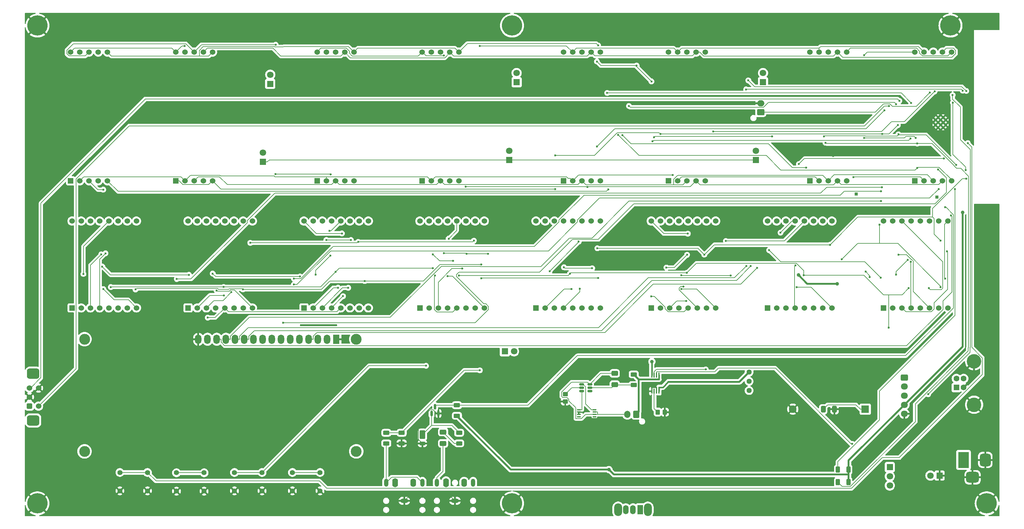
<source format=gtl>
G04 #@! TF.GenerationSoftware,KiCad,Pcbnew,8.0.4*
G04 #@! TF.CreationDate,2024-09-13T17:14:12+02:00*
G04 #@! TF.ProjectId,DigiSlatePlus,44696769-536c-4617-9465-506c75732e6b,rev?*
G04 #@! TF.SameCoordinates,Original*
G04 #@! TF.FileFunction,Copper,L1,Top*
G04 #@! TF.FilePolarity,Positive*
%FSLAX46Y46*%
G04 Gerber Fmt 4.6, Leading zero omitted, Abs format (unit mm)*
G04 Created by KiCad (PCBNEW 8.0.4) date 2024-09-13 17:14:12*
%MOMM*%
%LPD*%
G01*
G04 APERTURE LIST*
G04 Aperture macros list*
%AMRoundRect*
0 Rectangle with rounded corners*
0 $1 Rounding radius*
0 $2 $3 $4 $5 $6 $7 $8 $9 X,Y pos of 4 corners*
0 Add a 4 corners polygon primitive as box body*
4,1,4,$2,$3,$4,$5,$6,$7,$8,$9,$2,$3,0*
0 Add four circle primitives for the rounded corners*
1,1,$1+$1,$2,$3*
1,1,$1+$1,$4,$5*
1,1,$1+$1,$6,$7*
1,1,$1+$1,$8,$9*
0 Add four rect primitives between the rounded corners*
20,1,$1+$1,$2,$3,$4,$5,0*
20,1,$1+$1,$4,$5,$6,$7,0*
20,1,$1+$1,$6,$7,$8,$9,0*
20,1,$1+$1,$8,$9,$2,$3,0*%
G04 Aperture macros list end*
G04 #@! TA.AperFunction,SMDPad,CuDef*
%ADD10RoundRect,0.250000X-0.650000X0.412500X-0.650000X-0.412500X0.650000X-0.412500X0.650000X0.412500X0*%
G04 #@! TD*
G04 #@! TA.AperFunction,SMDPad,CuDef*
%ADD11RoundRect,0.250000X-0.450000X0.350000X-0.450000X-0.350000X0.450000X-0.350000X0.450000X0.350000X0*%
G04 #@! TD*
G04 #@! TA.AperFunction,SMDPad,CuDef*
%ADD12RoundRect,0.250000X0.650000X-0.412500X0.650000X0.412500X-0.650000X0.412500X-0.650000X-0.412500X0*%
G04 #@! TD*
G04 #@! TA.AperFunction,ComponentPad*
%ADD13R,1.524000X1.524000*%
G04 #@! TD*
G04 #@! TA.AperFunction,ComponentPad*
%ADD14C,1.524000*%
G04 #@! TD*
G04 #@! TA.AperFunction,ComponentPad*
%ADD15C,5.600000*%
G04 #@! TD*
G04 #@! TA.AperFunction,SMDPad,CuDef*
%ADD16RoundRect,0.250000X0.625000X-0.312500X0.625000X0.312500X-0.625000X0.312500X-0.625000X-0.312500X0*%
G04 #@! TD*
G04 #@! TA.AperFunction,ComponentPad*
%ADD17R,1.800000X1.800000*%
G04 #@! TD*
G04 #@! TA.AperFunction,ComponentPad*
%ADD18C,1.800000*%
G04 #@! TD*
G04 #@! TA.AperFunction,SMDPad,CuDef*
%ADD19RoundRect,0.250000X-0.412500X-0.650000X0.412500X-0.650000X0.412500X0.650000X-0.412500X0.650000X0*%
G04 #@! TD*
G04 #@! TA.AperFunction,SMDPad,CuDef*
%ADD20RoundRect,0.250000X0.312500X0.625000X-0.312500X0.625000X-0.312500X-0.625000X0.312500X-0.625000X0*%
G04 #@! TD*
G04 #@! TA.AperFunction,SMDPad,CuDef*
%ADD21R,0.431800X1.333500*%
G04 #@! TD*
G04 #@! TA.AperFunction,SMDPad,CuDef*
%ADD22RoundRect,0.150000X-0.512500X-0.150000X0.512500X-0.150000X0.512500X0.150000X-0.512500X0.150000X0*%
G04 #@! TD*
G04 #@! TA.AperFunction,SMDPad,CuDef*
%ADD23RoundRect,0.250000X-0.625000X0.312500X-0.625000X-0.312500X0.625000X-0.312500X0.625000X0.312500X0*%
G04 #@! TD*
G04 #@! TA.AperFunction,SMDPad,CuDef*
%ADD24RoundRect,0.250000X-0.350000X-0.450000X0.350000X-0.450000X0.350000X0.450000X-0.350000X0.450000X0*%
G04 #@! TD*
G04 #@! TA.AperFunction,SMDPad,CuDef*
%ADD25RoundRect,0.250000X0.500000X-0.950000X0.500000X0.950000X-0.500000X0.950000X-0.500000X-0.950000X0*%
G04 #@! TD*
G04 #@! TA.AperFunction,SMDPad,CuDef*
%ADD26RoundRect,0.250000X0.500000X-0.275000X0.500000X0.275000X-0.500000X0.275000X-0.500000X-0.275000X0*%
G04 #@! TD*
G04 #@! TA.AperFunction,SMDPad,CuDef*
%ADD27RoundRect,0.150000X0.150000X-0.587500X0.150000X0.587500X-0.150000X0.587500X-0.150000X-0.587500X0*%
G04 #@! TD*
G04 #@! TA.AperFunction,SMDPad,CuDef*
%ADD28R,1.100000X0.400000*%
G04 #@! TD*
G04 #@! TA.AperFunction,ComponentPad*
%ADD29RoundRect,0.250000X0.512000X-0.512000X0.512000X0.512000X-0.512000X0.512000X-0.512000X-0.512000X0*%
G04 #@! TD*
G04 #@! TA.AperFunction,ComponentPad*
%ADD30RoundRect,0.725000X0.975000X0.725000X-0.975000X0.725000X-0.975000X-0.725000X0.975000X-0.725000X0*%
G04 #@! TD*
G04 #@! TA.AperFunction,ComponentPad*
%ADD31O,1.200000X2.200000*%
G04 #@! TD*
G04 #@! TA.AperFunction,ComponentPad*
%ADD32O,1.600000X2.300000*%
G04 #@! TD*
G04 #@! TA.AperFunction,ComponentPad*
%ADD33O,2.200000X1.200000*%
G04 #@! TD*
G04 #@! TA.AperFunction,ComponentPad*
%ADD34O,1.600000X2.500000*%
G04 #@! TD*
G04 #@! TA.AperFunction,ComponentPad*
%ADD35R,0.850000X0.850000*%
G04 #@! TD*
G04 #@! TA.AperFunction,ComponentPad*
%ADD36O,2.200000X3.500000*%
G04 #@! TD*
G04 #@! TA.AperFunction,ComponentPad*
%ADD37R,1.500000X2.500000*%
G04 #@! TD*
G04 #@! TA.AperFunction,ComponentPad*
%ADD38O,1.500000X2.500000*%
G04 #@! TD*
G04 #@! TA.AperFunction,ComponentPad*
%ADD39C,1.440000*%
G04 #@! TD*
G04 #@! TA.AperFunction,ComponentPad*
%ADD40C,1.397000*%
G04 #@! TD*
G04 #@! TA.AperFunction,ComponentPad*
%ADD41RoundRect,0.250000X0.750000X-0.600000X0.750000X0.600000X-0.750000X0.600000X-0.750000X-0.600000X0*%
G04 #@! TD*
G04 #@! TA.AperFunction,ComponentPad*
%ADD42O,2.000000X1.700000*%
G04 #@! TD*
G04 #@! TA.AperFunction,ComponentPad*
%ADD43C,3.000000*%
G04 #@! TD*
G04 #@! TA.AperFunction,ComponentPad*
%ADD44R,1.800000X2.600000*%
G04 #@! TD*
G04 #@! TA.AperFunction,ComponentPad*
%ADD45O,1.800000X2.600000*%
G04 #@! TD*
G04 #@! TA.AperFunction,ComponentPad*
%ADD46R,1.600000X1.600000*%
G04 #@! TD*
G04 #@! TA.AperFunction,ComponentPad*
%ADD47C,1.600000*%
G04 #@! TD*
G04 #@! TA.AperFunction,ComponentPad*
%ADD48C,4.000000*%
G04 #@! TD*
G04 #@! TA.AperFunction,ComponentPad*
%ADD49RoundRect,0.250000X0.600000X0.750000X-0.600000X0.750000X-0.600000X-0.750000X0.600000X-0.750000X0*%
G04 #@! TD*
G04 #@! TA.AperFunction,ComponentPad*
%ADD50O,1.700000X2.000000*%
G04 #@! TD*
G04 #@! TA.AperFunction,ComponentPad*
%ADD51R,2.100000X2.100000*%
G04 #@! TD*
G04 #@! TA.AperFunction,ComponentPad*
%ADD52C,2.100000*%
G04 #@! TD*
G04 #@! TA.AperFunction,ComponentPad*
%ADD53RoundRect,0.250000X-0.725000X0.600000X-0.725000X-0.600000X0.725000X-0.600000X0.725000X0.600000X0*%
G04 #@! TD*
G04 #@! TA.AperFunction,ComponentPad*
%ADD54O,1.950000X1.700000*%
G04 #@! TD*
G04 #@! TA.AperFunction,ComponentPad*
%ADD55R,3.000000X4.500000*%
G04 #@! TD*
G04 #@! TA.AperFunction,ComponentPad*
%ADD56RoundRect,0.750000X0.750000X1.000000X-0.750000X1.000000X-0.750000X-1.000000X0.750000X-1.000000X0*%
G04 #@! TD*
G04 #@! TA.AperFunction,ComponentPad*
%ADD57RoundRect,0.750000X1.000000X0.750000X-1.000000X0.750000X-1.000000X-0.750000X1.000000X-0.750000X0*%
G04 #@! TD*
G04 #@! TA.AperFunction,HeatsinkPad*
%ADD58C,0.600000*%
G04 #@! TD*
G04 #@! TA.AperFunction,ViaPad*
%ADD59C,0.600000*%
G04 #@! TD*
G04 #@! TA.AperFunction,ViaPad*
%ADD60C,1.000000*%
G04 #@! TD*
G04 #@! TA.AperFunction,Conductor*
%ADD61C,0.200000*%
G04 #@! TD*
G04 #@! TA.AperFunction,Conductor*
%ADD62C,0.500000*%
G04 #@! TD*
G04 #@! TA.AperFunction,Conductor*
%ADD63C,0.300000*%
G04 #@! TD*
G04 #@! TA.AperFunction,Conductor*
%ADD64C,0.431600*%
G04 #@! TD*
G04 APERTURE END LIST*
D10*
X235320000Y-166085000D03*
X235320000Y-169210000D03*
D11*
X221670000Y-171860000D03*
X221670000Y-173860000D03*
D12*
X187960000Y-185420000D03*
X187960000Y-182295000D03*
D13*
X213600000Y-148000000D03*
D14*
X216140000Y-148000000D03*
X218680000Y-148000000D03*
X221220000Y-148000000D03*
X223760000Y-148000000D03*
X226300000Y-148000000D03*
X228840000Y-148000000D03*
X231380000Y-148000000D03*
X231380000Y-124000000D03*
X228840000Y-124000000D03*
X226300000Y-124000000D03*
X223760000Y-124000000D03*
X221220000Y-124000000D03*
X218680000Y-124000000D03*
X216140000Y-124000000D03*
X213600000Y-124000000D03*
D13*
X117555000Y-148000000D03*
D14*
X120095000Y-148000000D03*
X122635000Y-148000000D03*
X125175000Y-148000000D03*
X127715000Y-148000000D03*
X130255000Y-148000000D03*
X132795000Y-148000000D03*
X135335000Y-148000000D03*
X135335000Y-124000000D03*
X132795000Y-124000000D03*
X130255000Y-124000000D03*
X127715000Y-124000000D03*
X125175000Y-124000000D03*
X122635000Y-124000000D03*
X120095000Y-124000000D03*
X117555000Y-124000000D03*
D15*
X207000000Y-70000000D03*
D16*
X191770000Y-177800000D03*
X191770000Y-174875000D03*
D13*
X309525000Y-148000000D03*
D14*
X312065000Y-148000000D03*
X314605000Y-148000000D03*
X317145000Y-148000000D03*
X319685000Y-148000000D03*
X322225000Y-148000000D03*
X324765000Y-148000000D03*
X327305000Y-148000000D03*
X327305000Y-124000000D03*
X324765000Y-124000000D03*
X322225000Y-124000000D03*
X319685000Y-124000000D03*
X317145000Y-124000000D03*
X314605000Y-124000000D03*
X312065000Y-124000000D03*
X309525000Y-124000000D03*
D13*
X153175000Y-112890000D03*
D14*
X155715000Y-112890000D03*
X158255000Y-112890000D03*
X160795000Y-112890000D03*
X163335000Y-112890000D03*
X163335000Y-77330000D03*
X160795000Y-77330000D03*
X158255000Y-77330000D03*
X155715000Y-77330000D03*
X153175000Y-77330000D03*
D13*
X221175000Y-112890000D03*
D14*
X223715000Y-112890000D03*
X226255000Y-112890000D03*
X228795000Y-112890000D03*
X231335000Y-112890000D03*
X231335000Y-77330000D03*
X228795000Y-77330000D03*
X226255000Y-77330000D03*
X223715000Y-77330000D03*
X221175000Y-77330000D03*
D13*
X114175000Y-112890000D03*
D14*
X116715000Y-112890000D03*
X119255000Y-112890000D03*
X121795000Y-112890000D03*
X124335000Y-112890000D03*
X124335000Y-77330000D03*
X121795000Y-77330000D03*
X119255000Y-77330000D03*
X116715000Y-77330000D03*
X114175000Y-77330000D03*
D16*
X176530000Y-185420000D03*
X176530000Y-182495000D03*
D15*
X76000000Y-70000000D03*
D13*
X277490000Y-148000000D03*
D14*
X280030000Y-148000000D03*
X282570000Y-148000000D03*
X285110000Y-148000000D03*
X287650000Y-148000000D03*
X290190000Y-148000000D03*
X292730000Y-148000000D03*
X295270000Y-148000000D03*
X295270000Y-124000000D03*
X292730000Y-124000000D03*
X290190000Y-124000000D03*
X287650000Y-124000000D03*
X285110000Y-124000000D03*
X282570000Y-124000000D03*
X280030000Y-124000000D03*
X277490000Y-124000000D03*
D17*
X208255000Y-85650000D03*
D18*
X208255000Y-83110000D03*
D13*
X181555000Y-148000000D03*
D14*
X184095000Y-148000000D03*
X186635000Y-148000000D03*
X189175000Y-148000000D03*
X191715000Y-148000000D03*
X194255000Y-148000000D03*
X196795000Y-148000000D03*
X199335000Y-148000000D03*
X199335000Y-124000000D03*
X196795000Y-124000000D03*
X194255000Y-124000000D03*
X191715000Y-124000000D03*
X189175000Y-124000000D03*
X186635000Y-124000000D03*
X184095000Y-124000000D03*
X181555000Y-124000000D03*
D17*
X140255000Y-86110000D03*
D18*
X140255000Y-83570000D03*
D16*
X192405000Y-185420000D03*
X192405000Y-182495000D03*
D19*
X292875000Y-176000000D03*
X296000000Y-176000000D03*
D13*
X182175000Y-112890000D03*
D14*
X184715000Y-112890000D03*
X187255000Y-112890000D03*
X189795000Y-112890000D03*
X192335000Y-112890000D03*
X192335000Y-77330000D03*
X189795000Y-77330000D03*
X187255000Y-77330000D03*
X184715000Y-77330000D03*
X182175000Y-77330000D03*
D13*
X245410000Y-148000000D03*
D14*
X247950000Y-148000000D03*
X250490000Y-148000000D03*
X253030000Y-148000000D03*
X255570000Y-148000000D03*
X258110000Y-148000000D03*
X260650000Y-148000000D03*
X263190000Y-148000000D03*
X263190000Y-124000000D03*
X260650000Y-124000000D03*
X258110000Y-124000000D03*
X255570000Y-124000000D03*
X253030000Y-124000000D03*
X250490000Y-124000000D03*
X247950000Y-124000000D03*
X245410000Y-124000000D03*
D16*
X172280000Y-185420000D03*
X172280000Y-182495000D03*
D20*
X299843900Y-196160000D03*
X296918900Y-196160000D03*
D21*
X245570001Y-171017250D03*
X246219999Y-171017250D03*
X246870001Y-171017250D03*
X247519999Y-171017250D03*
X247519999Y-166584950D03*
X246870001Y-166584950D03*
X246219999Y-166584950D03*
X245570001Y-166584950D03*
D17*
X206255000Y-107110000D03*
D18*
X206255000Y-104570000D03*
D22*
X226170000Y-169110000D03*
X226170000Y-170060000D03*
X226170000Y-171010000D03*
X228445000Y-171010000D03*
X228445000Y-170060000D03*
X228445000Y-169110000D03*
D17*
X276255000Y-85650000D03*
D18*
X276255000Y-83110000D03*
D15*
X76000000Y-202000000D03*
D23*
X240570000Y-166372500D03*
X240570000Y-169297500D03*
D15*
X338000000Y-202000000D03*
D17*
X205000000Y-160000000D03*
D18*
X207540000Y-160000000D03*
D13*
X318175000Y-112890000D03*
D14*
X320715000Y-112890000D03*
X323255000Y-112890000D03*
X325795000Y-112890000D03*
X328335000Y-112890000D03*
X328335000Y-77330000D03*
X325795000Y-77330000D03*
X323255000Y-77330000D03*
X320715000Y-77330000D03*
X318175000Y-77330000D03*
D13*
X149555000Y-148000000D03*
D14*
X152095000Y-148000000D03*
X154635000Y-148000000D03*
X157175000Y-148000000D03*
X159715000Y-148000000D03*
X162255000Y-148000000D03*
X164795000Y-148000000D03*
X167335000Y-148000000D03*
X167335000Y-124000000D03*
X164795000Y-124000000D03*
X162255000Y-124000000D03*
X159715000Y-124000000D03*
X157175000Y-124000000D03*
X154635000Y-124000000D03*
X152095000Y-124000000D03*
X149555000Y-124000000D03*
D13*
X250175000Y-112890000D03*
D14*
X252715000Y-112890000D03*
X255255000Y-112890000D03*
X257795000Y-112890000D03*
X260335000Y-112890000D03*
X260335000Y-77330000D03*
X257795000Y-77330000D03*
X255255000Y-77330000D03*
X252715000Y-77330000D03*
X250175000Y-77330000D03*
D15*
X328000000Y-70000000D03*
D13*
X289175000Y-112890000D03*
D14*
X291715000Y-112890000D03*
X294255000Y-112890000D03*
X296795000Y-112890000D03*
X299335000Y-112890000D03*
X299335000Y-77330000D03*
X296795000Y-77330000D03*
X294255000Y-77330000D03*
X291715000Y-77330000D03*
X289175000Y-77330000D03*
D20*
X299843900Y-192660000D03*
X296918900Y-192660000D03*
D24*
X247174000Y-176784000D03*
X249174000Y-176784000D03*
D15*
X207000000Y-202000000D03*
D25*
X182245000Y-183045000D03*
D26*
X182245000Y-185420000D03*
D13*
X85555000Y-148000000D03*
D14*
X88095000Y-148000000D03*
X90635000Y-148000000D03*
X93175000Y-148000000D03*
X95715000Y-148000000D03*
X98255000Y-148000000D03*
X100795000Y-148000000D03*
X103335000Y-148000000D03*
X103335000Y-124000000D03*
X100795000Y-124000000D03*
X98255000Y-124000000D03*
X95715000Y-124000000D03*
X93175000Y-124000000D03*
X90635000Y-124000000D03*
X88095000Y-124000000D03*
X85555000Y-124000000D03*
D17*
X138255000Y-107650000D03*
D18*
X138255000Y-105110000D03*
D13*
X85175000Y-112890000D03*
D14*
X87715000Y-112890000D03*
X90255000Y-112890000D03*
X92795000Y-112890000D03*
X95335000Y-112890000D03*
X95335000Y-77330000D03*
X92795000Y-77330000D03*
X90255000Y-77330000D03*
X87715000Y-77330000D03*
X85175000Y-77330000D03*
D17*
X274255000Y-107110000D03*
D18*
X274255000Y-104570000D03*
D27*
X184785000Y-177165000D03*
X186685000Y-177165000D03*
X185735000Y-175290000D03*
D28*
X229720000Y-178060000D03*
X229720000Y-177410000D03*
X229720000Y-176760000D03*
X229720000Y-176110000D03*
X225420000Y-176110000D03*
X225420000Y-176760000D03*
X225420000Y-177410000D03*
X225420000Y-178060000D03*
D17*
X325000000Y-194310000D03*
D18*
X322460000Y-194310000D03*
D29*
X73799500Y-175135000D03*
D14*
X73799500Y-170135000D03*
X73799500Y-172635000D03*
X76299500Y-175135000D03*
X76299500Y-170135000D03*
D30*
X74849500Y-166185000D03*
X74849500Y-179085000D03*
D17*
X311250000Y-191980000D03*
D18*
X311250000Y-194520000D03*
X311250000Y-197060000D03*
D31*
X182250000Y-196295000D03*
D32*
X179750000Y-196295000D03*
D33*
X177250000Y-201295000D03*
D31*
X172250000Y-196295000D03*
D34*
X174750000Y-196295000D03*
D35*
X324200000Y-117400000D03*
D36*
X244475000Y-203740000D03*
X236275000Y-203740000D03*
D37*
X242375000Y-203740000D03*
D38*
X240375000Y-203740000D03*
X238375000Y-203740000D03*
D39*
X272415000Y-170815000D03*
X272415000Y-168275000D03*
X272415000Y-165735000D03*
D40*
X98760000Y-198540000D03*
X106380000Y-198540000D03*
X98760000Y-193460000D03*
X106380000Y-193460000D03*
D41*
X275610000Y-93945000D03*
D42*
X275610000Y-91445000D03*
D40*
X146380000Y-198540000D03*
X154000000Y-198540000D03*
X146380000Y-193460000D03*
X154000000Y-193460000D03*
X130380000Y-198540000D03*
X138000000Y-198540000D03*
X130380000Y-193460000D03*
X138000000Y-193460000D03*
D43*
X164000000Y-187643200D03*
X164000000Y-156642500D03*
X89001420Y-187643200D03*
X89000900Y-156642500D03*
D44*
X158500900Y-156642500D03*
D45*
X155960900Y-156642500D03*
X153420900Y-156642500D03*
X150880900Y-156642500D03*
X148340900Y-156642500D03*
X145800900Y-156642500D03*
X143260900Y-156642500D03*
X140720900Y-156642500D03*
X138180900Y-156642500D03*
X135640900Y-156642500D03*
X133100900Y-156642500D03*
X130560900Y-156642500D03*
X128020900Y-156642500D03*
X125480900Y-156642500D03*
X122940900Y-156642500D03*
X120400900Y-156642500D03*
D46*
X329640000Y-170000000D03*
D47*
X329640000Y-167500000D03*
X331640000Y-167500000D03*
X331640000Y-170000000D03*
D48*
X334500000Y-162750000D03*
X334500000Y-174750000D03*
D49*
X241304000Y-177384000D03*
D50*
X238804000Y-177384000D03*
D40*
X114380000Y-198620000D03*
X122000000Y-198620000D03*
X114380000Y-193540000D03*
X122000000Y-193540000D03*
D51*
X304470000Y-175965000D03*
D52*
X284470000Y-175965000D03*
D53*
X315250000Y-167250000D03*
D54*
X315250000Y-169750000D03*
X315250000Y-172250000D03*
X315250000Y-174750000D03*
X315250000Y-177250000D03*
D55*
X331600000Y-190000000D03*
D56*
X337600000Y-190000000D03*
D57*
X334100000Y-194800000D03*
D35*
X302000000Y-116500000D03*
D31*
X196250000Y-196295000D03*
D32*
X193750000Y-196295000D03*
D33*
X191250000Y-201295000D03*
D31*
X186250000Y-196295000D03*
D34*
X188750000Y-196295000D03*
D58*
X324580000Y-98150000D03*
X325980000Y-98150000D03*
X323880000Y-97450000D03*
X325280000Y-97450000D03*
X326680000Y-97450000D03*
X324580000Y-96750000D03*
X325980000Y-96750000D03*
X323880000Y-96050000D03*
X325280000Y-96050000D03*
X326680000Y-96050000D03*
X324580000Y-95350000D03*
X325980000Y-95350000D03*
D59*
X277500000Y-163000000D03*
X285750000Y-96520000D03*
X266500000Y-176000000D03*
X134900000Y-137100000D03*
X78500000Y-170100000D03*
X227500000Y-176500000D03*
X315000000Y-81100000D03*
X123500000Y-162600000D03*
X158500000Y-152750000D03*
X276000000Y-186000000D03*
X276000000Y-191000000D03*
X79300000Y-175000000D03*
X134900000Y-135500000D03*
X266500000Y-175000000D03*
X315800000Y-81100000D03*
X244500000Y-128500000D03*
X122600000Y-162600000D03*
X81600000Y-131400000D03*
X291800000Y-104600000D03*
X81600000Y-129800000D03*
X295600000Y-106000000D03*
X81600000Y-132200000D03*
X134900000Y-134700000D03*
X78500000Y-175000000D03*
X81600000Y-130600000D03*
X114500000Y-128400000D03*
X119000000Y-126000000D03*
X275500000Y-163000000D03*
X277000000Y-186000000D03*
X124400000Y-162600000D03*
X279000000Y-186000000D03*
X275000000Y-191000000D03*
X114500000Y-126000000D03*
X148750000Y-152750000D03*
X276500000Y-163000000D03*
X321000000Y-177000000D03*
X81600000Y-133000000D03*
X266500000Y-173000000D03*
X257500000Y-128500000D03*
X273100000Y-120700000D03*
X134900000Y-136300000D03*
X278000000Y-191000000D03*
X126200000Y-162600000D03*
X277000000Y-191000000D03*
X134900000Y-137900000D03*
X114500000Y-127600000D03*
X321000000Y-175000000D03*
X244000000Y-96000000D03*
X273000000Y-94000000D03*
X314200000Y-81100000D03*
X216000000Y-126000000D03*
X240000000Y-94500000D03*
X261500000Y-95500000D03*
X79300000Y-170100000D03*
X266500000Y-172000000D03*
X278000000Y-186000000D03*
X279500000Y-163000000D03*
X321000000Y-176000000D03*
X114500000Y-129200000D03*
X266500000Y-174000000D03*
X331000000Y-89500000D03*
X321000000Y-178000000D03*
X226000000Y-133000000D03*
X275000000Y-186000000D03*
X321000000Y-179000000D03*
X252000000Y-128500000D03*
X278500000Y-163000000D03*
X272300000Y-120700000D03*
X213000000Y-126000000D03*
X279000000Y-191000000D03*
X125300000Y-162600000D03*
X114500000Y-126800000D03*
D60*
X286031400Y-138914100D03*
X296741700Y-141350300D03*
D59*
X322316700Y-88541700D03*
X312984900Y-91711200D03*
X239245700Y-92226100D03*
X326515400Y-120209900D03*
X245785600Y-102003600D03*
X316953000Y-101229100D03*
X198095300Y-165237600D03*
X318793900Y-102608900D03*
X293505100Y-102358100D03*
X329561300Y-108504300D03*
X329253200Y-115186600D03*
X313636600Y-100053300D03*
X293048300Y-100599700D03*
X262502200Y-99269400D03*
X323615300Y-88199700D03*
X237478500Y-100305400D03*
X288158300Y-109273200D03*
X233561000Y-115305400D03*
X218901000Y-115204700D03*
X230757600Y-75503400D03*
X198095300Y-75620300D03*
X318832900Y-109345100D03*
X236276200Y-100179400D03*
X318437100Y-101082900D03*
X304198500Y-101055800D03*
X143826300Y-152109900D03*
X324595700Y-109780300D03*
X328600000Y-89200000D03*
X321831000Y-171842700D03*
X332200000Y-109900000D03*
X328678100Y-91320800D03*
X305727700Y-139497600D03*
X304559700Y-137950100D03*
X271634400Y-136399100D03*
X272194900Y-85155600D03*
X332345500Y-88083900D03*
X274646800Y-136918500D03*
X286164700Y-108269700D03*
X326151800Y-106759200D03*
X308813700Y-118475800D03*
X271599900Y-87644500D03*
X331373500Y-87986200D03*
X272873400Y-136451400D03*
X146764400Y-141556400D03*
X324728200Y-115151000D03*
X311005900Y-92252700D03*
X114446800Y-140021000D03*
X309093200Y-114657800D03*
X313903700Y-90814400D03*
X332769800Y-102472500D03*
X278738800Y-100664200D03*
X183248800Y-163993900D03*
X246140000Y-100867200D03*
X300863000Y-185545900D03*
D60*
X245604100Y-162846500D03*
D59*
X328114600Y-122442500D03*
X260450600Y-164991400D03*
X146792400Y-139944900D03*
X308813700Y-115784700D03*
X132720000Y-142877900D03*
X198482700Y-139791500D03*
X298025800Y-134606600D03*
X233258600Y-88609000D03*
X308439800Y-124993100D03*
X230739600Y-139710500D03*
X103077700Y-142909000D03*
X166324100Y-140582700D03*
X325260300Y-142318200D03*
X317171000Y-91365500D03*
X198495600Y-135974800D03*
X218880400Y-105872800D03*
X247927900Y-99944100D03*
X313456100Y-97524700D03*
X309187400Y-99922200D03*
X301231800Y-111845300D03*
X251331900Y-111292500D03*
X230416000Y-79946200D03*
X141746100Y-75292100D03*
X241391700Y-81055600D03*
X245464900Y-85426000D03*
X94169800Y-115331800D03*
X304201300Y-78179300D03*
X188183500Y-78280500D03*
X116598000Y-75644900D03*
X156912400Y-111154200D03*
X141678600Y-111046500D03*
X227788300Y-114616000D03*
X194192000Y-114538300D03*
D60*
X331315800Y-121619700D03*
X233726900Y-192676500D03*
D59*
X162516600Y-129237700D03*
X155740200Y-129239200D03*
X200407000Y-133016500D03*
X194449700Y-133090700D03*
X188185400Y-132893300D03*
X127399000Y-142218500D03*
X158328700Y-138078600D03*
X222970200Y-138550700D03*
X316461700Y-142566300D03*
X255202000Y-138337900D03*
X287509000Y-138963800D03*
X192298600Y-139081100D03*
X185131800Y-137062500D03*
X96270300Y-142258800D03*
X310927500Y-153449300D03*
X117797700Y-138850700D03*
X93895600Y-136566700D03*
X94788300Y-132925600D03*
X93615000Y-133206200D03*
X94206900Y-142789000D03*
X88694100Y-138622200D03*
X125452100Y-143233100D03*
X124376200Y-138514500D03*
X148459900Y-139315800D03*
X123016600Y-150692800D03*
X127447100Y-144522200D03*
X129543000Y-143663500D03*
X158989500Y-142427700D03*
X160032400Y-127421200D03*
X152768700Y-138780200D03*
X156564600Y-126730900D03*
X156813900Y-133576200D03*
X161773100Y-142448000D03*
X160338800Y-144758900D03*
X193232400Y-137134900D03*
X185769200Y-139075400D03*
X185132900Y-133185200D03*
X190760200Y-135015200D03*
X189501500Y-128864100D03*
X189176400Y-139240800D03*
X229112900Y-137036500D03*
X221306800Y-136775800D03*
X223435700Y-142782900D03*
X225387900Y-129694400D03*
X217352900Y-137905800D03*
X225700500Y-142704200D03*
X253688800Y-138945000D03*
X267345200Y-139032300D03*
X254304400Y-142086500D03*
X255500200Y-127486800D03*
X245438600Y-144784600D03*
X249605100Y-136862600D03*
X255315100Y-133325000D03*
X253716700Y-142750600D03*
X255032700Y-146083100D03*
X285568200Y-142265400D03*
X266013500Y-129500600D03*
X277938100Y-132065200D03*
X308757300Y-139653200D03*
X285196200Y-136262500D03*
X281076600Y-127209600D03*
X326522900Y-139931200D03*
X322040600Y-142566300D03*
X313676400Y-133312800D03*
X317081100Y-135249700D03*
X326997800Y-132387500D03*
X316216300Y-134751000D03*
X313007200Y-138804600D03*
X134746500Y-130033500D03*
X230409300Y-103418900D03*
X196463600Y-129427100D03*
X164519200Y-129770800D03*
X309785400Y-93434600D03*
X230527800Y-131520400D03*
X260067000Y-133276600D03*
X332400000Y-112296349D03*
X325282800Y-129433200D03*
X294757500Y-130559300D03*
D61*
X285370000Y-96900000D02*
X285750000Y-96520000D01*
X242500000Y-94500000D02*
X244000000Y-96000000D01*
X293200000Y-106000000D02*
X295600000Y-106000000D01*
D62*
X334500000Y-162750000D02*
X334500000Y-167140000D01*
D61*
X119000000Y-126000000D02*
X114500000Y-126000000D01*
X291800000Y-104600000D02*
X293200000Y-106000000D01*
X240000000Y-94500000D02*
X242500000Y-94500000D01*
X177250000Y-201295000D02*
X178200000Y-200345000D01*
X184393100Y-176110100D02*
X185177900Y-176110100D01*
X257500000Y-128500000D02*
X252000000Y-128500000D01*
X190300000Y-200345000D02*
X191250000Y-201295000D01*
D63*
X245570001Y-170050500D02*
X245570001Y-171017250D01*
D61*
X225420000Y-176760000D02*
X227240000Y-176760000D01*
X181182900Y-179320300D02*
X184393100Y-176110100D01*
X272660000Y-94340000D02*
X272660000Y-95938503D01*
X185177900Y-176110100D02*
X186232800Y-177165000D01*
X178200000Y-200345000D02*
X190300000Y-200345000D01*
D62*
X148750000Y-152750000D02*
X158500000Y-152750000D01*
X334500000Y-167140000D02*
X331640000Y-170000000D01*
D61*
X227240000Y-176760000D02*
X227500000Y-176500000D01*
X263000000Y-94000000D02*
X273000000Y-94000000D01*
X182250000Y-185425000D02*
X182245000Y-185420000D01*
X273621497Y-96900000D02*
X285370000Y-96900000D01*
D63*
X245620501Y-170000000D02*
X245570001Y-170050500D01*
D61*
X186232800Y-177165000D02*
X186685000Y-177165000D01*
X261500000Y-95500000D02*
X263000000Y-94000000D01*
X225420000Y-176760000D02*
X225420000Y-177410000D01*
X182245000Y-185420000D02*
X181182900Y-184357900D01*
X244500000Y-128500000D02*
X252000000Y-128500000D01*
X272660000Y-95938503D02*
X273621497Y-96900000D01*
D63*
X246870001Y-171017250D02*
X246870001Y-170050500D01*
D61*
X273000000Y-94000000D02*
X272660000Y-94340000D01*
X181182900Y-184357900D02*
X181182900Y-179320300D01*
D63*
X246819501Y-170000000D02*
X245620501Y-170000000D01*
X246870001Y-170050500D02*
X246819501Y-170000000D01*
D61*
X216000000Y-126000000D02*
X213000000Y-126000000D01*
D62*
X296741700Y-141350300D02*
X288467600Y-141350300D01*
X288467600Y-141350300D02*
X286031400Y-138914100D01*
D61*
X274255000Y-107110000D02*
X273053300Y-107110000D01*
X139996700Y-107110000D02*
X139456700Y-107650000D01*
X206255000Y-107110000D02*
X139996700Y-107110000D01*
X138255000Y-107650000D02*
X139456700Y-107650000D01*
X206255000Y-107110000D02*
X207456700Y-107110000D01*
X273053300Y-107110000D02*
X207456700Y-107110000D01*
X234470000Y-170060000D02*
X235320000Y-169210000D01*
X235407500Y-169297500D02*
X235320000Y-169210000D01*
X240570000Y-169297500D02*
X235407500Y-169297500D01*
X228445000Y-170060000D02*
X234470000Y-170060000D01*
X322316700Y-88541700D02*
X318535000Y-92323400D01*
X307251000Y-93945000D02*
X275610000Y-93945000D01*
X311927500Y-92323400D02*
X311255100Y-91651000D01*
X309545000Y-91651000D02*
X307251000Y-93945000D01*
X311255100Y-91651000D02*
X309545000Y-91651000D01*
X318535000Y-92323400D02*
X311927500Y-92323400D01*
X312523000Y-91249300D02*
X277737700Y-91249300D01*
X277737700Y-91249300D02*
X276387700Y-92599300D01*
X276387700Y-92599300D02*
X239618900Y-92599300D01*
X239618900Y-92599300D02*
X239245700Y-92226100D01*
X312984900Y-91711200D02*
X312523000Y-91249300D01*
X186150000Y-174875000D02*
X185735000Y-175290000D01*
X211379100Y-174875000D02*
X191770000Y-174875000D01*
X326515400Y-120209900D02*
X326744000Y-120209900D01*
X328802400Y-148044900D02*
X315647100Y-161200200D01*
X225053900Y-161200200D02*
X211379100Y-174875000D01*
X328802400Y-122268300D02*
X328802400Y-148044900D01*
X315647100Y-161200200D02*
X225053900Y-161200200D01*
X191770000Y-174875000D02*
X186150000Y-174875000D01*
X326744000Y-120209900D02*
X328802400Y-122268300D01*
X246093200Y-101696000D02*
X245785600Y-102003600D01*
X316953000Y-101229100D02*
X316486100Y-101696000D01*
X176530000Y-182495000D02*
X172280000Y-182495000D01*
X198095300Y-165237600D02*
X193787400Y-165237600D01*
X316486100Y-101696000D02*
X246093200Y-101696000D01*
X193787400Y-165237600D02*
X176530000Y-182495000D01*
X333000000Y-111600000D02*
X333000000Y-158926170D01*
X318793900Y-102608800D02*
X318793900Y-102608900D01*
X328959600Y-108753400D02*
X329643100Y-109436900D01*
X329643100Y-109436900D02*
X330836900Y-109436900D01*
X298099800Y-197340900D02*
X296918900Y-196160000D01*
X330836900Y-109436900D02*
X333000000Y-111600000D01*
X318279900Y-174543000D02*
X318279900Y-179455700D01*
X333000000Y-158926170D02*
X332900000Y-159026170D01*
X300394700Y-197340900D02*
X298099800Y-197340900D01*
X328959600Y-108691700D02*
X328959600Y-108753400D01*
X332900000Y-159922900D02*
X318279900Y-174543000D01*
X322876800Y-102608900D02*
X328959600Y-108691700D01*
X318793900Y-102608900D02*
X322876800Y-102608900D01*
X318279900Y-179455700D02*
X300394700Y-197340900D01*
X332900000Y-159026170D02*
X332900000Y-159922900D01*
X293505100Y-102358100D02*
X293755800Y-102608800D01*
X293755800Y-102608800D02*
X318793900Y-102608800D01*
X313636600Y-100206900D02*
X321263900Y-100206900D01*
X293193900Y-100454100D02*
X304450900Y-100454100D01*
X293048300Y-100599700D02*
X293193900Y-100454100D01*
X308379700Y-170981700D02*
X308379700Y-178975500D01*
X308379700Y-178975500D02*
X296918900Y-190436300D01*
X321263900Y-100206900D02*
X329561300Y-108504300D01*
X296918900Y-190436300D02*
X296918900Y-192660000D01*
X329253200Y-115186600D02*
X329253200Y-150108200D01*
X329253200Y-150108200D02*
X308379700Y-170981700D01*
X304450900Y-100454100D02*
X304523700Y-100526900D01*
X304523700Y-100526900D02*
X313316600Y-100526900D01*
X313636600Y-100206900D02*
X313636600Y-100053300D01*
X313316600Y-100526900D02*
X313636600Y-100206900D01*
X311736700Y-96528800D02*
X315286200Y-96528800D01*
X315286200Y-96528800D02*
X323615300Y-88199700D01*
X308996100Y-99269400D02*
X311736700Y-96528800D01*
X262502200Y-99269400D02*
X308996100Y-99269400D01*
X284397400Y-109273200D02*
X288158300Y-109273200D01*
X239848100Y-102675000D02*
X277799200Y-102675000D01*
X277799200Y-102675000D02*
X284397400Y-109273200D01*
X237478500Y-100305400D02*
X239848100Y-102675000D01*
X233050900Y-115815500D02*
X98260500Y-115815500D01*
X98260500Y-115815500D02*
X95335000Y-112890000D01*
X233561000Y-115305400D02*
X233050900Y-115815500D01*
X123271300Y-113953700D02*
X116169300Y-113953700D01*
X114175000Y-112890000D02*
X115238700Y-112890000D01*
X124335000Y-112890000D02*
X123271300Y-113953700D01*
X115238700Y-113023100D02*
X115238700Y-112890000D01*
X116169300Y-113953700D02*
X115238700Y-113023100D01*
X126649700Y-115204700D02*
X124335000Y-112890000D01*
X218901000Y-115204700D02*
X126649700Y-115204700D01*
X141452100Y-75849200D02*
X121760400Y-75849200D01*
X96406600Y-78401600D02*
X95335000Y-77330000D01*
X299335000Y-77330000D02*
X300399800Y-76265200D01*
X319445000Y-77087600D02*
X319445000Y-77576800D01*
X121760400Y-75849200D02*
X120731200Y-76878400D01*
X230757600Y-75503400D02*
X230233100Y-74978900D01*
X320265100Y-78396900D02*
X327268100Y-78396900D01*
X120731200Y-76878400D02*
X120731200Y-78401600D01*
X327268100Y-78396900D02*
X328335000Y-77330000D01*
X319445000Y-77576800D02*
X320265100Y-78396900D01*
X163335000Y-77330000D02*
X164406300Y-76258700D01*
X194686100Y-74978900D02*
X192335000Y-77330000D01*
X120731200Y-78401600D02*
X96406600Y-78401600D01*
X191263700Y-76258700D02*
X192335000Y-77330000D01*
X300399800Y-76265200D02*
X318622600Y-76265200D01*
X143850300Y-75921000D02*
X141523900Y-75921000D01*
X143929400Y-75841900D02*
X143850300Y-75921000D01*
X230233100Y-74978900D02*
X194686100Y-74978900D01*
X161846900Y-75841900D02*
X143929400Y-75841900D01*
X124335000Y-77330000D02*
X123263400Y-78401600D01*
X318622600Y-76265200D02*
X319445000Y-77087600D01*
X163335000Y-77330000D02*
X161846900Y-75841900D01*
X164406300Y-76258700D02*
X191263700Y-76258700D01*
X141523900Y-75921000D02*
X141452100Y-75849200D01*
X123263400Y-78401600D02*
X120731200Y-78401600D01*
X251643900Y-76258900D02*
X252715000Y-77330000D01*
X291715000Y-76216500D02*
X253828500Y-76216500D01*
X253828500Y-76216500D02*
X252715000Y-77330000D01*
X319201600Y-75816600D02*
X320715000Y-77330000D01*
X223715000Y-77330000D02*
X222005300Y-75620300D01*
X291715000Y-77330000D02*
X291715000Y-76216500D01*
X222005300Y-75620300D02*
X198095300Y-75620300D01*
X292114900Y-75816600D02*
X319201600Y-75816600D01*
X291715000Y-76216500D02*
X292114900Y-75816600D01*
X224786100Y-76258900D02*
X251643900Y-76258900D01*
X223715000Y-77330000D02*
X224786100Y-76258900D01*
X277129900Y-105894800D02*
X241991600Y-105894800D01*
X281174100Y-109939000D02*
X277129900Y-105894800D01*
X241991600Y-105894800D02*
X236276200Y-100179400D01*
X324871600Y-109138200D02*
X319039800Y-109138200D01*
X318239000Y-109939000D02*
X281174100Y-109939000D01*
X319039800Y-109138200D02*
X318832900Y-109345100D01*
X328335000Y-112601600D02*
X324871600Y-109138200D01*
X318832900Y-109345100D02*
X318239000Y-109939000D01*
X328335000Y-112890000D02*
X328335000Y-112601600D01*
X315693000Y-100627400D02*
X315264600Y-101055800D01*
X315264600Y-101055800D02*
X304198500Y-101055800D01*
X317981600Y-100627400D02*
X315693000Y-100627400D01*
X318437100Y-101082900D02*
X317981600Y-100627400D01*
X326869000Y-112053600D02*
X326869000Y-116123400D01*
X199750600Y-146883300D02*
X200444100Y-147576800D01*
X240600000Y-119289400D02*
X230796700Y-129092700D01*
X200444100Y-147576800D02*
X200444100Y-148444500D01*
X214626800Y-138155200D02*
X192297500Y-138155200D01*
X122000000Y-193540000D02*
X114380000Y-193540000D01*
X192297500Y-138155200D02*
X191650800Y-138801900D01*
X326869000Y-116123400D02*
X323703000Y-119289400D01*
X323703000Y-119289400D02*
X240600000Y-119289400D01*
X230796700Y-129092700D02*
X223689300Y-129092700D01*
X199178300Y-146883300D02*
X199750600Y-146883300D01*
X191650800Y-139355800D02*
X199178300Y-146883300D01*
X223689300Y-129092700D02*
X214626800Y-138155200D01*
X324595700Y-109780300D02*
X326869000Y-112053600D01*
X200444100Y-148444500D02*
X196778700Y-152109900D01*
X196778700Y-152109900D02*
X143826300Y-152109900D01*
X191650800Y-138801900D02*
X191650800Y-139355800D01*
X333400000Y-158960485D02*
X333400000Y-160273700D01*
X333500000Y-104288400D02*
X333500000Y-158860485D01*
X333500000Y-158860485D02*
X333400000Y-158960485D01*
X330773300Y-92528500D02*
X330773300Y-101561700D01*
X330773300Y-101561700D02*
X333500000Y-104288400D01*
X333400000Y-160273700D02*
X321831000Y-171842700D01*
X328600000Y-90355200D02*
X330773300Y-92528500D01*
X328600000Y-89200000D02*
X328600000Y-90355200D01*
X328678100Y-105581400D02*
X328678100Y-91320800D01*
X332200000Y-109900000D02*
X332200000Y-109103300D01*
X332200000Y-109103300D02*
X328678100Y-105581400D01*
D62*
X241922400Y-176765600D02*
X241304000Y-177384000D01*
X241922400Y-167724900D02*
X240570000Y-166372500D01*
X247520000Y-167724900D02*
X241922400Y-167724900D01*
D64*
X247520000Y-167724900D02*
X247520000Y-167669100D01*
D62*
X241922400Y-167724900D02*
X241922400Y-176765600D01*
D64*
X247520000Y-166584900D02*
X247520000Y-167669100D01*
D61*
X220985256Y-172760000D02*
X220670000Y-172444744D01*
X230597700Y-177384000D02*
X230597700Y-176786000D01*
X222670000Y-173275256D02*
X222154744Y-172760000D01*
X231470000Y-166085000D02*
X228445000Y-169110000D01*
X223432300Y-168506500D02*
X227841500Y-168506500D01*
X235320000Y-166085000D02*
X231470000Y-166085000D01*
X238804000Y-177384000D02*
X230597700Y-177384000D01*
X224570000Y-175570000D02*
X222670000Y-173670000D01*
X229720000Y-177410000D02*
X230571700Y-177410000D01*
X224570000Y-178560000D02*
X224570000Y-175570000D01*
X222670000Y-173670000D02*
X222670000Y-173275256D01*
X227305400Y-177410000D02*
X226155400Y-178560000D01*
X229720000Y-177410000D02*
X227305400Y-177410000D01*
X230597700Y-177384000D02*
X230571700Y-177410000D01*
X222154744Y-172760000D02*
X220985256Y-172760000D01*
X227841500Y-168506500D02*
X228445000Y-169110000D01*
X226155400Y-178560000D02*
X224570000Y-178560000D01*
X220670000Y-171268800D02*
X223432300Y-168506500D01*
X230597700Y-176786000D02*
X230571700Y-176760000D01*
X220670000Y-172444744D02*
X220670000Y-171268800D01*
X229720000Y-176760000D02*
X230571700Y-176760000D01*
X227271100Y-169835200D02*
X226545900Y-169110000D01*
X227271100Y-174512800D02*
X227271100Y-169835200D01*
X226545900Y-169110000D02*
X226170000Y-169110000D01*
X229720000Y-176110000D02*
X228868300Y-176110000D01*
X228868300Y-176110000D02*
X227271100Y-174512800D01*
X294096200Y-174778800D02*
X292875000Y-176000000D01*
X305727700Y-139118100D02*
X304559700Y-137950100D01*
X305727700Y-139497600D02*
X305727700Y-139118100D01*
X304470000Y-175965000D02*
X303118300Y-175965000D01*
X303118300Y-175965000D02*
X301932100Y-174778800D01*
X301932100Y-174778800D02*
X294096200Y-174778800D01*
X131762600Y-156642500D02*
X131762600Y-155856700D01*
X244605700Y-139647000D02*
X268386500Y-139647000D01*
X268386500Y-139647000D02*
X271634400Y-136399100D01*
X230830600Y-153422100D02*
X244605700Y-139647000D01*
X273911700Y-86872400D02*
X272194900Y-85155600D01*
X131762600Y-155856700D02*
X134197200Y-153422100D01*
X134197200Y-153422100D02*
X230830600Y-153422100D01*
X332345500Y-88083900D02*
X331134000Y-86872400D01*
X331134000Y-86872400D02*
X273911700Y-86872400D01*
X130560900Y-156642500D02*
X131762600Y-156642500D01*
X326151800Y-106759200D02*
X287675200Y-106759200D01*
X270131300Y-141434000D02*
X274646800Y-136918500D01*
X287675200Y-106759200D02*
X286164700Y-108269700D01*
X152082600Y-155816300D02*
X153115100Y-154783800D01*
X232616800Y-154783800D02*
X245966600Y-141434000D01*
X153115100Y-154783800D02*
X232616800Y-154783800D01*
X245966600Y-141434000D02*
X270131300Y-141434000D01*
X150880900Y-156642500D02*
X152082600Y-156642500D01*
X152082600Y-156642500D02*
X152082600Y-155816300D01*
X222824700Y-128691000D02*
X214925800Y-136589900D01*
X229054800Y-128691000D02*
X222824700Y-128691000D01*
X214925800Y-136589900D02*
X198233800Y-136589900D01*
X198148700Y-136504800D02*
X187484100Y-136504800D01*
X134475300Y-150604000D02*
X129222600Y-155856700D01*
X173384900Y-150604000D02*
X134475300Y-150604000D01*
X239270000Y-118475800D02*
X229054800Y-128691000D01*
X308813700Y-118475800D02*
X239270000Y-118475800D01*
X128020900Y-156642500D02*
X129222600Y-156642500D01*
X198233800Y-136589900D02*
X198148700Y-136504800D01*
X187484100Y-136504800D02*
X173384900Y-150604000D01*
X129222600Y-155856700D02*
X129222600Y-156642500D01*
X272873400Y-136451400D02*
X268925900Y-140398900D01*
X271646500Y-87597900D02*
X271599900Y-87644500D01*
X135868600Y-154290700D02*
X134302600Y-155856700D01*
X231735200Y-154290700D02*
X135868600Y-154290700D01*
X133100900Y-156642500D02*
X134302600Y-156642500D01*
X331373500Y-87986200D02*
X330985200Y-87597900D01*
X245627000Y-140398900D02*
X231735200Y-154290700D01*
X268925900Y-140398900D02*
X245627000Y-140398900D01*
X330985200Y-87597900D02*
X271646500Y-87597900D01*
X134302600Y-155856700D02*
X134302600Y-156642500D01*
X147661900Y-141556400D02*
X146764400Y-141556400D01*
X217041200Y-132267800D02*
X156950500Y-132267800D01*
X225039300Y-124269700D02*
X217041200Y-132267800D01*
X225039300Y-123756400D02*
X225039300Y-124269700D01*
X322217000Y-117662200D02*
X231133500Y-117662200D01*
X324728200Y-115151000D02*
X322217000Y-117662200D01*
X231133500Y-117662200D02*
X225039300Y-123756400D01*
X156950500Y-132267800D02*
X147661900Y-141556400D01*
X76299500Y-175135000D02*
X86651200Y-164783300D01*
X309742200Y-92252700D02*
X311005900Y-92252700D01*
X86651200Y-164783300D02*
X86651200Y-112424200D01*
X86651200Y-112424200D02*
X101325400Y-97750000D01*
X304244900Y-97750000D02*
X309742200Y-92252700D01*
X101325400Y-97750000D02*
X304244900Y-97750000D01*
X133881000Y-124487600D02*
X133881000Y-123939800D01*
X292143900Y-116326700D02*
X293812800Y-114657800D01*
X293812800Y-114657800D02*
X309093200Y-114657800D01*
X133881000Y-123939800D02*
X141494100Y-116326700D01*
X118347600Y-140021000D02*
X133881000Y-124487600D01*
X114446800Y-140021000D02*
X118347600Y-140021000D01*
X141494100Y-116326700D02*
X292143900Y-116326700D01*
X313903700Y-90814400D02*
X313380300Y-90291000D01*
X74117800Y-170135000D02*
X73799500Y-170135000D01*
X76961300Y-167291500D02*
X74117800Y-170135000D01*
X76961300Y-119106700D02*
X76961300Y-167291500D01*
X105777000Y-90291000D02*
X76961300Y-119106700D01*
X313380300Y-90291000D02*
X105777000Y-90291000D01*
X226271700Y-176110000D02*
X226271700Y-171111700D01*
X225420000Y-176110000D02*
X226271700Y-176110000D01*
X226271700Y-171111700D02*
X226170000Y-171010000D01*
X309155500Y-189374200D02*
X300674800Y-197854900D01*
X336801700Y-166433600D02*
X313861100Y-189374200D01*
X300674800Y-197854900D02*
X155848500Y-197854900D01*
X333900000Y-158894800D02*
X336801700Y-161796500D01*
X108726100Y-195806100D02*
X106380000Y-193460000D01*
X155848500Y-197854900D02*
X153799700Y-195806100D01*
X313861100Y-189374200D02*
X309155500Y-189374200D01*
X333900000Y-103602700D02*
X333900000Y-158894800D01*
X153799700Y-195806100D02*
X108726100Y-195806100D01*
X336801700Y-161796500D02*
X336801700Y-166433600D01*
X332769800Y-102472500D02*
X333900000Y-103602700D01*
X98760000Y-193460000D02*
X106380000Y-193460000D01*
X246343000Y-100664200D02*
X246140000Y-100867200D01*
X167466100Y-163993900D02*
X138000000Y-193460000D01*
X183248800Y-163993900D02*
X167466100Y-163993900D01*
X278738800Y-100664200D02*
X246343000Y-100664200D01*
X138000000Y-193460000D02*
X130380000Y-193460000D01*
X300863000Y-185545900D02*
X300549000Y-185545900D01*
X263921200Y-164662800D02*
X262967600Y-165616400D01*
X300549000Y-185545900D02*
X279665900Y-164662800D01*
X262967600Y-165616400D02*
X246870000Y-165616400D01*
X246870000Y-166584900D02*
X246870000Y-165616400D01*
X279665900Y-164662800D02*
X263921200Y-164662800D01*
X226170000Y-170060000D02*
X223470000Y-170060000D01*
X223470000Y-170060000D02*
X221670000Y-171860000D01*
X246220000Y-175830000D02*
X246220000Y-171017200D01*
X247174000Y-176784000D02*
X246220000Y-175830000D01*
X186250000Y-194893300D02*
X187960000Y-193183300D01*
X187960000Y-193183300D02*
X187960000Y-185420000D01*
X186250000Y-196295000D02*
X186250000Y-194893300D01*
X192405000Y-185420000D02*
X191085000Y-185420000D01*
X191085000Y-185420000D02*
X187960000Y-182295000D01*
X184785000Y-180505000D02*
X190415000Y-180505000D01*
X190415000Y-180505000D02*
X192405000Y-182495000D01*
X184785000Y-180505000D02*
X182245000Y-183045000D01*
X184785000Y-177165000D02*
X184785000Y-180505000D01*
X173800000Y-194745000D02*
X172250000Y-196295000D01*
X180700000Y-194745000D02*
X173800000Y-194745000D01*
X172250000Y-196295000D02*
X172250000Y-185450000D01*
X172250000Y-185450000D02*
X172280000Y-185420000D01*
X182250000Y-196295000D02*
X180700000Y-194745000D01*
D62*
X269724900Y-168425100D02*
X250112100Y-168425100D01*
X272415000Y-165735000D02*
X269724900Y-168425100D01*
D64*
X245570000Y-162846500D02*
X245570000Y-165500600D01*
X250112100Y-168425100D02*
X248604300Y-169932900D01*
X248604300Y-169932900D02*
X247520000Y-169932900D01*
X245570000Y-166584900D02*
X245570000Y-165500600D01*
X247520000Y-171017200D02*
X247520000Y-169932900D01*
D62*
X245604100Y-162846500D02*
X245570000Y-162846500D01*
D61*
X127671800Y-158457900D02*
X126682600Y-157468700D01*
X125480900Y-156642500D02*
X126682600Y-156642500D01*
X315868100Y-158457900D02*
X127671800Y-158457900D01*
X328368700Y-122696600D02*
X328368700Y-143653400D01*
X328114600Y-122442500D02*
X328368700Y-122696600D01*
X126682600Y-157468700D02*
X126682600Y-156642500D01*
X328368700Y-143653400D02*
X325908700Y-146113400D01*
X325908700Y-148417300D02*
X315868100Y-158457900D01*
X325908700Y-146113400D02*
X325908700Y-148417300D01*
X260450600Y-164991400D02*
X246845000Y-164991400D01*
X246220000Y-166584900D02*
X246220000Y-165616400D01*
X246845000Y-164991400D02*
X246220000Y-165616400D01*
X146380000Y-193460000D02*
X154000000Y-193460000D01*
X157631500Y-131009000D02*
X148695600Y-139944900D01*
X308813700Y-115784700D02*
X308802300Y-115773300D01*
X298689200Y-115773300D02*
X297609700Y-116852800D01*
X219950000Y-123744500D02*
X219950000Y-124238600D01*
X297609700Y-116852800D02*
X226841700Y-116852800D01*
X308802300Y-115773300D02*
X298689200Y-115773300D01*
X148695600Y-139944900D02*
X146792400Y-139944900D01*
X213179600Y-131009000D02*
X157631500Y-131009000D01*
X226841700Y-116852800D02*
X219950000Y-123744500D01*
X219950000Y-124238600D02*
X213179600Y-131009000D01*
X132502200Y-142660100D02*
X132720000Y-142877900D01*
X128894800Y-142660100D02*
X132502200Y-142660100D01*
X125702900Y-142631300D02*
X125918400Y-142846800D01*
X128708100Y-142846800D02*
X128894800Y-142660100D01*
X103355400Y-142631300D02*
X125702900Y-142631300D01*
X308439800Y-130200500D02*
X308439800Y-124993100D01*
X187112300Y-135974800D02*
X182504400Y-140582700D01*
X154381900Y-142877900D02*
X156677100Y-140582700D01*
X313450800Y-130200500D02*
X308439800Y-130200500D01*
X182504400Y-140582700D02*
X166324100Y-140582700D01*
X325260300Y-142318200D02*
X325260300Y-142010000D01*
X132720000Y-142877900D02*
X154381900Y-142877900D01*
X125918400Y-142846800D02*
X128708100Y-142846800D01*
X103077700Y-142909000D02*
X103355400Y-142631300D01*
X302431900Y-130200500D02*
X298025800Y-134606600D01*
X325260300Y-142010000D02*
X313450800Y-130200500D01*
X198482700Y-139791500D02*
X198563700Y-139710500D01*
X308439800Y-130200500D02*
X302431900Y-130200500D01*
X233258600Y-88609000D02*
X314414500Y-88609000D01*
X198495600Y-135974800D02*
X187112300Y-135974800D01*
X156677100Y-140582700D02*
X166324100Y-140582700D01*
X314414500Y-88609000D02*
X317171000Y-91365500D01*
X198563700Y-139710500D02*
X230739600Y-139710500D01*
X247561500Y-99577700D02*
X236027100Y-99577700D01*
X229732000Y-105872800D02*
X218880400Y-105872800D01*
X247927900Y-99944100D02*
X247561500Y-99577700D01*
X236027100Y-99577700D02*
X229732000Y-105872800D01*
X247949800Y-99922200D02*
X247927900Y-99944100D01*
X309187400Y-99922200D02*
X311058600Y-99922200D01*
X311058600Y-99922200D02*
X313456100Y-97524700D01*
X309187400Y-99922200D02*
X247949800Y-99922200D01*
X253778700Y-111826300D02*
X290651300Y-111826300D01*
X88806800Y-111798200D02*
X115623200Y-111798200D01*
X223053200Y-112228200D02*
X223715000Y-112890000D01*
X87715000Y-112890000D02*
X88806800Y-111798200D01*
X222463800Y-112228200D02*
X223053200Y-112228200D01*
X184715000Y-112890000D02*
X185787600Y-111817400D01*
X301250800Y-111826300D02*
X319651300Y-111826300D01*
X141330400Y-111549100D02*
X141545700Y-111764400D01*
X155715000Y-111764400D02*
X183589400Y-111764400D01*
X223715000Y-112890000D02*
X225312500Y-111292500D01*
X222053100Y-111817400D02*
X222463800Y-112228100D01*
X116715000Y-112890000D02*
X118254200Y-111350800D01*
X118254200Y-111350800D02*
X126384700Y-111350800D01*
X115623200Y-111798200D02*
X116715000Y-112890000D01*
X222463800Y-112228100D02*
X222463800Y-112228200D01*
X290651300Y-111826300D02*
X291715000Y-112890000D01*
X252715000Y-112890000D02*
X253778700Y-111826300D01*
X183589400Y-111764400D02*
X184715000Y-112890000D01*
X185787600Y-111817400D02*
X222053100Y-111817400D01*
X126384700Y-111350800D02*
X126583000Y-111549100D01*
X141545700Y-111764400D02*
X155715000Y-111764400D01*
X301231800Y-111845300D02*
X301250800Y-111826300D01*
X319651300Y-111826300D02*
X320715000Y-112890000D01*
X225312500Y-111292500D02*
X251331900Y-111292500D01*
X126583000Y-111549100D02*
X141330400Y-111549100D01*
X155715000Y-112890000D02*
X155715000Y-111764400D01*
X227727300Y-78397700D02*
X190862700Y-78397700D01*
X162382100Y-78917100D02*
X188404600Y-78917100D01*
X189893400Y-77428300D02*
X189795000Y-77330000D01*
X298267900Y-78802900D02*
X328387300Y-78802900D01*
X258830800Y-77330000D02*
X258830800Y-77330100D01*
X257795000Y-77330000D02*
X258830800Y-77330000D01*
X160795000Y-77330000D02*
X162382100Y-78917100D01*
X229859000Y-78394000D02*
X256731000Y-78394000D01*
X121795000Y-77330000D02*
X122863200Y-76261800D01*
X188404600Y-78917100D02*
X189893400Y-77428300D01*
X328776500Y-76245700D02*
X326879300Y-76245700D01*
X296795000Y-77330000D02*
X298267900Y-78802900D01*
X143173700Y-78402500D02*
X159722500Y-78402500D01*
X159722500Y-78402500D02*
X160795000Y-77330000D01*
X228795000Y-77330000D02*
X227727300Y-78397700D01*
X328387300Y-78802900D02*
X329422500Y-77767700D01*
X122863200Y-76261800D02*
X141033000Y-76261800D01*
X256731000Y-78394000D02*
X257795000Y-77330000D01*
X326879300Y-76245700D02*
X325795000Y-77330000D01*
X141033000Y-76261800D02*
X143173700Y-78402500D01*
X258830800Y-77330100D02*
X259901000Y-78400300D01*
X190862700Y-78397700D02*
X189893400Y-77428300D01*
X228795000Y-77330000D02*
X229859000Y-78394000D01*
X295724700Y-78400300D02*
X296795000Y-77330000D01*
X329422500Y-76891700D02*
X328776500Y-76245700D01*
X259901000Y-78400300D02*
X295724700Y-78400300D01*
X329422500Y-77767700D02*
X329422500Y-76891700D01*
X119255000Y-77330000D02*
X116960000Y-75035000D01*
X231525400Y-81055600D02*
X230416000Y-79946200D01*
X84106600Y-76818300D02*
X84106600Y-77779900D01*
X241391700Y-81352800D02*
X245464900Y-85426000D01*
X89188900Y-78396100D02*
X90255000Y-77330000D01*
X116960000Y-75035000D02*
X85889900Y-75035000D01*
X85889900Y-75035000D02*
X84106600Y-76818300D01*
X241391700Y-81055600D02*
X241391700Y-81352800D01*
X121292900Y-75292100D02*
X119255000Y-77330000D01*
X84722800Y-78396100D02*
X89188900Y-78396100D01*
X141746100Y-75292100D02*
X121292900Y-75292100D01*
X84106600Y-77779900D02*
X84722800Y-78396100D01*
X241391700Y-81055600D02*
X231525400Y-81055600D01*
X194825600Y-113936600D02*
X193942900Y-113936600D01*
X194842700Y-113953700D02*
X194825600Y-113936600D01*
X251602500Y-114014200D02*
X227379200Y-114014200D01*
X126228800Y-111762900D02*
X128419600Y-113953700D01*
X159318700Y-113953700D02*
X158255000Y-112890000D01*
X292764000Y-111399000D02*
X252696000Y-111399000D01*
X157191300Y-113953700D02*
X158255000Y-112890000D01*
X120382100Y-111762900D02*
X126228800Y-111762900D01*
X193925800Y-113953700D02*
X188318700Y-113953700D01*
X187255000Y-112890000D02*
X186191300Y-113953700D01*
X92696800Y-115331800D02*
X94169800Y-115331800D01*
X188318700Y-113953700D02*
X187255000Y-112890000D01*
X252696000Y-111399000D02*
X251602500Y-112492500D01*
X193942900Y-113936600D02*
X193925800Y-113953700D01*
X227379200Y-114014200D02*
X226255000Y-112890000D01*
X254130800Y-114014200D02*
X251602500Y-114014200D01*
X90255000Y-112890000D02*
X92696800Y-115331800D01*
X294255000Y-112890000D02*
X292764000Y-111399000D01*
X255255000Y-112890000D02*
X254130800Y-114014200D01*
X186191300Y-113953700D02*
X159318700Y-113953700D01*
X251602500Y-112492500D02*
X251602500Y-114014200D01*
X323255000Y-112890000D02*
X321608600Y-111243600D01*
X119255000Y-112890000D02*
X120382100Y-111762900D01*
X321608600Y-111243600D02*
X295901400Y-111243600D01*
X226255000Y-112890000D02*
X225191300Y-113953700D01*
X225191300Y-113953700D02*
X194842700Y-113953700D01*
X128419600Y-113953700D02*
X157191300Y-113953700D01*
X295901400Y-111243600D02*
X294255000Y-112890000D01*
X154249300Y-76255700D02*
X153175000Y-77330000D01*
X183238700Y-78393700D02*
X188070300Y-78393700D01*
X181105300Y-78399700D02*
X162887000Y-78399700D01*
X162887000Y-78399700D02*
X162065000Y-77577700D01*
X85175000Y-77330000D02*
X86238700Y-76266300D01*
X161244000Y-76255700D02*
X154249300Y-76255700D01*
X162065000Y-77577700D02*
X162065000Y-77076700D01*
X318175000Y-77330000D02*
X305050600Y-77330000D01*
X86238700Y-76266300D02*
X113111300Y-76266300D01*
X305050600Y-77330000D02*
X304201300Y-78179300D01*
X188070300Y-78393700D02*
X188183500Y-78280500D01*
X162065000Y-77076700D02*
X161244000Y-76255700D01*
X182175000Y-77330000D02*
X183238700Y-78393700D01*
X182175000Y-77330000D02*
X181105300Y-78399700D01*
X116598000Y-75644900D02*
X115860100Y-75644900D01*
X115860100Y-75644900D02*
X114175000Y-77330000D01*
X113111300Y-76266300D02*
X114175000Y-77330000D01*
X257795000Y-112890000D02*
X258899700Y-113994700D01*
X156804700Y-111046500D02*
X141678600Y-111046500D01*
X258899700Y-113994700D02*
X295690300Y-113994700D01*
X296795000Y-112890000D02*
X297858700Y-113953700D01*
X227788300Y-114538300D02*
X227788300Y-114616000D01*
X295690300Y-113994700D02*
X296795000Y-112890000D01*
X324731300Y-113953700D02*
X325795000Y-112890000D01*
X297858700Y-113953700D02*
X324731300Y-113953700D01*
X194192000Y-114538300D02*
X227788300Y-114538300D01*
X256146700Y-114538300D02*
X257795000Y-112890000D01*
X156912400Y-111154200D02*
X156804700Y-111046500D01*
X227788300Y-114538300D02*
X256146700Y-114538300D01*
D62*
X191770000Y-177800000D02*
X206646500Y-192676500D01*
X299843900Y-190156100D02*
X315250000Y-174750000D01*
X206646500Y-192676500D02*
X233726900Y-192676500D01*
X331315800Y-121619700D02*
X331315800Y-158684200D01*
X299843900Y-194030800D02*
X235081200Y-194030800D01*
X299843900Y-192660000D02*
X299843900Y-194030800D01*
X331315800Y-158684200D02*
X315250000Y-174750000D01*
X299843900Y-194030800D02*
X299843900Y-196160000D01*
X299843900Y-192660000D02*
X299843900Y-190156100D01*
X235081200Y-194030800D02*
X233726900Y-192676500D01*
D61*
X155741700Y-129237700D02*
X155740200Y-129239200D01*
X162516600Y-129237700D02*
X155741700Y-129237700D01*
X194523900Y-133016500D02*
X194449700Y-133090700D01*
X200407000Y-133016500D02*
X194523900Y-133016500D01*
X194449700Y-133090700D02*
X194252300Y-132893300D01*
X194252300Y-132893300D02*
X188185400Y-132893300D01*
X223183000Y-138337900D02*
X222970200Y-138550700D01*
X127399000Y-142218500D02*
X154188800Y-142218500D01*
X314645800Y-144382200D02*
X316461700Y-142566300D01*
X222439800Y-139081100D02*
X222970200Y-138550700D01*
X309549600Y-144382200D02*
X304131200Y-138963800D01*
X96310600Y-142218500D02*
X127399000Y-142218500D01*
X96270300Y-142258800D02*
X96310600Y-142218500D01*
X154188800Y-142218500D02*
X158328700Y-138078600D01*
X310927500Y-144382200D02*
X314645800Y-144382200D01*
X310927500Y-153449300D02*
X310927500Y-144382200D01*
X310927500Y-144382200D02*
X309549600Y-144382200D01*
X255202000Y-138337900D02*
X223183000Y-138337900D01*
X304131200Y-138963800D02*
X287509000Y-138963800D01*
X159344800Y-137062500D02*
X158328700Y-138078600D01*
X285456100Y-135660700D02*
X287509000Y-137713600D01*
X192298600Y-139081100D02*
X222439800Y-139081100D01*
X185131800Y-137062500D02*
X159344800Y-137062500D01*
X257879200Y-135660700D02*
X285456100Y-135660700D01*
X287509000Y-137713600D02*
X287509000Y-138963800D01*
X255202000Y-138337900D02*
X257879200Y-135660700D01*
X96179600Y-138850700D02*
X93895600Y-136566700D01*
X117797700Y-138850700D02*
X96179600Y-138850700D01*
X93175000Y-134538900D02*
X93175000Y-148000000D01*
X94788300Y-132925600D02*
X93175000Y-134538900D01*
X90635000Y-136186200D02*
X93615000Y-133206200D01*
X90635000Y-148000000D02*
X90635000Y-136186200D01*
X101114000Y-145779000D02*
X103335000Y-148000000D01*
X97196900Y-145779000D02*
X101114000Y-145779000D01*
X94206900Y-142789000D02*
X97196900Y-145779000D01*
X88694100Y-138622200D02*
X88694100Y-131020900D01*
X88694100Y-131020900D02*
X95715000Y-124000000D01*
X130396800Y-143061800D02*
X129293900Y-143061800D01*
X129006100Y-143349600D02*
X125568600Y-143349600D01*
X135335000Y-148000000D02*
X130396800Y-143061800D01*
X125568600Y-143349600D02*
X125452100Y-143233100D01*
X129293900Y-143061800D02*
X129006100Y-143349600D01*
X125177500Y-139315800D02*
X124376200Y-138514500D01*
X148459900Y-139315800D02*
X125177500Y-139315800D01*
X128778700Y-149063700D02*
X127715000Y-148000000D01*
X125022200Y-150692800D02*
X123016600Y-150692800D01*
X158651300Y-149063700D02*
X128778700Y-149063700D01*
X159715000Y-148000000D02*
X158651300Y-149063700D01*
X127715000Y-148000000D02*
X125022200Y-150692800D01*
X127447100Y-144522200D02*
X123572800Y-144522200D01*
X123572800Y-144522200D02*
X120095000Y-148000000D01*
X124668000Y-145967000D02*
X127239500Y-145967000D01*
X127239500Y-145967000D02*
X129543000Y-143663500D01*
X122635000Y-148000000D02*
X124668000Y-145967000D01*
X157667300Y-142427700D02*
X152095000Y-148000000D01*
X158989500Y-142427700D02*
X157667300Y-142427700D01*
X160032400Y-127421200D02*
X152976200Y-127421200D01*
X152976200Y-127421200D02*
X149555000Y-124000000D01*
X152768700Y-138780200D02*
X152768700Y-137621400D01*
X156564600Y-126730900D02*
X156984100Y-126730900D01*
X152768700Y-137621400D02*
X156813900Y-133576200D01*
X156984100Y-126730900D02*
X159715000Y-124000000D01*
X160187000Y-142448000D02*
X161773100Y-142448000D01*
X154635000Y-148000000D02*
X160187000Y-142448000D01*
X157175000Y-147922700D02*
X157175000Y-148000000D01*
X160338800Y-144758900D02*
X157175000Y-147922700D01*
X186635000Y-140896600D02*
X190396700Y-137134900D01*
X186635000Y-148000000D02*
X186635000Y-140896600D01*
X190396700Y-137134900D02*
X193232400Y-137134900D01*
X185567100Y-148466200D02*
X185567100Y-139277500D01*
X186201900Y-149101000D02*
X185567100Y-148466200D01*
X185567100Y-139277500D02*
X185769200Y-139075400D01*
X190614000Y-149101000D02*
X186201900Y-149101000D01*
X191715000Y-148000000D02*
X190614000Y-149101000D01*
X190760200Y-135015200D02*
X186962900Y-135015200D01*
X186962900Y-135015200D02*
X185132900Y-133185200D01*
X191715000Y-126650600D02*
X189501500Y-128864100D01*
X191715000Y-124000000D02*
X191715000Y-126650600D01*
X190575800Y-139240800D02*
X199335000Y-148000000D01*
X189176400Y-139240800D02*
X190575800Y-139240800D01*
X229112900Y-137036500D02*
X221567500Y-137036500D01*
X221567500Y-137036500D02*
X221306800Y-136775800D01*
X223435700Y-142782900D02*
X221357100Y-142782900D01*
X221357100Y-142782900D02*
X216140000Y-148000000D01*
X225387900Y-129870800D02*
X225387900Y-129694400D01*
X217352900Y-137905800D02*
X225387900Y-129870800D01*
X225700500Y-143519500D02*
X221220000Y-148000000D01*
X225700500Y-142704200D02*
X225700500Y-143519500D01*
X253776100Y-139032300D02*
X253688800Y-138945000D01*
X267345200Y-139032300D02*
X253776100Y-139032300D01*
X253115000Y-142485900D02*
X253514400Y-142086500D01*
X253115000Y-143005000D02*
X253115000Y-142485900D01*
X258110000Y-148000000D02*
X253115000Y-143005000D01*
X253514400Y-142086500D02*
X254304400Y-142086500D01*
X248896800Y-127486800D02*
X245410000Y-124000000D01*
X255500200Y-127486800D02*
X248896800Y-127486800D01*
X249220000Y-147755600D02*
X246249000Y-144784600D01*
X246249000Y-144784600D02*
X245438600Y-144784600D01*
X254506300Y-149063700D02*
X250038100Y-149063700D01*
X249220000Y-148245600D02*
X249220000Y-147755600D01*
X250038100Y-149063700D02*
X249220000Y-148245600D01*
X255570000Y-148000000D02*
X254506300Y-149063700D01*
X251777500Y-136862600D02*
X255315100Y-133325000D01*
X249605100Y-136862600D02*
X251777500Y-136862600D01*
X253716700Y-142750600D02*
X257940600Y-142750600D01*
X257940600Y-142750600D02*
X263190000Y-148000000D01*
X255032700Y-146083100D02*
X252406900Y-146083100D01*
X252406900Y-146083100D02*
X250490000Y-148000000D01*
X289535400Y-142265400D02*
X295270000Y-148000000D01*
X285568200Y-142265400D02*
X289535400Y-142265400D01*
X266013500Y-129500600D02*
X282149400Y-129500600D01*
X282149400Y-129500600D02*
X287650000Y-124000000D01*
X304363100Y-135259000D02*
X281131900Y-135259000D01*
X281131900Y-135259000D02*
X277938100Y-132065200D01*
X308757300Y-139653200D02*
X304363100Y-135259000D01*
X284941700Y-136517000D02*
X285196200Y-136262500D01*
X284941700Y-147831700D02*
X284941700Y-136517000D01*
X285110000Y-148000000D02*
X284941700Y-147831700D01*
X281076600Y-127209600D02*
X284286200Y-124000000D01*
X284286200Y-124000000D02*
X285110000Y-124000000D01*
X326396000Y-124909000D02*
X327305000Y-124000000D01*
X326396000Y-139804300D02*
X326396000Y-124909000D01*
X326522900Y-139931200D02*
X326396000Y-139804300D01*
X325866800Y-142562800D02*
X325866800Y-135261800D01*
X325866800Y-135261800D02*
X314605000Y-124000000D01*
X322040600Y-142566300D02*
X322400000Y-142925700D01*
X325503900Y-142925700D02*
X325866800Y-142562800D01*
X322400000Y-142925700D02*
X325503900Y-142925700D01*
X317220200Y-134648000D02*
X315885000Y-133312800D01*
X315885000Y-133312800D02*
X313676400Y-133312800D01*
X322225000Y-148000000D02*
X317682800Y-143457800D01*
X317682800Y-143457800D02*
X317682800Y-135000500D01*
X317682800Y-135000500D02*
X317330300Y-134648000D01*
X317330300Y-134648000D02*
X317220200Y-134648000D01*
X317081100Y-135249700D02*
X317081100Y-147936100D01*
X317081100Y-147936100D02*
X317145000Y-148000000D01*
X315668700Y-149063700D02*
X322718100Y-149063700D01*
X327179000Y-132568700D02*
X326997800Y-132387500D01*
X323495000Y-146580800D02*
X327179000Y-142896800D01*
X327179000Y-142896800D02*
X327179000Y-132568700D01*
X323495000Y-148286800D02*
X323495000Y-146580800D01*
X322718100Y-149063700D02*
X323495000Y-148286800D01*
X314605000Y-148000000D02*
X315668700Y-149063700D01*
X313007300Y-138804600D02*
X313007200Y-138804600D01*
X313007300Y-137960000D02*
X313007300Y-138804600D01*
X316216300Y-134751000D02*
X313007300Y-137960000D01*
X235328200Y-98500000D02*
X230409300Y-103418900D01*
X164256500Y-130033500D02*
X164519200Y-129770800D01*
X134746500Y-130033500D02*
X164256500Y-130033500D01*
X309785400Y-93434600D02*
X304720000Y-98500000D01*
X164519200Y-129770800D02*
X196119900Y-129770800D01*
X304720000Y-98500000D02*
X235328200Y-98500000D01*
X196119900Y-129770800D02*
X196463600Y-129427100D01*
X331292651Y-112296349D02*
X323068500Y-120520500D01*
X260067000Y-133276600D02*
X258310800Y-131520400D01*
X323068500Y-122919300D02*
X323495000Y-123345800D01*
X323495000Y-127645400D02*
X325282800Y-129433200D01*
X294757500Y-130559300D02*
X302397500Y-122919300D01*
X332400000Y-112296349D02*
X331292651Y-112296349D01*
X262784300Y-130559300D02*
X260067000Y-133276600D01*
X302397500Y-122919300D02*
X323068500Y-122919300D01*
X294757500Y-130559300D02*
X262784300Y-130559300D01*
X323495000Y-123345800D02*
X323495000Y-127645400D01*
X323068500Y-120520500D02*
X323068500Y-122919300D01*
X258310800Y-131520400D02*
X230527800Y-131520400D01*
G04 #@! TA.AperFunction,Conductor*
G36*
X72705703Y-202480934D02*
G01*
X72743477Y-202539712D01*
X72746866Y-202554586D01*
X72772415Y-202710431D01*
X72772421Y-202710457D01*
X72868147Y-203055232D01*
X72868149Y-203055239D01*
X73000597Y-203387659D01*
X73000606Y-203387677D01*
X73168218Y-203703827D01*
X73369024Y-203999994D01*
X73369035Y-204000008D01*
X73496441Y-204150002D01*
X73496442Y-204150002D01*
X74705747Y-202940697D01*
X74779588Y-203042330D01*
X74957670Y-203220412D01*
X75059300Y-203294251D01*
X73847257Y-204506294D01*
X73860495Y-204518836D01*
X74145367Y-204735388D01*
X74145370Y-204735390D01*
X74451990Y-204919876D01*
X74776739Y-205070122D01*
X74776744Y-205070123D01*
X75115857Y-205184384D01*
X75433934Y-205254399D01*
X75495175Y-205288035D01*
X75528509Y-205349440D01*
X75523353Y-205419120D01*
X75481344Y-205474950D01*
X75415819Y-205499205D01*
X75407278Y-205499500D01*
X72624500Y-205499500D01*
X72557461Y-205479815D01*
X72511706Y-205427011D01*
X72500500Y-205375500D01*
X72500500Y-202574647D01*
X72520185Y-202507608D01*
X72572989Y-202461853D01*
X72642147Y-202451909D01*
X72705703Y-202480934D01*
G37*
G04 #@! TD.AperFunction*
G04 #@! TA.AperFunction,Conductor*
G36*
X225685741Y-116946885D02*
G01*
X225731496Y-116999689D01*
X225741440Y-117068847D01*
X225712415Y-117132403D01*
X225706383Y-117138881D01*
X219743036Y-123102228D01*
X219681713Y-123135713D01*
X219612021Y-123130729D01*
X219567674Y-123102228D01*
X219494621Y-123029175D01*
X219494615Y-123029170D01*
X219313666Y-122902468D01*
X219313662Y-122902466D01*
X219233916Y-122865280D01*
X219113450Y-122809106D01*
X219113447Y-122809105D01*
X219113445Y-122809104D01*
X218900070Y-122751930D01*
X218900062Y-122751929D01*
X218680002Y-122732677D01*
X218679998Y-122732677D01*
X218459937Y-122751929D01*
X218459929Y-122751930D01*
X218246554Y-122809104D01*
X218246548Y-122809107D01*
X218046340Y-122902465D01*
X218046338Y-122902466D01*
X217865377Y-123029175D01*
X217709175Y-123185377D01*
X217582466Y-123366338D01*
X217582465Y-123366340D01*
X217522382Y-123495189D01*
X217476209Y-123547628D01*
X217409016Y-123566780D01*
X217342135Y-123546564D01*
X217297618Y-123495189D01*
X217237534Y-123366340D01*
X217237533Y-123366338D01*
X217237532Y-123366337D01*
X217110826Y-123185380D01*
X216954620Y-123029174D01*
X216954616Y-123029171D01*
X216954615Y-123029170D01*
X216773666Y-122902468D01*
X216773662Y-122902466D01*
X216693916Y-122865280D01*
X216573450Y-122809106D01*
X216573447Y-122809105D01*
X216573445Y-122809104D01*
X216360070Y-122751930D01*
X216360062Y-122751929D01*
X216140002Y-122732677D01*
X216139998Y-122732677D01*
X215919937Y-122751929D01*
X215919929Y-122751930D01*
X215706554Y-122809104D01*
X215706548Y-122809107D01*
X215506340Y-122902465D01*
X215506338Y-122902466D01*
X215325377Y-123029175D01*
X215169175Y-123185377D01*
X215042466Y-123366338D01*
X215042465Y-123366340D01*
X214982382Y-123495189D01*
X214936209Y-123547628D01*
X214869016Y-123566780D01*
X214802135Y-123546564D01*
X214757618Y-123495189D01*
X214697534Y-123366340D01*
X214697533Y-123366338D01*
X214697532Y-123366337D01*
X214570826Y-123185380D01*
X214414620Y-123029174D01*
X214414616Y-123029171D01*
X214414615Y-123029170D01*
X214233666Y-122902468D01*
X214233662Y-122902466D01*
X214153916Y-122865280D01*
X214033450Y-122809106D01*
X214033447Y-122809105D01*
X214033445Y-122809104D01*
X213820070Y-122751930D01*
X213820062Y-122751929D01*
X213600002Y-122732677D01*
X213599998Y-122732677D01*
X213379937Y-122751929D01*
X213379929Y-122751930D01*
X213166554Y-122809104D01*
X213166548Y-122809107D01*
X212966340Y-122902465D01*
X212966338Y-122902466D01*
X212785377Y-123029175D01*
X212629175Y-123185377D01*
X212502466Y-123366338D01*
X212502465Y-123366340D01*
X212409107Y-123566548D01*
X212409104Y-123566554D01*
X212351930Y-123779929D01*
X212351929Y-123779937D01*
X212332677Y-123999997D01*
X212332677Y-124000002D01*
X212351929Y-124220062D01*
X212351930Y-124220070D01*
X212409104Y-124433445D01*
X212409105Y-124433447D01*
X212409106Y-124433450D01*
X212467140Y-124557905D01*
X212502466Y-124633662D01*
X212502468Y-124633666D01*
X212629170Y-124814615D01*
X212629175Y-124814621D01*
X212785378Y-124970824D01*
X212785384Y-124970829D01*
X212966333Y-125097531D01*
X212966335Y-125097532D01*
X212966338Y-125097534D01*
X213166550Y-125190894D01*
X213379932Y-125248070D01*
X213526743Y-125260914D01*
X213599998Y-125267323D01*
X213600000Y-125267323D01*
X213600002Y-125267323D01*
X213655017Y-125262509D01*
X213820068Y-125248070D01*
X214033450Y-125190894D01*
X214233662Y-125097534D01*
X214414620Y-124970826D01*
X214570826Y-124814620D01*
X214697534Y-124633662D01*
X214757618Y-124504811D01*
X214803790Y-124452371D01*
X214870983Y-124433219D01*
X214937865Y-124453435D01*
X214982382Y-124504811D01*
X215042464Y-124633658D01*
X215042468Y-124633666D01*
X215169170Y-124814615D01*
X215169175Y-124814621D01*
X215325378Y-124970824D01*
X215325384Y-124970829D01*
X215506333Y-125097531D01*
X215506335Y-125097532D01*
X215506338Y-125097534D01*
X215706550Y-125190894D01*
X215919932Y-125248070D01*
X216066743Y-125260914D01*
X216139998Y-125267323D01*
X216140000Y-125267323D01*
X216140002Y-125267323D01*
X216195017Y-125262509D01*
X216360068Y-125248070D01*
X216573450Y-125190894D01*
X216773662Y-125097534D01*
X216954620Y-124970826D01*
X217110826Y-124814620D01*
X217237534Y-124633662D01*
X217297618Y-124504811D01*
X217343790Y-124452371D01*
X217410983Y-124433219D01*
X217477865Y-124453435D01*
X217522382Y-124504811D01*
X217582464Y-124633658D01*
X217582468Y-124633666D01*
X217709170Y-124814615D01*
X217709175Y-124814621D01*
X217865378Y-124970824D01*
X217865384Y-124970829D01*
X217897195Y-124993103D01*
X218031825Y-125087372D01*
X218040266Y-125093282D01*
X218083891Y-125147859D01*
X218091085Y-125217357D01*
X218059562Y-125279712D01*
X218056824Y-125282538D01*
X212967184Y-130372181D01*
X212905861Y-130405666D01*
X212879503Y-130408500D01*
X196812441Y-130408500D01*
X196745402Y-130388815D01*
X196699647Y-130336011D01*
X196689703Y-130266853D01*
X196718728Y-130203297D01*
X196771487Y-130167458D01*
X196790118Y-130160938D01*
X196813122Y-130152889D01*
X196965862Y-130056916D01*
X197093416Y-129929362D01*
X197189389Y-129776622D01*
X197248968Y-129606355D01*
X197252701Y-129573224D01*
X197269165Y-129427103D01*
X197269165Y-129427096D01*
X197248969Y-129247850D01*
X197248968Y-129247845D01*
X197221651Y-129169778D01*
X197189389Y-129077578D01*
X197178309Y-129059945D01*
X197139599Y-128998338D01*
X197093416Y-128924838D01*
X196965862Y-128797284D01*
X196813123Y-128701311D01*
X196642854Y-128641731D01*
X196642849Y-128641730D01*
X196463604Y-128621535D01*
X196463596Y-128621535D01*
X196284350Y-128641730D01*
X196284345Y-128641731D01*
X196114076Y-128701311D01*
X195961337Y-128797284D01*
X195833784Y-128924837D01*
X195737810Y-129077578D01*
X195734425Y-129087254D01*
X195693704Y-129144030D01*
X195628751Y-129169778D01*
X195617383Y-129170300D01*
X190411321Y-129170300D01*
X190344282Y-129150615D01*
X190298527Y-129097811D01*
X190288100Y-129032419D01*
X190288100Y-129032417D01*
X190296661Y-128956429D01*
X190323726Y-128892018D01*
X190332190Y-128882643D01*
X192195520Y-127019316D01*
X192274577Y-126882384D01*
X192315501Y-126729657D01*
X192315501Y-126571542D01*
X192315501Y-126563947D01*
X192315500Y-126563929D01*
X192315500Y-125185304D01*
X192335185Y-125118265D01*
X192368375Y-125083730D01*
X192529620Y-124970826D01*
X192685826Y-124814620D01*
X192812534Y-124633662D01*
X192872618Y-124504811D01*
X192918790Y-124452371D01*
X192985983Y-124433219D01*
X193052865Y-124453435D01*
X193097382Y-124504811D01*
X193157464Y-124633658D01*
X193157468Y-124633666D01*
X193284170Y-124814615D01*
X193284175Y-124814621D01*
X193440378Y-124970824D01*
X193440384Y-124970829D01*
X193621333Y-125097531D01*
X193621335Y-125097532D01*
X193621338Y-125097534D01*
X193821550Y-125190894D01*
X194034932Y-125248070D01*
X194181743Y-125260914D01*
X194254998Y-125267323D01*
X194255000Y-125267323D01*
X194255002Y-125267323D01*
X194310017Y-125262509D01*
X194475068Y-125248070D01*
X194688450Y-125190894D01*
X194888662Y-125097534D01*
X195069620Y-124970826D01*
X195225826Y-124814620D01*
X195352534Y-124633662D01*
X195412618Y-124504811D01*
X195458790Y-124452371D01*
X195525983Y-124433219D01*
X195592865Y-124453435D01*
X195637382Y-124504811D01*
X195697464Y-124633658D01*
X195697468Y-124633666D01*
X195824170Y-124814615D01*
X195824175Y-124814621D01*
X195980378Y-124970824D01*
X195980384Y-124970829D01*
X196161333Y-125097531D01*
X196161335Y-125097532D01*
X196161338Y-125097534D01*
X196361550Y-125190894D01*
X196574932Y-125248070D01*
X196721743Y-125260914D01*
X196794998Y-125267323D01*
X196795000Y-125267323D01*
X196795002Y-125267323D01*
X196850017Y-125262509D01*
X197015068Y-125248070D01*
X197228450Y-125190894D01*
X197428662Y-125097534D01*
X197609620Y-124970826D01*
X197765826Y-124814620D01*
X197892534Y-124633662D01*
X197952618Y-124504811D01*
X197998790Y-124452371D01*
X198065983Y-124433219D01*
X198132865Y-124453435D01*
X198177382Y-124504811D01*
X198237464Y-124633658D01*
X198237468Y-124633666D01*
X198364170Y-124814615D01*
X198364175Y-124814621D01*
X198520378Y-124970824D01*
X198520384Y-124970829D01*
X198701333Y-125097531D01*
X198701335Y-125097532D01*
X198701338Y-125097534D01*
X198901550Y-125190894D01*
X199114932Y-125248070D01*
X199261743Y-125260914D01*
X199334998Y-125267323D01*
X199335000Y-125267323D01*
X199335002Y-125267323D01*
X199390017Y-125262509D01*
X199555068Y-125248070D01*
X199768450Y-125190894D01*
X199968662Y-125097534D01*
X200149620Y-124970826D01*
X200305826Y-124814620D01*
X200432534Y-124633662D01*
X200525894Y-124433450D01*
X200583070Y-124220068D01*
X200602323Y-124000000D01*
X200583070Y-123779932D01*
X200525894Y-123566550D01*
X200432534Y-123366339D01*
X200305826Y-123185380D01*
X200149620Y-123029174D01*
X200149616Y-123029171D01*
X200149615Y-123029170D01*
X199968666Y-122902468D01*
X199968662Y-122902466D01*
X199888916Y-122865280D01*
X199768450Y-122809106D01*
X199768447Y-122809105D01*
X199768445Y-122809104D01*
X199555070Y-122751930D01*
X199555062Y-122751929D01*
X199335002Y-122732677D01*
X199334998Y-122732677D01*
X199114937Y-122751929D01*
X199114929Y-122751930D01*
X198901554Y-122809104D01*
X198901548Y-122809107D01*
X198701340Y-122902465D01*
X198701338Y-122902466D01*
X198520377Y-123029175D01*
X198364175Y-123185377D01*
X198237466Y-123366338D01*
X198237465Y-123366340D01*
X198177382Y-123495189D01*
X198131209Y-123547628D01*
X198064016Y-123566780D01*
X197997135Y-123546564D01*
X197952618Y-123495189D01*
X197892534Y-123366340D01*
X197892533Y-123366338D01*
X197892532Y-123366337D01*
X197765826Y-123185380D01*
X197609620Y-123029174D01*
X197609616Y-123029171D01*
X197609615Y-123029170D01*
X197428666Y-122902468D01*
X197428662Y-122902466D01*
X197348916Y-122865280D01*
X197228450Y-122809106D01*
X197228447Y-122809105D01*
X197228445Y-122809104D01*
X197015070Y-122751930D01*
X197015062Y-122751929D01*
X196795002Y-122732677D01*
X196794998Y-122732677D01*
X196574937Y-122751929D01*
X196574929Y-122751930D01*
X196361554Y-122809104D01*
X196361548Y-122809107D01*
X196161340Y-122902465D01*
X196161338Y-122902466D01*
X195980377Y-123029175D01*
X195824175Y-123185377D01*
X195697466Y-123366338D01*
X195697465Y-123366340D01*
X195637382Y-123495189D01*
X195591209Y-123547628D01*
X195524016Y-123566780D01*
X195457135Y-123546564D01*
X195412618Y-123495189D01*
X195352534Y-123366340D01*
X195352533Y-123366338D01*
X195352532Y-123366337D01*
X195225826Y-123185380D01*
X195069620Y-123029174D01*
X195069616Y-123029171D01*
X195069615Y-123029170D01*
X194888666Y-122902468D01*
X194888662Y-122902466D01*
X194808916Y-122865280D01*
X194688450Y-122809106D01*
X194688447Y-122809105D01*
X194688445Y-122809104D01*
X194475070Y-122751930D01*
X194475062Y-122751929D01*
X194255002Y-122732677D01*
X194254998Y-122732677D01*
X194034937Y-122751929D01*
X194034929Y-122751930D01*
X193821554Y-122809104D01*
X193821548Y-122809107D01*
X193621340Y-122902465D01*
X193621338Y-122902466D01*
X193440377Y-123029175D01*
X193284175Y-123185377D01*
X193157466Y-123366338D01*
X193157465Y-123366340D01*
X193097382Y-123495189D01*
X193051209Y-123547628D01*
X192984016Y-123566780D01*
X192917135Y-123546564D01*
X192872618Y-123495189D01*
X192812534Y-123366340D01*
X192812533Y-123366338D01*
X192812532Y-123366337D01*
X192685826Y-123185380D01*
X192529620Y-123029174D01*
X192529616Y-123029171D01*
X192529615Y-123029170D01*
X192348666Y-122902468D01*
X192348662Y-122902466D01*
X192268916Y-122865280D01*
X192148450Y-122809106D01*
X192148447Y-122809105D01*
X192148445Y-122809104D01*
X191935070Y-122751930D01*
X191935062Y-122751929D01*
X191715002Y-122732677D01*
X191714998Y-122732677D01*
X191494937Y-122751929D01*
X191494929Y-122751930D01*
X191281554Y-122809104D01*
X191281548Y-122809107D01*
X191081340Y-122902465D01*
X191081338Y-122902466D01*
X190900377Y-123029175D01*
X190744175Y-123185377D01*
X190617466Y-123366338D01*
X190617465Y-123366340D01*
X190557382Y-123495189D01*
X190511209Y-123547628D01*
X190444016Y-123566780D01*
X190377135Y-123546564D01*
X190332618Y-123495189D01*
X190272534Y-123366340D01*
X190272533Y-123366338D01*
X190272532Y-123366337D01*
X190145826Y-123185380D01*
X189989620Y-123029174D01*
X189989616Y-123029171D01*
X189989615Y-123029170D01*
X189808666Y-122902468D01*
X189808662Y-122902466D01*
X189728916Y-122865280D01*
X189608450Y-122809106D01*
X189608447Y-122809105D01*
X189608445Y-122809104D01*
X189395070Y-122751930D01*
X189395062Y-122751929D01*
X189175002Y-122732677D01*
X189174998Y-122732677D01*
X188954937Y-122751929D01*
X188954929Y-122751930D01*
X188741554Y-122809104D01*
X188741548Y-122809107D01*
X188541340Y-122902465D01*
X188541338Y-122902466D01*
X188360377Y-123029175D01*
X188204175Y-123185377D01*
X188077466Y-123366338D01*
X188077465Y-123366340D01*
X188017382Y-123495189D01*
X187971209Y-123547628D01*
X187904016Y-123566780D01*
X187837135Y-123546564D01*
X187792618Y-123495189D01*
X187732534Y-123366340D01*
X187732533Y-123366338D01*
X187732532Y-123366337D01*
X187605826Y-123185380D01*
X187449620Y-123029174D01*
X187449616Y-123029171D01*
X187449615Y-123029170D01*
X187268666Y-122902468D01*
X187268662Y-122902466D01*
X187188916Y-122865280D01*
X187068450Y-122809106D01*
X187068447Y-122809105D01*
X187068445Y-122809104D01*
X186855070Y-122751930D01*
X186855062Y-122751929D01*
X186635002Y-122732677D01*
X186634998Y-122732677D01*
X186414937Y-122751929D01*
X186414929Y-122751930D01*
X186201554Y-122809104D01*
X186201548Y-122809107D01*
X186001340Y-122902465D01*
X186001338Y-122902466D01*
X185820377Y-123029175D01*
X185664175Y-123185377D01*
X185537466Y-123366338D01*
X185537465Y-123366340D01*
X185477382Y-123495189D01*
X185431209Y-123547628D01*
X185364016Y-123566780D01*
X185297135Y-123546564D01*
X185252618Y-123495189D01*
X185192534Y-123366340D01*
X185192533Y-123366338D01*
X185192532Y-123366337D01*
X185065826Y-123185380D01*
X184909620Y-123029174D01*
X184909616Y-123029171D01*
X184909615Y-123029170D01*
X184728666Y-122902468D01*
X184728662Y-122902466D01*
X184648916Y-122865280D01*
X184528450Y-122809106D01*
X184528447Y-122809105D01*
X184528445Y-122809104D01*
X184315070Y-122751930D01*
X184315062Y-122751929D01*
X184095002Y-122732677D01*
X184094998Y-122732677D01*
X183874937Y-122751929D01*
X183874929Y-122751930D01*
X183661554Y-122809104D01*
X183661548Y-122809107D01*
X183461340Y-122902465D01*
X183461338Y-122902466D01*
X183280377Y-123029175D01*
X183124175Y-123185377D01*
X182997466Y-123366338D01*
X182997465Y-123366340D01*
X182937382Y-123495189D01*
X182891209Y-123547628D01*
X182824016Y-123566780D01*
X182757135Y-123546564D01*
X182712618Y-123495189D01*
X182652534Y-123366340D01*
X182652533Y-123366338D01*
X182652532Y-123366337D01*
X182525826Y-123185380D01*
X182369620Y-123029174D01*
X182369616Y-123029171D01*
X182369615Y-123029170D01*
X182188666Y-122902468D01*
X182188662Y-122902466D01*
X182108916Y-122865280D01*
X181988450Y-122809106D01*
X181988447Y-122809105D01*
X181988445Y-122809104D01*
X181775070Y-122751930D01*
X181775062Y-122751929D01*
X181555002Y-122732677D01*
X181554998Y-122732677D01*
X181334937Y-122751929D01*
X181334929Y-122751930D01*
X181121554Y-122809104D01*
X181121548Y-122809107D01*
X180921340Y-122902465D01*
X180921338Y-122902466D01*
X180740377Y-123029175D01*
X180584175Y-123185377D01*
X180457466Y-123366338D01*
X180457465Y-123366340D01*
X180364107Y-123566548D01*
X180364104Y-123566554D01*
X180306930Y-123779929D01*
X180306929Y-123779937D01*
X180287677Y-123999997D01*
X180287677Y-124000002D01*
X180306929Y-124220062D01*
X180306930Y-124220070D01*
X180364104Y-124433445D01*
X180364105Y-124433447D01*
X180364106Y-124433450D01*
X180422140Y-124557905D01*
X180457466Y-124633662D01*
X180457468Y-124633666D01*
X180584170Y-124814615D01*
X180584175Y-124814621D01*
X180740378Y-124970824D01*
X180740384Y-124970829D01*
X180921333Y-125097531D01*
X180921335Y-125097532D01*
X180921338Y-125097534D01*
X181121550Y-125190894D01*
X181334932Y-125248070D01*
X181481743Y-125260914D01*
X181554998Y-125267323D01*
X181555000Y-125267323D01*
X181555002Y-125267323D01*
X181610017Y-125262509D01*
X181775068Y-125248070D01*
X181988450Y-125190894D01*
X182188662Y-125097534D01*
X182369620Y-124970826D01*
X182525826Y-124814620D01*
X182652534Y-124633662D01*
X182712618Y-124504811D01*
X182758790Y-124452371D01*
X182825983Y-124433219D01*
X182892865Y-124453435D01*
X182937382Y-124504811D01*
X182997464Y-124633658D01*
X182997468Y-124633666D01*
X183124170Y-124814615D01*
X183124175Y-124814621D01*
X183280378Y-124970824D01*
X183280384Y-124970829D01*
X183461333Y-125097531D01*
X183461335Y-125097532D01*
X183461338Y-125097534D01*
X183661550Y-125190894D01*
X183874932Y-125248070D01*
X184021743Y-125260914D01*
X184094998Y-125267323D01*
X184095000Y-125267323D01*
X184095002Y-125267323D01*
X184150017Y-125262509D01*
X184315068Y-125248070D01*
X184528450Y-125190894D01*
X184728662Y-125097534D01*
X184909620Y-124970826D01*
X185065826Y-124814620D01*
X185192534Y-124633662D01*
X185252618Y-124504811D01*
X185298790Y-124452371D01*
X185365983Y-124433219D01*
X185432865Y-124453435D01*
X185477382Y-124504811D01*
X185537464Y-124633658D01*
X185537468Y-124633666D01*
X185664170Y-124814615D01*
X185664175Y-124814621D01*
X185820378Y-124970824D01*
X185820384Y-124970829D01*
X186001333Y-125097531D01*
X186001335Y-125097532D01*
X186001338Y-125097534D01*
X186201550Y-125190894D01*
X186414932Y-125248070D01*
X186561743Y-125260914D01*
X186634998Y-125267323D01*
X186635000Y-125267323D01*
X186635002Y-125267323D01*
X186690017Y-125262509D01*
X186855068Y-125248070D01*
X187068450Y-125190894D01*
X187268662Y-125097534D01*
X187449620Y-124970826D01*
X187605826Y-124814620D01*
X187732534Y-124633662D01*
X187792618Y-124504811D01*
X187838790Y-124452371D01*
X187905983Y-124433219D01*
X187972865Y-124453435D01*
X188017382Y-124504811D01*
X188077464Y-124633658D01*
X188077468Y-124633666D01*
X188204170Y-124814615D01*
X188204175Y-124814621D01*
X188360378Y-124970824D01*
X188360384Y-124970829D01*
X188541333Y-125097531D01*
X188541335Y-125097532D01*
X188541338Y-125097534D01*
X188741550Y-125190894D01*
X188954932Y-125248070D01*
X189101743Y-125260914D01*
X189174998Y-125267323D01*
X189175000Y-125267323D01*
X189175002Y-125267323D01*
X189230017Y-125262509D01*
X189395068Y-125248070D01*
X189608450Y-125190894D01*
X189808662Y-125097534D01*
X189989620Y-124970826D01*
X190145826Y-124814620D01*
X190272534Y-124633662D01*
X190332618Y-124504811D01*
X190378790Y-124452371D01*
X190445983Y-124433219D01*
X190512865Y-124453435D01*
X190557382Y-124504811D01*
X190617464Y-124633658D01*
X190617468Y-124633666D01*
X190744170Y-124814615D01*
X190744175Y-124814621D01*
X190900378Y-124970824D01*
X190900384Y-124970829D01*
X190932195Y-124993103D01*
X191061623Y-125083729D01*
X191105248Y-125138306D01*
X191114500Y-125185304D01*
X191114500Y-126350502D01*
X191094815Y-126417541D01*
X191078181Y-126438183D01*
X189482965Y-128033398D01*
X189421642Y-128066883D01*
X189409168Y-128068937D01*
X189322250Y-128078730D01*
X189151978Y-128138310D01*
X188999237Y-128234284D01*
X188871684Y-128361837D01*
X188775711Y-128514576D01*
X188716131Y-128684845D01*
X188716130Y-128684850D01*
X188695935Y-128864096D01*
X188695935Y-128864103D01*
X188714899Y-129032417D01*
X188702844Y-129101239D01*
X188655495Y-129152618D01*
X188591679Y-129170300D01*
X165101612Y-129170300D01*
X165034573Y-129150615D01*
X165024297Y-129143245D01*
X165021463Y-129140985D01*
X165021462Y-129140984D01*
X164952753Y-129097811D01*
X164868723Y-129045011D01*
X164698454Y-128985431D01*
X164698449Y-128985430D01*
X164519204Y-128965235D01*
X164519196Y-128965235D01*
X164339950Y-128985430D01*
X164339945Y-128985431D01*
X164169676Y-129045011D01*
X164016937Y-129140984D01*
X163889384Y-129268537D01*
X163872684Y-129295116D01*
X163822505Y-129374973D01*
X163770174Y-129421263D01*
X163717514Y-129433000D01*
X163438916Y-129433000D01*
X163371877Y-129413315D01*
X163326122Y-129360511D01*
X163315696Y-129295116D01*
X163322165Y-129237702D01*
X163322165Y-129237696D01*
X163301969Y-129058450D01*
X163301968Y-129058445D01*
X163255217Y-128924838D01*
X163242389Y-128888178D01*
X163146416Y-128735438D01*
X163018862Y-128607884D01*
X162870367Y-128514578D01*
X162866123Y-128511911D01*
X162695854Y-128452331D01*
X162695849Y-128452330D01*
X162516604Y-128432135D01*
X162516596Y-128432135D01*
X162337350Y-128452330D01*
X162337345Y-128452331D01*
X162167076Y-128511911D01*
X162014336Y-128607885D01*
X162011503Y-128610145D01*
X162009324Y-128611034D01*
X162008442Y-128611589D01*
X162008344Y-128611434D01*
X161946817Y-128636555D01*
X161934188Y-128637200D01*
X156320731Y-128637200D01*
X156253692Y-128617515D01*
X156243415Y-128610144D01*
X156242463Y-128609385D01*
X156242462Y-128609384D01*
X156185696Y-128573715D01*
X156089723Y-128513411D01*
X155919454Y-128453831D01*
X155919449Y-128453830D01*
X155740204Y-128433635D01*
X155740196Y-128433635D01*
X155560950Y-128453830D01*
X155560945Y-128453831D01*
X155390676Y-128513411D01*
X155237937Y-128609384D01*
X155110384Y-128736937D01*
X155014411Y-128889676D01*
X154954831Y-129059945D01*
X154954830Y-129059950D01*
X154934635Y-129239196D01*
X154934635Y-129239202D01*
X154940935Y-129295116D01*
X154928881Y-129363938D01*
X154881532Y-129415318D01*
X154817715Y-129433000D01*
X135328912Y-129433000D01*
X135261873Y-129413315D01*
X135251597Y-129405945D01*
X135248763Y-129403685D01*
X135248762Y-129403684D01*
X135180053Y-129360511D01*
X135096023Y-129307711D01*
X134925754Y-129248131D01*
X134925749Y-129248130D01*
X134746504Y-129227935D01*
X134746496Y-129227935D01*
X134567250Y-129248130D01*
X134567245Y-129248131D01*
X134396976Y-129307711D01*
X134244237Y-129403684D01*
X134116684Y-129531237D01*
X134020711Y-129683976D01*
X133961131Y-129854245D01*
X133961130Y-129854250D01*
X133940935Y-130033496D01*
X133940935Y-130033503D01*
X133961130Y-130212749D01*
X133961131Y-130212754D01*
X134020711Y-130383023D01*
X134044065Y-130420190D01*
X134116684Y-130535762D01*
X134244238Y-130663316D01*
X134326228Y-130714834D01*
X134358371Y-130735031D01*
X134396978Y-130759289D01*
X134567245Y-130818868D01*
X134567250Y-130818869D01*
X134746496Y-130839065D01*
X134746500Y-130839065D01*
X134746504Y-130839065D01*
X134925749Y-130818869D01*
X134925752Y-130818868D01*
X134925755Y-130818868D01*
X135096022Y-130759289D01*
X135248762Y-130663316D01*
X135248767Y-130663310D01*
X135251597Y-130661055D01*
X135253775Y-130660165D01*
X135254658Y-130659611D01*
X135254755Y-130659765D01*
X135316283Y-130634645D01*
X135328912Y-130634000D01*
X156857902Y-130634000D01*
X156924941Y-130653685D01*
X156970696Y-130706489D01*
X156980640Y-130775647D01*
X156951615Y-130839203D01*
X156945583Y-130845681D01*
X149119977Y-138671286D01*
X149058654Y-138704771D01*
X148988962Y-138699787D01*
X148966324Y-138688599D01*
X148809423Y-138590011D01*
X148639154Y-138530431D01*
X148639149Y-138530430D01*
X148459904Y-138510235D01*
X148459896Y-138510235D01*
X148280650Y-138530430D01*
X148280645Y-138530431D01*
X148110376Y-138590011D01*
X147957636Y-138685985D01*
X147954803Y-138688245D01*
X147952624Y-138689134D01*
X147951742Y-138689689D01*
X147951644Y-138689534D01*
X147890117Y-138714655D01*
X147877488Y-138715300D01*
X125477597Y-138715300D01*
X125410558Y-138695615D01*
X125389916Y-138678981D01*
X125206900Y-138495965D01*
X125173415Y-138434642D01*
X125171363Y-138422186D01*
X125161568Y-138335245D01*
X125101989Y-138164978D01*
X125006016Y-138012238D01*
X124878462Y-137884684D01*
X124855478Y-137870242D01*
X124725723Y-137788711D01*
X124555454Y-137729131D01*
X124555449Y-137729130D01*
X124376204Y-137708935D01*
X124376196Y-137708935D01*
X124196950Y-137729130D01*
X124196945Y-137729131D01*
X124026676Y-137788711D01*
X123873937Y-137884684D01*
X123746384Y-138012237D01*
X123650411Y-138164976D01*
X123590831Y-138335245D01*
X123590830Y-138335250D01*
X123570635Y-138514496D01*
X123570635Y-138514503D01*
X123590830Y-138693749D01*
X123590831Y-138693754D01*
X123650411Y-138864023D01*
X123725707Y-138983855D01*
X123746384Y-139016762D01*
X123873938Y-139144316D01*
X124026678Y-139240289D01*
X124196945Y-139299868D01*
X124283869Y-139309661D01*
X124348280Y-139336726D01*
X124357665Y-139345200D01*
X124692639Y-139680174D01*
X124692649Y-139680185D01*
X124696979Y-139684515D01*
X124696980Y-139684516D01*
X124808784Y-139796320D01*
X124808786Y-139796321D01*
X124808790Y-139796324D01*
X124918661Y-139859757D01*
X124945716Y-139875377D01*
X125057519Y-139905334D01*
X125098442Y-139916300D01*
X125098443Y-139916300D01*
X145872799Y-139916300D01*
X145939838Y-139935985D01*
X145985593Y-139988789D01*
X145996019Y-140026417D01*
X146007030Y-140124149D01*
X146007031Y-140124154D01*
X146066611Y-140294423D01*
X146143054Y-140416080D01*
X146162584Y-140447162D01*
X146290138Y-140574716D01*
X146364594Y-140621500D01*
X146389038Y-140636859D01*
X146435329Y-140689194D01*
X146445977Y-140758247D01*
X146417602Y-140822096D01*
X146389038Y-140846847D01*
X146262137Y-140926584D01*
X146134584Y-141054137D01*
X146038611Y-141206876D01*
X145979031Y-141377145D01*
X145979030Y-141377150D01*
X145964301Y-141507883D01*
X145937235Y-141572297D01*
X145879640Y-141611853D01*
X145841081Y-141618000D01*
X127981412Y-141618000D01*
X127914373Y-141598315D01*
X127904097Y-141590945D01*
X127901263Y-141588685D01*
X127901262Y-141588684D01*
X127844496Y-141553015D01*
X127748523Y-141492711D01*
X127578254Y-141433131D01*
X127578249Y-141433130D01*
X127399004Y-141412935D01*
X127398996Y-141412935D01*
X127219750Y-141433130D01*
X127219745Y-141433131D01*
X127049476Y-141492711D01*
X126896736Y-141588685D01*
X126893903Y-141590945D01*
X126891724Y-141591834D01*
X126890842Y-141592389D01*
X126890744Y-141592234D01*
X126829217Y-141617355D01*
X126816588Y-141618000D01*
X96790805Y-141618000D01*
X96724833Y-141598994D01*
X96723752Y-141598315D01*
X96619822Y-141533011D01*
X96567041Y-141514542D01*
X96449554Y-141473431D01*
X96449549Y-141473430D01*
X96270304Y-141453235D01*
X96270296Y-141453235D01*
X96091050Y-141473430D01*
X96091045Y-141473431D01*
X95920776Y-141533011D01*
X95768037Y-141628984D01*
X95640484Y-141756537D01*
X95544511Y-141909276D01*
X95484931Y-142079545D01*
X95484930Y-142079550D01*
X95464735Y-142258796D01*
X95464735Y-142258803D01*
X95484930Y-142438049D01*
X95484931Y-142438054D01*
X95544511Y-142608323D01*
X95630740Y-142745554D01*
X95640484Y-142761062D01*
X95768038Y-142888616D01*
X95778539Y-142895214D01*
X95885074Y-142962155D01*
X95920778Y-142984589D01*
X95939640Y-142991189D01*
X96091045Y-143044168D01*
X96091050Y-143044169D01*
X96270296Y-143064365D01*
X96270300Y-143064365D01*
X96270304Y-143064365D01*
X96449549Y-143044169D01*
X96449552Y-143044168D01*
X96449555Y-143044168D01*
X96619822Y-142984589D01*
X96772562Y-142888616D01*
X96805859Y-142855319D01*
X96867182Y-142821834D01*
X96893540Y-142819000D01*
X102151181Y-142819000D01*
X102218220Y-142838685D01*
X102263975Y-142891489D01*
X102274401Y-142929117D01*
X102292330Y-143088249D01*
X102292331Y-143088254D01*
X102351911Y-143258523D01*
X102441499Y-143401100D01*
X102447884Y-143411262D01*
X102575438Y-143538816D01*
X102654454Y-143588465D01*
X102707324Y-143621686D01*
X102728178Y-143634789D01*
X102867286Y-143683465D01*
X102898445Y-143694368D01*
X102898450Y-143694369D01*
X103077696Y-143714565D01*
X103077700Y-143714565D01*
X103077704Y-143714565D01*
X103256949Y-143694369D01*
X103256952Y-143694368D01*
X103256955Y-143694368D01*
X103427222Y-143634789D01*
X103579962Y-143538816D01*
X103707516Y-143411262D01*
X103783818Y-143289827D01*
X103836153Y-143243537D01*
X103888812Y-143231800D01*
X124535575Y-143231800D01*
X124602614Y-143251485D01*
X124648369Y-143304289D01*
X124658795Y-143341917D01*
X124666730Y-143412349D01*
X124666731Y-143412354D01*
X124712747Y-143543859D01*
X124726311Y-143582622D01*
X124819796Y-143731403D01*
X124820001Y-143731728D01*
X124839001Y-143798964D01*
X124818633Y-143865800D01*
X124765366Y-143911014D01*
X124715007Y-143921700D01*
X123659469Y-143921700D01*
X123659453Y-143921699D01*
X123651857Y-143921699D01*
X123493743Y-143921699D01*
X123387751Y-143950100D01*
X123341014Y-143962623D01*
X123312589Y-143979035D01*
X123312588Y-143979035D01*
X123204087Y-144041677D01*
X123204082Y-144041681D01*
X123092278Y-144153486D01*
X120506679Y-146739084D01*
X120445356Y-146772569D01*
X120386906Y-146771178D01*
X120315076Y-146751932D01*
X120315073Y-146751931D01*
X120315068Y-146751930D01*
X120315065Y-146751929D01*
X120315062Y-146751929D01*
X120095002Y-146732677D01*
X120094998Y-146732677D01*
X119874937Y-146751929D01*
X119874929Y-146751930D01*
X119661554Y-146809104D01*
X119661548Y-146809107D01*
X119461340Y-146902465D01*
X119461338Y-146902466D01*
X119280377Y-147029175D01*
X119124175Y-147185377D01*
X119043074Y-147301203D01*
X118988497Y-147344828D01*
X118918999Y-147352022D01*
X118856644Y-147320499D01*
X118821230Y-147260270D01*
X118817499Y-147230080D01*
X118817499Y-147190129D01*
X118817498Y-147190123D01*
X118817497Y-147190116D01*
X118811091Y-147130517D01*
X118798321Y-147096280D01*
X118760797Y-146995671D01*
X118760793Y-146995664D01*
X118674547Y-146880455D01*
X118674544Y-146880452D01*
X118559335Y-146794206D01*
X118559328Y-146794202D01*
X118424482Y-146743908D01*
X118424483Y-146743908D01*
X118364883Y-146737501D01*
X118364881Y-146737500D01*
X118364873Y-146737500D01*
X118364864Y-146737500D01*
X116745129Y-146737500D01*
X116745123Y-146737501D01*
X116685516Y-146743908D01*
X116550671Y-146794202D01*
X116550664Y-146794206D01*
X116435455Y-146880452D01*
X116435452Y-146880455D01*
X116349206Y-146995664D01*
X116349202Y-146995671D01*
X116298908Y-147130517D01*
X116293010Y-147185380D01*
X116292501Y-147190123D01*
X116292500Y-147190135D01*
X116292500Y-148809870D01*
X116292501Y-148809876D01*
X116298908Y-148869483D01*
X116349202Y-149004328D01*
X116349206Y-149004335D01*
X116435452Y-149119544D01*
X116435455Y-149119547D01*
X116550664Y-149205793D01*
X116550671Y-149205797D01*
X116685517Y-149256091D01*
X116685516Y-149256091D01*
X116688549Y-149256417D01*
X116745127Y-149262500D01*
X118364872Y-149262499D01*
X118424483Y-149256091D01*
X118559331Y-149205796D01*
X118674546Y-149119546D01*
X118760796Y-149004331D01*
X118811091Y-148869483D01*
X118817500Y-148809873D01*
X118817499Y-148769920D01*
X118837182Y-148702884D01*
X118889985Y-148657128D01*
X118959143Y-148647183D01*
X119022700Y-148676206D01*
X119043073Y-148698796D01*
X119124174Y-148814620D01*
X119124175Y-148814621D01*
X119280378Y-148970824D01*
X119280384Y-148970829D01*
X119461333Y-149097531D01*
X119461335Y-149097532D01*
X119461338Y-149097534D01*
X119661550Y-149190894D01*
X119874932Y-149248070D01*
X120021743Y-149260914D01*
X120094998Y-149267323D01*
X120095000Y-149267323D01*
X120095002Y-149267323D01*
X120150151Y-149262498D01*
X120315068Y-149248070D01*
X120528450Y-149190894D01*
X120728662Y-149097534D01*
X120909620Y-148970826D01*
X121065826Y-148814620D01*
X121192534Y-148633662D01*
X121252618Y-148504811D01*
X121298790Y-148452371D01*
X121365983Y-148433219D01*
X121432865Y-148453435D01*
X121477382Y-148504811D01*
X121537464Y-148633658D01*
X121537468Y-148633666D01*
X121664170Y-148814615D01*
X121664175Y-148814621D01*
X121820378Y-148970824D01*
X121820384Y-148970829D01*
X122001333Y-149097531D01*
X122001335Y-149097532D01*
X122001338Y-149097534D01*
X122201550Y-149190894D01*
X122414932Y-149248070D01*
X122561743Y-149260914D01*
X122634998Y-149267323D01*
X122635000Y-149267323D01*
X122635002Y-149267323D01*
X122690151Y-149262498D01*
X122855068Y-149248070D01*
X123068450Y-149190894D01*
X123268662Y-149097534D01*
X123449620Y-148970826D01*
X123605826Y-148814620D01*
X123732534Y-148633662D01*
X123792618Y-148504811D01*
X123838790Y-148452371D01*
X123905983Y-148433219D01*
X123972865Y-148453435D01*
X124017382Y-148504811D01*
X124077464Y-148633658D01*
X124077468Y-148633666D01*
X124204170Y-148814615D01*
X124204175Y-148814621D01*
X124360378Y-148970824D01*
X124360384Y-148970829D01*
X124541333Y-149097531D01*
X124541335Y-149097532D01*
X124541338Y-149097534D01*
X124741550Y-149190894D01*
X124954932Y-149248070D01*
X125101743Y-149260914D01*
X125174998Y-149267323D01*
X125175000Y-149267323D01*
X125175001Y-149267323D01*
X125185304Y-149266421D01*
X125299651Y-149256417D01*
X125368148Y-149270183D01*
X125418331Y-149318798D01*
X125434265Y-149386827D01*
X125410890Y-149452670D01*
X125398137Y-149467626D01*
X124809784Y-150055981D01*
X124748461Y-150089466D01*
X124722103Y-150092300D01*
X123599012Y-150092300D01*
X123531973Y-150072615D01*
X123521697Y-150065245D01*
X123518863Y-150062985D01*
X123518862Y-150062984D01*
X123462096Y-150027315D01*
X123366123Y-149967011D01*
X123195854Y-149907431D01*
X123195849Y-149907430D01*
X123016604Y-149887235D01*
X123016596Y-149887235D01*
X122837350Y-149907430D01*
X122837345Y-149907431D01*
X122667076Y-149967011D01*
X122514337Y-150062984D01*
X122386784Y-150190537D01*
X122290811Y-150343276D01*
X122231231Y-150513545D01*
X122231230Y-150513550D01*
X122211035Y-150692796D01*
X122211035Y-150692803D01*
X122231230Y-150872049D01*
X122231231Y-150872054D01*
X122290811Y-151042323D01*
X122386784Y-151195062D01*
X122514338Y-151322616D01*
X122667078Y-151418589D01*
X122822807Y-151473081D01*
X122837345Y-151478168D01*
X122837350Y-151478169D01*
X123016596Y-151498365D01*
X123016600Y-151498365D01*
X123016604Y-151498365D01*
X123195849Y-151478169D01*
X123195852Y-151478168D01*
X123195855Y-151478168D01*
X123366122Y-151418589D01*
X123518862Y-151322616D01*
X123518867Y-151322610D01*
X123521697Y-151320355D01*
X123523875Y-151319465D01*
X123524758Y-151318911D01*
X123524855Y-151319065D01*
X123586383Y-151293945D01*
X123599012Y-151293300D01*
X124935531Y-151293300D01*
X124935547Y-151293301D01*
X124943143Y-151293301D01*
X125101254Y-151293301D01*
X125101257Y-151293301D01*
X125253985Y-151252377D01*
X125336910Y-151204500D01*
X125390916Y-151173320D01*
X125502720Y-151061516D01*
X125502720Y-151061514D01*
X125512924Y-151051311D01*
X125512928Y-151051306D01*
X127303321Y-149260912D01*
X127364642Y-149227429D01*
X127423095Y-149228821D01*
X127494924Y-149248068D01*
X127494925Y-149248068D01*
X127494932Y-149248070D01*
X127682226Y-149264455D01*
X127714998Y-149267323D01*
X127715000Y-149267323D01*
X127715002Y-149267323D01*
X127745502Y-149264654D01*
X127935068Y-149248070D01*
X127935076Y-149248068D01*
X127945253Y-149245340D01*
X128006903Y-149228821D01*
X128076752Y-149230482D01*
X128126679Y-149260914D01*
X128293839Y-149428074D01*
X128293849Y-149428085D01*
X128298179Y-149432415D01*
X128298180Y-149432416D01*
X128409984Y-149544220D01*
X128474588Y-149581518D01*
X128496795Y-149594339D01*
X128496797Y-149594341D01*
X128534851Y-149616311D01*
X128546915Y-149623277D01*
X128699643Y-149664201D01*
X128699646Y-149664201D01*
X128865353Y-149664201D01*
X128865369Y-149664200D01*
X158564631Y-149664200D01*
X158564647Y-149664201D01*
X158572243Y-149664201D01*
X158730354Y-149664201D01*
X158730357Y-149664201D01*
X158883085Y-149623277D01*
X158933204Y-149594339D01*
X159020016Y-149544220D01*
X159131820Y-149432416D01*
X159131820Y-149432414D01*
X159142028Y-149422207D01*
X159142030Y-149422204D01*
X159303321Y-149260912D01*
X159364642Y-149227429D01*
X159423095Y-149228821D01*
X159494924Y-149248068D01*
X159494925Y-149248068D01*
X159494932Y-149248070D01*
X159682226Y-149264455D01*
X159714998Y-149267323D01*
X159715000Y-149267323D01*
X159715002Y-149267323D01*
X159770151Y-149262498D01*
X159935068Y-149248070D01*
X160148450Y-149190894D01*
X160348662Y-149097534D01*
X160529620Y-148970826D01*
X160685826Y-148814620D01*
X160812534Y-148633662D01*
X160872618Y-148504811D01*
X160918790Y-148452371D01*
X160985983Y-148433219D01*
X161052865Y-148453435D01*
X161097382Y-148504811D01*
X161157464Y-148633658D01*
X161157468Y-148633666D01*
X161284170Y-148814615D01*
X161284175Y-148814621D01*
X161440378Y-148970824D01*
X161440384Y-148970829D01*
X161621333Y-149097531D01*
X161621335Y-149097532D01*
X161621338Y-149097534D01*
X161821550Y-149190894D01*
X162034932Y-149248070D01*
X162181743Y-149260914D01*
X162254998Y-149267323D01*
X162255000Y-149267323D01*
X162255002Y-149267323D01*
X162310151Y-149262498D01*
X162475068Y-149248070D01*
X162688450Y-149190894D01*
X162888662Y-149097534D01*
X163069620Y-148970826D01*
X163225826Y-148814620D01*
X163352534Y-148633662D01*
X163412618Y-148504811D01*
X163458790Y-148452371D01*
X163525983Y-148433219D01*
X163592865Y-148453435D01*
X163637382Y-148504811D01*
X163697464Y-148633658D01*
X163697468Y-148633666D01*
X163824170Y-148814615D01*
X163824175Y-148814621D01*
X163980378Y-148970824D01*
X163980384Y-148970829D01*
X164161333Y-149097531D01*
X164161335Y-149097532D01*
X164161338Y-149097534D01*
X164361550Y-149190894D01*
X164574932Y-149248070D01*
X164721743Y-149260914D01*
X164794998Y-149267323D01*
X164795000Y-149267323D01*
X164795002Y-149267323D01*
X164850151Y-149262498D01*
X165015068Y-149248070D01*
X165228450Y-149190894D01*
X165428662Y-149097534D01*
X165609620Y-148970826D01*
X165765826Y-148814620D01*
X165892534Y-148633662D01*
X165952618Y-148504811D01*
X165998790Y-148452371D01*
X166065983Y-148433219D01*
X166132865Y-148453435D01*
X166177382Y-148504811D01*
X166237464Y-148633658D01*
X166237468Y-148633666D01*
X166364170Y-148814615D01*
X166364175Y-148814621D01*
X166520378Y-148970824D01*
X166520384Y-148970829D01*
X166701333Y-149097531D01*
X166701335Y-149097532D01*
X166701338Y-149097534D01*
X166901550Y-149190894D01*
X167114932Y-149248070D01*
X167261743Y-149260914D01*
X167334998Y-149267323D01*
X167335000Y-149267323D01*
X167335002Y-149267323D01*
X167390151Y-149262498D01*
X167555068Y-149248070D01*
X167768450Y-149190894D01*
X167968662Y-149097534D01*
X168149620Y-148970826D01*
X168305826Y-148814620D01*
X168432534Y-148633662D01*
X168525894Y-148433450D01*
X168583070Y-148220068D01*
X168602323Y-148000000D01*
X168583070Y-147779932D01*
X168525894Y-147566550D01*
X168432534Y-147366339D01*
X168321725Y-147208086D01*
X168305827Y-147185381D01*
X168228224Y-147107778D01*
X168149620Y-147029174D01*
X168149616Y-147029171D01*
X168149615Y-147029170D01*
X167968666Y-146902468D01*
X167968662Y-146902466D01*
X167958889Y-146897909D01*
X167768450Y-146809106D01*
X167768447Y-146809105D01*
X167768445Y-146809104D01*
X167555070Y-146751930D01*
X167555062Y-146751929D01*
X167335002Y-146732677D01*
X167334998Y-146732677D01*
X167114937Y-146751929D01*
X167114929Y-146751930D01*
X166901554Y-146809104D01*
X166901548Y-146809107D01*
X166701340Y-146902465D01*
X166701338Y-146902466D01*
X166520377Y-147029175D01*
X166364175Y-147185377D01*
X166237466Y-147366338D01*
X166237465Y-147366340D01*
X166177382Y-147495189D01*
X166131209Y-147547628D01*
X166064016Y-147566780D01*
X165997135Y-147546564D01*
X165952618Y-147495189D01*
X165907997Y-147399500D01*
X165892534Y-147366339D01*
X165781725Y-147208086D01*
X165765827Y-147185381D01*
X165688224Y-147107778D01*
X165609620Y-147029174D01*
X165609616Y-147029171D01*
X165609615Y-147029170D01*
X165428666Y-146902468D01*
X165428662Y-146902466D01*
X165418889Y-146897909D01*
X165228450Y-146809106D01*
X165228447Y-146809105D01*
X165228445Y-146809104D01*
X165015070Y-146751930D01*
X165015062Y-146751929D01*
X164795002Y-146732677D01*
X164794998Y-146732677D01*
X164574937Y-146751929D01*
X164574929Y-146751930D01*
X164361554Y-146809104D01*
X164361548Y-146809107D01*
X164161340Y-146902465D01*
X164161338Y-146902466D01*
X163980377Y-147029175D01*
X163824175Y-147185377D01*
X163697466Y-147366338D01*
X163697465Y-147366340D01*
X163637382Y-147495189D01*
X163591209Y-147547628D01*
X163524016Y-147566780D01*
X163457135Y-147546564D01*
X163412618Y-147495189D01*
X163367997Y-147399500D01*
X163352534Y-147366339D01*
X163241725Y-147208086D01*
X163225827Y-147185381D01*
X163148224Y-147107778D01*
X163069620Y-147029174D01*
X163069616Y-147029171D01*
X163069615Y-147029170D01*
X162888666Y-146902468D01*
X162888662Y-146902466D01*
X162878889Y-146897909D01*
X162688450Y-146809106D01*
X162688447Y-146809105D01*
X162688445Y-146809104D01*
X162475070Y-146751930D01*
X162475062Y-146751929D01*
X162255002Y-146732677D01*
X162254998Y-146732677D01*
X162034937Y-146751929D01*
X162034929Y-146751930D01*
X161821554Y-146809104D01*
X161821548Y-146809107D01*
X161621340Y-146902465D01*
X161621338Y-146902466D01*
X161440377Y-147029175D01*
X161284175Y-147185377D01*
X161157466Y-147366338D01*
X161157465Y-147366340D01*
X161097382Y-147495189D01*
X161051209Y-147547628D01*
X160984016Y-147566780D01*
X160917135Y-147546564D01*
X160872618Y-147495189D01*
X160827997Y-147399500D01*
X160812534Y-147366339D01*
X160701725Y-147208086D01*
X160685827Y-147185381D01*
X160608224Y-147107778D01*
X160529620Y-147029174D01*
X160529616Y-147029171D01*
X160529615Y-147029170D01*
X160348666Y-146902468D01*
X160348662Y-146902466D01*
X160338889Y-146897909D01*
X160148450Y-146809106D01*
X160148447Y-146809105D01*
X160148445Y-146809104D01*
X159935070Y-146751930D01*
X159935062Y-146751929D01*
X159715002Y-146732677D01*
X159714998Y-146732677D01*
X159505637Y-146750993D01*
X159437137Y-146737226D01*
X159386954Y-146688611D01*
X159371021Y-146620582D01*
X159394397Y-146554739D01*
X159407143Y-146539790D01*
X160357335Y-145589598D01*
X160418656Y-145556115D01*
X160431111Y-145554063D01*
X160518055Y-145544268D01*
X160688322Y-145484689D01*
X160841062Y-145388716D01*
X160968616Y-145261162D01*
X161064589Y-145108422D01*
X161124168Y-144938155D01*
X161127020Y-144912842D01*
X161144365Y-144758903D01*
X161144365Y-144758896D01*
X161124169Y-144579650D01*
X161124168Y-144579645D01*
X161100317Y-144511484D01*
X161064589Y-144409378D01*
X160968616Y-144256638D01*
X160841062Y-144129084D01*
X160688323Y-144033111D01*
X160518054Y-143973531D01*
X160518049Y-143973530D01*
X160338804Y-143953335D01*
X160338796Y-143953335D01*
X160159550Y-143973530D01*
X160159545Y-143973531D01*
X159989276Y-144033111D01*
X159836537Y-144129084D01*
X159708984Y-144256637D01*
X159613010Y-144409378D01*
X159553430Y-144579650D01*
X159543637Y-144666568D01*
X159516570Y-144730982D01*
X159508098Y-144740365D01*
X157525714Y-146722749D01*
X157464391Y-146756234D01*
X157405941Y-146754843D01*
X157395073Y-146751931D01*
X157395070Y-146751930D01*
X157395068Y-146751930D01*
X157252235Y-146739434D01*
X157175002Y-146732677D01*
X157174998Y-146732677D01*
X157050348Y-146743582D01*
X156981848Y-146729815D01*
X156931665Y-146681200D01*
X156915732Y-146613171D01*
X156939108Y-146547328D01*
X156951853Y-146532380D01*
X160399417Y-143084819D01*
X160460740Y-143051334D01*
X160487098Y-143048500D01*
X161190688Y-143048500D01*
X161257727Y-143068185D01*
X161268003Y-143075555D01*
X161270836Y-143077814D01*
X161270838Y-143077816D01*
X161423578Y-143173789D01*
X161487385Y-143196116D01*
X161593845Y-143233368D01*
X161593850Y-143233369D01*
X161773096Y-143253565D01*
X161773100Y-143253565D01*
X161773104Y-143253565D01*
X161952349Y-143233369D01*
X161952352Y-143233368D01*
X161952355Y-143233368D01*
X162122622Y-143173789D01*
X162275362Y-143077816D01*
X162402916Y-142950262D01*
X162498889Y-142797522D01*
X162558468Y-142627255D01*
X162560601Y-142608323D01*
X162578665Y-142448003D01*
X162578665Y-142447996D01*
X162558469Y-142268750D01*
X162558468Y-142268745D01*
X162539774Y-142215321D01*
X162498889Y-142098478D01*
X162494024Y-142090736D01*
X162439293Y-142003632D01*
X162402916Y-141945738D01*
X162275362Y-141818184D01*
X162246653Y-141800145D01*
X162122623Y-141722211D01*
X161952354Y-141662631D01*
X161952349Y-141662630D01*
X161773104Y-141642435D01*
X161773096Y-141642435D01*
X161593850Y-141662630D01*
X161593845Y-141662631D01*
X161423576Y-141722211D01*
X161270836Y-141818185D01*
X161268003Y-141820445D01*
X161265824Y-141821334D01*
X161264942Y-141821889D01*
X161264844Y-141821734D01*
X161203317Y-141846855D01*
X161190688Y-141847500D01*
X160273670Y-141847500D01*
X160273654Y-141847499D01*
X160266058Y-141847499D01*
X160107943Y-141847499D01*
X160031579Y-141867961D01*
X159955214Y-141888423D01*
X159955209Y-141888426D01*
X159818283Y-141967479D01*
X159811834Y-141972428D01*
X159810088Y-141970153D01*
X159760907Y-141996991D01*
X159691217Y-141991986D01*
X159635295Y-141950099D01*
X159629596Y-141941799D01*
X159619316Y-141925438D01*
X159491762Y-141797884D01*
X159464783Y-141780932D01*
X159339023Y-141701911D01*
X159168754Y-141642331D01*
X159168749Y-141642330D01*
X158989504Y-141622135D01*
X158989496Y-141622135D01*
X158810250Y-141642330D01*
X158810245Y-141642331D01*
X158639976Y-141701911D01*
X158487236Y-141797885D01*
X158484403Y-141800145D01*
X158482224Y-141801034D01*
X158481342Y-141801589D01*
X158481244Y-141801434D01*
X158419717Y-141826555D01*
X158407088Y-141827200D01*
X157746357Y-141827200D01*
X157588242Y-141827200D01*
X157435515Y-141868123D01*
X157411914Y-141881749D01*
X157405589Y-141885401D01*
X157405588Y-141885400D01*
X157298587Y-141947177D01*
X157298582Y-141947181D01*
X157186778Y-142058986D01*
X152506679Y-146739084D01*
X152445356Y-146772569D01*
X152386906Y-146771178D01*
X152315076Y-146751932D01*
X152315073Y-146751931D01*
X152315068Y-146751930D01*
X152315065Y-146751929D01*
X152315062Y-146751929D01*
X152095002Y-146732677D01*
X152094998Y-146732677D01*
X151874937Y-146751929D01*
X151874929Y-146751930D01*
X151661554Y-146809104D01*
X151661548Y-146809107D01*
X151461340Y-146902465D01*
X151461338Y-146902466D01*
X151280377Y-147029175D01*
X151124175Y-147185377D01*
X151043074Y-147301203D01*
X150988497Y-147344828D01*
X150918999Y-147352022D01*
X150856644Y-147320499D01*
X150821230Y-147260270D01*
X150817499Y-147230080D01*
X150817499Y-147190129D01*
X150817498Y-147190123D01*
X150817497Y-147190116D01*
X150811091Y-147130517D01*
X150798321Y-147096280D01*
X150760797Y-146995671D01*
X150760793Y-146995664D01*
X150674547Y-146880455D01*
X150674544Y-146880452D01*
X150559335Y-146794206D01*
X150559328Y-146794202D01*
X150424482Y-146743908D01*
X150424483Y-146743908D01*
X150364883Y-146737501D01*
X150364881Y-146737500D01*
X150364873Y-146737500D01*
X150364864Y-146737500D01*
X148745129Y-146737500D01*
X148745123Y-146737501D01*
X148685516Y-146743908D01*
X148550671Y-146794202D01*
X148550664Y-146794206D01*
X148435455Y-146880452D01*
X148435452Y-146880455D01*
X148349206Y-146995664D01*
X148349202Y-146995671D01*
X148298908Y-147130517D01*
X148293010Y-147185380D01*
X148292500Y-147190127D01*
X148292500Y-147779937D01*
X148292501Y-148339200D01*
X148272816Y-148406239D01*
X148220013Y-148451994D01*
X148168501Y-148463200D01*
X136679523Y-148463200D01*
X136612484Y-148443515D01*
X136566729Y-148390711D01*
X136556785Y-148321553D01*
X136559748Y-148307107D01*
X136565568Y-148285383D01*
X136583070Y-148220068D01*
X136602323Y-148000000D01*
X136583070Y-147779932D01*
X136525894Y-147566550D01*
X136432534Y-147366339D01*
X136321725Y-147208086D01*
X136305827Y-147185381D01*
X136228224Y-147107778D01*
X136149620Y-147029174D01*
X136149616Y-147029171D01*
X136149615Y-147029170D01*
X135968666Y-146902468D01*
X135968662Y-146902466D01*
X135958889Y-146897909D01*
X135768450Y-146809106D01*
X135768447Y-146809105D01*
X135768445Y-146809104D01*
X135555070Y-146751930D01*
X135555062Y-146751929D01*
X135335002Y-146732677D01*
X135334998Y-146732677D01*
X135114937Y-146751929D01*
X135114923Y-146751932D01*
X135043092Y-146771178D01*
X134973242Y-146769514D01*
X134923319Y-146739084D01*
X131656516Y-143472281D01*
X131623031Y-143410958D01*
X131628015Y-143341266D01*
X131669887Y-143285333D01*
X131735351Y-143260916D01*
X131744197Y-143260600D01*
X131946526Y-143260600D01*
X132013565Y-143280285D01*
X132051518Y-143318626D01*
X132090184Y-143380162D01*
X132217738Y-143507716D01*
X132275259Y-143543859D01*
X132362520Y-143598689D01*
X132370478Y-143603689D01*
X132459354Y-143634788D01*
X132540745Y-143663268D01*
X132540750Y-143663269D01*
X132719996Y-143683465D01*
X132720000Y-143683465D01*
X132720004Y-143683465D01*
X132899249Y-143663269D01*
X132899252Y-143663268D01*
X132899255Y-143663268D01*
X133069522Y-143603689D01*
X133222262Y-143507716D01*
X133222267Y-143507710D01*
X133225097Y-143505455D01*
X133227275Y-143504565D01*
X133228158Y-143504011D01*
X133228255Y-143504165D01*
X133289783Y-143479045D01*
X133302412Y-143478400D01*
X154295231Y-143478400D01*
X154295247Y-143478401D01*
X154302843Y-143478401D01*
X154460954Y-143478401D01*
X154460957Y-143478401D01*
X154613685Y-143437477D01*
X154676691Y-143401100D01*
X154750616Y-143358420D01*
X154862420Y-143246616D01*
X154862420Y-143246614D01*
X154872624Y-143236411D01*
X154872627Y-143236406D01*
X156889516Y-141219519D01*
X156950839Y-141186034D01*
X156977197Y-141183200D01*
X165741688Y-141183200D01*
X165808727Y-141202885D01*
X165819003Y-141210255D01*
X165821836Y-141212514D01*
X165821838Y-141212516D01*
X165974578Y-141308489D01*
X166094067Y-141350300D01*
X166144845Y-141368068D01*
X166144850Y-141368069D01*
X166324096Y-141388265D01*
X166324100Y-141388265D01*
X166324104Y-141388265D01*
X166503349Y-141368069D01*
X166503352Y-141368068D01*
X166503355Y-141368068D01*
X166673622Y-141308489D01*
X166826362Y-141212516D01*
X166826367Y-141212510D01*
X166829197Y-141210255D01*
X166831375Y-141209365D01*
X166832258Y-141208811D01*
X166832355Y-141208965D01*
X166893883Y-141183845D01*
X166906512Y-141183200D01*
X181657103Y-141183200D01*
X181724142Y-141202885D01*
X181769897Y-141255689D01*
X181779841Y-141324847D01*
X181750816Y-141388403D01*
X181744784Y-141394881D01*
X173172484Y-149967181D01*
X173111161Y-150000666D01*
X173084803Y-150003500D01*
X134561970Y-150003500D01*
X134561954Y-150003499D01*
X134554358Y-150003499D01*
X134396243Y-150003499D01*
X134319879Y-150023961D01*
X134243514Y-150044423D01*
X134243509Y-150044426D01*
X134106590Y-150123475D01*
X134106582Y-150123481D01*
X129079126Y-155150936D01*
X129017803Y-155184421D01*
X128948111Y-155179437D01*
X128918560Y-155163573D01*
X128754925Y-155044687D01*
X128754924Y-155044686D01*
X128754922Y-155044685D01*
X128691996Y-155012622D01*
X128558506Y-154944604D01*
X128558503Y-154944603D01*
X128348852Y-154876485D01*
X128239986Y-154859242D01*
X128131122Y-154842000D01*
X127910678Y-154842000D01*
X127838101Y-154853495D01*
X127692947Y-154876485D01*
X127483296Y-154944603D01*
X127483293Y-154944604D01*
X127286874Y-155044687D01*
X127108541Y-155174252D01*
X127108536Y-155174256D01*
X126952656Y-155330136D01*
X126952652Y-155330141D01*
X126851218Y-155469754D01*
X126795888Y-155512420D01*
X126726275Y-155518399D01*
X126664480Y-155485793D01*
X126650582Y-155469754D01*
X126549147Y-155330141D01*
X126549143Y-155330136D01*
X126393263Y-155174256D01*
X126393258Y-155174252D01*
X126214925Y-155044687D01*
X126214924Y-155044686D01*
X126214922Y-155044685D01*
X126151996Y-155012622D01*
X126018506Y-154944604D01*
X126018503Y-154944603D01*
X125808852Y-154876485D01*
X125699986Y-154859242D01*
X125591122Y-154842000D01*
X125370678Y-154842000D01*
X125298101Y-154853495D01*
X125152947Y-154876485D01*
X124943296Y-154944603D01*
X124943293Y-154944604D01*
X124746874Y-155044687D01*
X124568541Y-155174252D01*
X124568536Y-155174256D01*
X124412656Y-155330136D01*
X124412652Y-155330141D01*
X124311218Y-155469754D01*
X124255888Y-155512420D01*
X124186275Y-155518399D01*
X124124480Y-155485793D01*
X124110582Y-155469754D01*
X124009147Y-155330141D01*
X124009143Y-155330136D01*
X123853263Y-155174256D01*
X123853258Y-155174252D01*
X123674925Y-155044687D01*
X123674924Y-155044686D01*
X123674922Y-155044685D01*
X123611996Y-155012622D01*
X123478506Y-154944604D01*
X123478503Y-154944603D01*
X123268852Y-154876485D01*
X123159986Y-154859242D01*
X123051122Y-154842000D01*
X122830678Y-154842000D01*
X122758101Y-154853495D01*
X122612947Y-154876485D01*
X122403296Y-154944603D01*
X122403293Y-154944604D01*
X122206874Y-155044687D01*
X122028541Y-155174252D01*
X122028536Y-155174256D01*
X121872656Y-155330136D01*
X121770908Y-155470181D01*
X121715578Y-155512846D01*
X121645965Y-155518825D01*
X121584170Y-155486219D01*
X121570272Y-155470180D01*
X121468762Y-155330464D01*
X121468757Y-155330458D01*
X121312941Y-155174642D01*
X121134660Y-155045113D01*
X120938310Y-154945067D01*
X120728736Y-154876973D01*
X120650900Y-154864644D01*
X120650900Y-156094017D01*
X120632491Y-156083389D01*
X120479891Y-156042500D01*
X120321909Y-156042500D01*
X120169309Y-156083389D01*
X120150900Y-156094017D01*
X120150900Y-154864644D01*
X120073064Y-154876973D01*
X120073061Y-154876973D01*
X119863489Y-154945067D01*
X119667139Y-155045113D01*
X119488858Y-155174642D01*
X119333042Y-155330458D01*
X119203513Y-155508739D01*
X119103467Y-155705089D01*
X119035373Y-155914664D01*
X119000900Y-156132318D01*
X119000900Y-156392500D01*
X119852418Y-156392500D01*
X119841789Y-156410909D01*
X119800900Y-156563509D01*
X119800900Y-156721491D01*
X119841789Y-156874091D01*
X119852418Y-156892500D01*
X119000900Y-156892500D01*
X119000900Y-157152681D01*
X119035373Y-157370335D01*
X119103467Y-157579910D01*
X119203513Y-157776260D01*
X119333042Y-157954541D01*
X119488858Y-158110357D01*
X119667139Y-158239886D01*
X119863489Y-158339932D01*
X120073063Y-158408026D01*
X120150899Y-158420354D01*
X120150900Y-158420354D01*
X120150900Y-157190982D01*
X120169309Y-157201611D01*
X120321909Y-157242500D01*
X120479891Y-157242500D01*
X120632491Y-157201611D01*
X120650900Y-157190982D01*
X120650900Y-158420354D01*
X120728734Y-158408026D01*
X120728737Y-158408026D01*
X120938310Y-158339932D01*
X121134660Y-158239886D01*
X121312941Y-158110357D01*
X121468757Y-157954541D01*
X121468762Y-157954535D01*
X121570272Y-157814819D01*
X121625602Y-157772153D01*
X121695215Y-157766174D01*
X121757010Y-157798779D01*
X121770908Y-157814819D01*
X121872652Y-157954858D01*
X121872656Y-157954863D01*
X122028536Y-158110743D01*
X122028541Y-158110747D01*
X122184092Y-158223760D01*
X122206878Y-158240315D01*
X122335275Y-158305737D01*
X122403293Y-158340395D01*
X122403296Y-158340396D01*
X122504665Y-158373332D01*
X122612949Y-158408515D01*
X122830678Y-158443000D01*
X122830679Y-158443000D01*
X123051121Y-158443000D01*
X123051122Y-158443000D01*
X123268851Y-158408515D01*
X123478506Y-158340395D01*
X123674922Y-158240315D01*
X123853265Y-158110742D01*
X124009142Y-157954865D01*
X124053472Y-157893850D01*
X124110582Y-157815245D01*
X124165911Y-157772579D01*
X124235525Y-157766600D01*
X124297320Y-157799205D01*
X124311218Y-157815245D01*
X124412652Y-157954858D01*
X124412656Y-157954863D01*
X124568536Y-158110743D01*
X124568541Y-158110747D01*
X124724092Y-158223760D01*
X124746878Y-158240315D01*
X124875275Y-158305737D01*
X124943293Y-158340395D01*
X124943296Y-158340396D01*
X125044665Y-158373332D01*
X125152949Y-158408515D01*
X125370678Y-158443000D01*
X125370679Y-158443000D01*
X125591121Y-158443000D01*
X125591122Y-158443000D01*
X125808851Y-158408515D01*
X126018506Y-158340395D01*
X126214922Y-158240315D01*
X126289835Y-158185887D01*
X126355162Y-158138426D01*
X126420968Y-158114946D01*
X126489022Y-158130772D01*
X126515728Y-158151063D01*
X127186939Y-158822274D01*
X127186949Y-158822285D01*
X127191279Y-158826615D01*
X127191280Y-158826616D01*
X127303084Y-158938420D01*
X127318145Y-158947115D01*
X127389895Y-158988539D01*
X127389897Y-158988541D01*
X127427951Y-159010511D01*
X127440015Y-159017477D01*
X127592743Y-159058400D01*
X203475500Y-159058400D01*
X203542539Y-159078085D01*
X203588294Y-159130889D01*
X203599500Y-159182400D01*
X203599500Y-160947870D01*
X203599501Y-160947876D01*
X203605908Y-161007483D01*
X203656202Y-161142328D01*
X203656206Y-161142335D01*
X203742452Y-161257544D01*
X203742455Y-161257547D01*
X203857664Y-161343793D01*
X203857671Y-161343797D01*
X203992517Y-161394091D01*
X203992516Y-161394091D01*
X203999444Y-161394835D01*
X204052127Y-161400500D01*
X205947872Y-161400499D01*
X206007483Y-161394091D01*
X206142331Y-161343796D01*
X206257546Y-161257546D01*
X206343796Y-161142331D01*
X206372455Y-161065493D01*
X206414326Y-161009559D01*
X206479790Y-160985141D01*
X206548063Y-160999992D01*
X206579866Y-161024843D01*
X206587302Y-161032920D01*
X206588215Y-161033912D01*
X206588222Y-161033918D01*
X206771365Y-161176464D01*
X206771371Y-161176468D01*
X206771374Y-161176470D01*
X206975497Y-161286936D01*
X207089487Y-161326068D01*
X207195015Y-161362297D01*
X207195017Y-161362297D01*
X207195019Y-161362298D01*
X207423951Y-161400500D01*
X207423952Y-161400500D01*
X207656048Y-161400500D01*
X207656049Y-161400500D01*
X207884981Y-161362298D01*
X208104503Y-161286936D01*
X208308626Y-161176470D01*
X208491784Y-161033913D01*
X208648979Y-160863153D01*
X208775924Y-160668849D01*
X208869157Y-160456300D01*
X208926134Y-160231305D01*
X208929172Y-160194642D01*
X208945300Y-160000006D01*
X208945300Y-159999993D01*
X208926135Y-159768702D01*
X208926133Y-159768691D01*
X208869157Y-159543699D01*
X208775925Y-159331154D01*
X208775924Y-159331151D01*
X208723049Y-159250220D01*
X208702863Y-159183332D01*
X208722043Y-159116146D01*
X208774501Y-159069996D01*
X208826859Y-159058400D01*
X315781431Y-159058400D01*
X315781447Y-159058401D01*
X315789043Y-159058401D01*
X315947154Y-159058401D01*
X315947157Y-159058401D01*
X316099885Y-159017477D01*
X316150004Y-158988539D01*
X316236816Y-158938420D01*
X316348620Y-158826616D01*
X316348620Y-158826614D01*
X316358828Y-158816407D01*
X316358830Y-158816404D01*
X326259713Y-148915521D01*
X326321036Y-148882036D01*
X326390728Y-148887020D01*
X326435075Y-148915521D01*
X326490378Y-148970824D01*
X326490384Y-148970829D01*
X326671333Y-149097531D01*
X326676024Y-149100239D01*
X326674808Y-149102343D01*
X326719548Y-149141693D01*
X326738737Y-149208876D01*
X326718558Y-149275768D01*
X326702421Y-149295641D01*
X315434684Y-160563381D01*
X315373361Y-160596866D01*
X315347003Y-160599700D01*
X225140570Y-160599700D01*
X225140554Y-160599699D01*
X225132958Y-160599699D01*
X224974843Y-160599699D01*
X224898479Y-160620161D01*
X224822114Y-160640623D01*
X224822109Y-160640626D01*
X224685190Y-160719675D01*
X224685182Y-160719681D01*
X211166684Y-174238181D01*
X211105361Y-174271666D01*
X211079003Y-174274500D01*
X193168348Y-174274500D01*
X193101309Y-174254815D01*
X193062809Y-174215597D01*
X193043579Y-174184420D01*
X192987712Y-174093844D01*
X192863656Y-173969788D01*
X192758830Y-173905131D01*
X192714336Y-173877687D01*
X192714331Y-173877685D01*
X192703464Y-173874084D01*
X192547797Y-173822501D01*
X192547795Y-173822500D01*
X192445010Y-173812000D01*
X191094998Y-173812000D01*
X191094981Y-173812001D01*
X190992203Y-173822500D01*
X190992200Y-173822501D01*
X190825668Y-173877685D01*
X190825663Y-173877687D01*
X190676342Y-173969789D01*
X190552289Y-174093842D01*
X190542323Y-174110000D01*
X190496423Y-174184417D01*
X190477191Y-174215597D01*
X190425243Y-174262321D01*
X190371652Y-174274500D01*
X186428308Y-174274500D01*
X186361269Y-174254815D01*
X186340631Y-174238185D01*
X186286865Y-174184419D01*
X186276518Y-174178300D01*
X186145396Y-174100755D01*
X186145395Y-174100754D01*
X186058552Y-174075524D01*
X185999667Y-174037918D01*
X185970461Y-173974445D01*
X185980207Y-173905258D01*
X186005464Y-173868770D01*
X193999816Y-165874419D01*
X194061139Y-165840934D01*
X194087497Y-165838100D01*
X197512888Y-165838100D01*
X197579927Y-165857785D01*
X197590203Y-165865155D01*
X197593036Y-165867414D01*
X197593038Y-165867416D01*
X197660810Y-165910000D01*
X197737115Y-165957946D01*
X197745778Y-165963389D01*
X197878930Y-166009981D01*
X197916045Y-166022968D01*
X197916050Y-166022969D01*
X198095296Y-166043165D01*
X198095300Y-166043165D01*
X198095304Y-166043165D01*
X198274549Y-166022969D01*
X198274552Y-166022968D01*
X198274555Y-166022968D01*
X198444822Y-165963389D01*
X198597562Y-165867416D01*
X198725116Y-165739862D01*
X198821089Y-165587122D01*
X198880668Y-165416855D01*
X198882010Y-165404947D01*
X198900865Y-165237603D01*
X198900865Y-165237596D01*
X198880669Y-165058350D01*
X198880668Y-165058345D01*
X198864824Y-165013066D01*
X198821089Y-164888078D01*
X198804927Y-164862357D01*
X198725115Y-164735337D01*
X198597562Y-164607784D01*
X198444823Y-164511811D01*
X198274554Y-164452231D01*
X198274549Y-164452230D01*
X198095304Y-164432035D01*
X198095296Y-164432035D01*
X197916050Y-164452230D01*
X197916045Y-164452231D01*
X197745776Y-164511811D01*
X197593036Y-164607785D01*
X197590203Y-164610045D01*
X197588024Y-164610934D01*
X197587142Y-164611489D01*
X197587044Y-164611334D01*
X197525517Y-164636455D01*
X197512888Y-164637100D01*
X193708343Y-164637100D01*
X193555614Y-164678023D01*
X193540282Y-164686876D01*
X193540279Y-164686877D01*
X193418690Y-164757075D01*
X193418682Y-164757081D01*
X193306878Y-164868886D01*
X176780082Y-181395681D01*
X176718759Y-181429166D01*
X176692401Y-181432000D01*
X175854998Y-181432000D01*
X175854980Y-181432001D01*
X175752203Y-181442500D01*
X175752200Y-181442501D01*
X175585668Y-181497685D01*
X175585663Y-181497687D01*
X175436342Y-181589789D01*
X175312289Y-181713842D01*
X175284845Y-181758335D01*
X175239107Y-181832491D01*
X175237191Y-181835597D01*
X175185243Y-181882321D01*
X175131652Y-181894500D01*
X173678348Y-181894500D01*
X173611309Y-181874815D01*
X173572809Y-181835597D01*
X173570894Y-181832492D01*
X173497712Y-181713844D01*
X173373656Y-181589788D01*
X173224334Y-181497686D01*
X173057797Y-181442501D01*
X173057795Y-181442500D01*
X172955010Y-181432000D01*
X171604998Y-181432000D01*
X171604981Y-181432001D01*
X171502203Y-181442500D01*
X171502200Y-181442501D01*
X171335668Y-181497685D01*
X171335663Y-181497687D01*
X171186342Y-181589789D01*
X171062289Y-181713842D01*
X170970187Y-181863163D01*
X170970185Y-181863168D01*
X170959803Y-181894500D01*
X170915001Y-182029703D01*
X170915001Y-182029704D01*
X170915000Y-182029704D01*
X170904500Y-182132483D01*
X170904500Y-182857501D01*
X170904501Y-182857519D01*
X170915000Y-182960296D01*
X170915001Y-182960299D01*
X170970185Y-183126831D01*
X170970187Y-183126836D01*
X171000608Y-183176156D01*
X171062288Y-183276156D01*
X171186344Y-183400212D01*
X171335666Y-183492314D01*
X171502203Y-183547499D01*
X171604991Y-183558000D01*
X172955008Y-183557999D01*
X173057797Y-183547499D01*
X173224334Y-183492314D01*
X173373656Y-183400212D01*
X173497712Y-183276156D01*
X173572809Y-183154402D01*
X173624757Y-183107679D01*
X173678348Y-183095500D01*
X175131652Y-183095500D01*
X175198691Y-183115185D01*
X175237189Y-183154401D01*
X175312288Y-183276156D01*
X175436344Y-183400212D01*
X175585666Y-183492314D01*
X175752203Y-183547499D01*
X175854991Y-183558000D01*
X177205008Y-183557999D01*
X177307797Y-183547499D01*
X177474334Y-183492314D01*
X177623656Y-183400212D01*
X177747712Y-183276156D01*
X177839814Y-183126834D01*
X177894999Y-182960297D01*
X177905500Y-182857509D01*
X177905499Y-182132492D01*
X177896309Y-182042528D01*
X177909079Y-181973837D01*
X177931983Y-181942250D01*
X184722821Y-175151413D01*
X184784142Y-175117930D01*
X184853834Y-175122914D01*
X184909767Y-175164786D01*
X184934184Y-175230250D01*
X184934500Y-175239096D01*
X184934500Y-175803000D01*
X184914815Y-175870039D01*
X184862011Y-175915794D01*
X184810500Y-175927000D01*
X184569298Y-175927000D01*
X184532432Y-175929901D01*
X184532426Y-175929902D01*
X184374606Y-175975754D01*
X184374603Y-175975755D01*
X184233137Y-176059417D01*
X184233129Y-176059423D01*
X184116923Y-176175629D01*
X184116917Y-176175637D01*
X184033255Y-176317103D01*
X184033254Y-176317106D01*
X183987402Y-176474926D01*
X183987401Y-176474932D01*
X183984500Y-176511798D01*
X183984500Y-177818201D01*
X183987401Y-177855067D01*
X183987402Y-177855073D01*
X184033254Y-178012893D01*
X184033255Y-178012896D01*
X184033256Y-178012898D01*
X184053317Y-178046819D01*
X184116917Y-178154362D01*
X184116923Y-178154370D01*
X184148180Y-178185626D01*
X184181666Y-178246948D01*
X184184500Y-178273308D01*
X184184500Y-180204902D01*
X184164815Y-180271941D01*
X184148181Y-180292583D01*
X183093062Y-181347701D01*
X183031739Y-181381186D01*
X182966377Y-181377726D01*
X182897798Y-181355001D01*
X182795010Y-181344500D01*
X181694998Y-181344500D01*
X181694980Y-181344501D01*
X181592203Y-181355000D01*
X181592200Y-181355001D01*
X181425668Y-181410185D01*
X181425663Y-181410187D01*
X181276342Y-181502289D01*
X181152289Y-181626342D01*
X181060187Y-181775663D01*
X181060186Y-181775666D01*
X181005001Y-181942203D01*
X181005001Y-181942204D01*
X181005000Y-181942204D01*
X180994500Y-182044983D01*
X180994500Y-184045001D01*
X180994501Y-184045018D01*
X181005000Y-184147796D01*
X181005001Y-184147799D01*
X181060185Y-184314331D01*
X181060187Y-184314336D01*
X181065338Y-184322687D01*
X181127298Y-184423141D01*
X181152289Y-184463657D01*
X181171304Y-184482672D01*
X181204789Y-184543995D01*
X181199805Y-184613687D01*
X181171306Y-184658032D01*
X181152684Y-184676654D01*
X181060643Y-184825875D01*
X181060641Y-184825880D01*
X181005494Y-184992302D01*
X181005493Y-184992309D01*
X180995000Y-185095013D01*
X180995000Y-185170000D01*
X183494999Y-185170000D01*
X183494999Y-185095028D01*
X183494998Y-185095013D01*
X183484505Y-184992302D01*
X183429358Y-184825880D01*
X183429356Y-184825875D01*
X183337315Y-184676654D01*
X183318695Y-184658034D01*
X183285210Y-184596711D01*
X183290194Y-184527019D01*
X183318694Y-184482673D01*
X183337712Y-184463656D01*
X183429814Y-184314334D01*
X183484999Y-184147797D01*
X183495500Y-184045009D01*
X183495499Y-182695095D01*
X183515184Y-182628057D01*
X183531813Y-182607420D01*
X184997416Y-181141819D01*
X185058739Y-181108334D01*
X185085097Y-181105500D01*
X186726270Y-181105500D01*
X186793309Y-181125185D01*
X186839064Y-181177989D01*
X186849008Y-181247147D01*
X186819983Y-181310703D01*
X186813951Y-181317181D01*
X186717289Y-181413842D01*
X186625187Y-181563163D01*
X186625185Y-181563168D01*
X186604251Y-181626344D01*
X186570001Y-181729703D01*
X186570001Y-181729704D01*
X186570000Y-181729704D01*
X186559500Y-181832483D01*
X186559500Y-182757501D01*
X186559501Y-182757519D01*
X186570000Y-182860296D01*
X186570001Y-182860299D01*
X186603137Y-182960295D01*
X186625186Y-183026834D01*
X186717288Y-183176156D01*
X186841344Y-183300212D01*
X186990666Y-183392314D01*
X187157203Y-183447499D01*
X187259991Y-183458000D01*
X188222402Y-183457999D01*
X188289441Y-183477683D01*
X188310083Y-183494318D01*
X188873759Y-184057994D01*
X188907244Y-184119317D01*
X188902260Y-184189009D01*
X188860388Y-184244942D01*
X188794924Y-184269359D01*
X188769592Y-184267590D01*
X188769531Y-184268189D01*
X188660010Y-184257000D01*
X187259998Y-184257000D01*
X187259981Y-184257001D01*
X187157203Y-184267500D01*
X187157200Y-184267501D01*
X186990668Y-184322685D01*
X186990663Y-184322687D01*
X186841342Y-184414789D01*
X186717289Y-184538842D01*
X186625187Y-184688163D01*
X186625185Y-184688168D01*
X186601207Y-184760530D01*
X186570001Y-184854703D01*
X186570001Y-184854704D01*
X186570000Y-184854704D01*
X186559500Y-184957483D01*
X186559500Y-185882501D01*
X186559501Y-185882519D01*
X186570000Y-185985296D01*
X186570001Y-185985299D01*
X186625185Y-186151831D01*
X186625186Y-186151834D01*
X186717288Y-186301156D01*
X186841344Y-186425212D01*
X186990666Y-186517314D01*
X187157203Y-186572499D01*
X187248103Y-186581785D01*
X187312794Y-186608181D01*
X187352945Y-186665361D01*
X187359500Y-186705143D01*
X187359500Y-192883202D01*
X187339815Y-192950241D01*
X187323181Y-192970883D01*
X185769481Y-194524582D01*
X185769479Y-194524585D01*
X185733301Y-194587249D01*
X185733300Y-194587251D01*
X185690423Y-194661514D01*
X185649498Y-194814245D01*
X185648438Y-194822303D01*
X185645363Y-194821898D01*
X185629814Y-194874854D01*
X185598385Y-194908132D01*
X185533078Y-194955581D01*
X185533069Y-194955588D01*
X185410588Y-195078069D01*
X185410588Y-195078070D01*
X185410586Y-195078072D01*
X185396267Y-195097781D01*
X185308768Y-195218211D01*
X185230128Y-195372552D01*
X185176597Y-195537302D01*
X185149500Y-195708389D01*
X185149500Y-196881610D01*
X185176597Y-197052698D01*
X185176598Y-197052701D01*
X185189393Y-197092081D01*
X185189394Y-197092082D01*
X185191389Y-197161923D01*
X185155309Y-197221756D01*
X185092608Y-197252584D01*
X185071463Y-197254400D01*
X183428537Y-197254400D01*
X183361498Y-197234715D01*
X183315743Y-197181911D01*
X183305799Y-197112753D01*
X183310606Y-197092082D01*
X183323402Y-197052701D01*
X183350500Y-196881611D01*
X183350500Y-195708389D01*
X183323402Y-195537299D01*
X183269873Y-195372555D01*
X183191232Y-195218212D01*
X183089414Y-195078072D01*
X182966928Y-194955586D01*
X182826788Y-194853768D01*
X182690841Y-194784500D01*
X182672447Y-194775128D01*
X182672446Y-194775127D01*
X182672445Y-194775127D01*
X182507701Y-194721598D01*
X182507699Y-194721597D01*
X182507698Y-194721597D01*
X182359776Y-194698169D01*
X182336611Y-194694500D01*
X182163389Y-194694500D01*
X182140224Y-194698169D01*
X181992302Y-194721597D01*
X181992299Y-194721598D01*
X181854722Y-194766300D01*
X181827549Y-194775129D01*
X181743407Y-194818001D01*
X181674738Y-194830897D01*
X181609997Y-194804620D01*
X181599432Y-194795197D01*
X181187590Y-194383355D01*
X181187588Y-194383352D01*
X181068717Y-194264481D01*
X181068716Y-194264480D01*
X180981904Y-194214360D01*
X180981904Y-194214359D01*
X180981900Y-194214358D01*
X180931785Y-194185423D01*
X180779057Y-194144499D01*
X180620943Y-194144499D01*
X180613347Y-194144499D01*
X180613331Y-194144500D01*
X173886669Y-194144500D01*
X173886653Y-194144499D01*
X173879057Y-194144499D01*
X173720943Y-194144499D01*
X173613587Y-194173265D01*
X173568210Y-194185424D01*
X173568209Y-194185425D01*
X173518096Y-194214359D01*
X173518095Y-194214360D01*
X173474689Y-194239420D01*
X173431285Y-194264479D01*
X173431282Y-194264481D01*
X173062181Y-194633583D01*
X173000858Y-194667068D01*
X172931166Y-194662084D01*
X172875233Y-194620212D01*
X172850816Y-194554748D01*
X172850500Y-194545902D01*
X172850500Y-186605653D01*
X172870185Y-186538614D01*
X172922989Y-186492859D01*
X172961898Y-186482295D01*
X173057797Y-186472499D01*
X173224334Y-186417314D01*
X173373656Y-186325212D01*
X173497712Y-186201156D01*
X173589814Y-186051834D01*
X173644999Y-185885297D01*
X173655500Y-185782509D01*
X173655500Y-185782486D01*
X175155001Y-185782486D01*
X175165494Y-185885197D01*
X175220641Y-186051619D01*
X175220643Y-186051624D01*
X175312684Y-186200845D01*
X175436654Y-186324815D01*
X175585875Y-186416856D01*
X175585880Y-186416858D01*
X175752302Y-186472005D01*
X175752309Y-186472006D01*
X175855019Y-186482499D01*
X176279999Y-186482499D01*
X176780000Y-186482499D01*
X177204972Y-186482499D01*
X177204986Y-186482498D01*
X177307697Y-186472005D01*
X177474119Y-186416858D01*
X177474124Y-186416856D01*
X177623345Y-186324815D01*
X177747315Y-186200845D01*
X177839356Y-186051624D01*
X177839358Y-186051619D01*
X177894505Y-185885197D01*
X177894506Y-185885190D01*
X177904999Y-185782486D01*
X177905000Y-185782473D01*
X177905000Y-185744986D01*
X180995001Y-185744986D01*
X181005494Y-185847697D01*
X181060641Y-186014119D01*
X181060643Y-186014124D01*
X181152684Y-186163345D01*
X181276654Y-186287315D01*
X181425875Y-186379356D01*
X181425880Y-186379358D01*
X181592302Y-186434505D01*
X181592309Y-186434506D01*
X181695019Y-186444999D01*
X181994999Y-186444999D01*
X182495000Y-186444999D01*
X182794972Y-186444999D01*
X182794986Y-186444998D01*
X182897697Y-186434505D01*
X183064119Y-186379358D01*
X183064124Y-186379356D01*
X183213345Y-186287315D01*
X183337315Y-186163345D01*
X183429356Y-186014124D01*
X183429358Y-186014119D01*
X183484505Y-185847697D01*
X183484506Y-185847690D01*
X183494999Y-185744986D01*
X183495000Y-185744973D01*
X183495000Y-185670000D01*
X182495000Y-185670000D01*
X182495000Y-186444999D01*
X181994999Y-186444999D01*
X181995000Y-186444998D01*
X181995000Y-185670000D01*
X180995001Y-185670000D01*
X180995001Y-185744986D01*
X177905000Y-185744986D01*
X177905000Y-185670000D01*
X176780000Y-185670000D01*
X176780000Y-186482499D01*
X176279999Y-186482499D01*
X176280000Y-186482498D01*
X176280000Y-185670000D01*
X175155001Y-185670000D01*
X175155001Y-185782486D01*
X173655500Y-185782486D01*
X173655499Y-185057513D01*
X175155000Y-185057513D01*
X175155000Y-185170000D01*
X176280000Y-185170000D01*
X176780000Y-185170000D01*
X177904999Y-185170000D01*
X177904999Y-185057528D01*
X177904998Y-185057513D01*
X177894505Y-184954802D01*
X177839358Y-184788380D01*
X177839356Y-184788375D01*
X177747315Y-184639154D01*
X177623345Y-184515184D01*
X177474124Y-184423143D01*
X177474119Y-184423141D01*
X177307697Y-184367994D01*
X177307690Y-184367993D01*
X177204986Y-184357500D01*
X176780000Y-184357500D01*
X176780000Y-185170000D01*
X176280000Y-185170000D01*
X176280000Y-184357500D01*
X175855028Y-184357500D01*
X175855012Y-184357501D01*
X175752302Y-184367994D01*
X175585880Y-184423141D01*
X175585875Y-184423143D01*
X175436654Y-184515184D01*
X175312684Y-184639154D01*
X175220643Y-184788375D01*
X175220641Y-184788380D01*
X175165494Y-184954802D01*
X175165493Y-184954809D01*
X175155000Y-185057513D01*
X173655499Y-185057513D01*
X173655499Y-185057492D01*
X173648840Y-184992309D01*
X173644999Y-184954703D01*
X173644998Y-184954700D01*
X173632202Y-184916084D01*
X173589814Y-184788166D01*
X173497712Y-184638844D01*
X173373656Y-184514788D01*
X173224334Y-184422686D01*
X173057797Y-184367501D01*
X173057795Y-184367500D01*
X172955010Y-184357000D01*
X171604998Y-184357000D01*
X171604981Y-184357001D01*
X171502203Y-184367500D01*
X171502200Y-184367501D01*
X171335668Y-184422685D01*
X171335663Y-184422687D01*
X171186342Y-184514789D01*
X171062289Y-184638842D01*
X170970187Y-184788163D01*
X170970185Y-184788168D01*
X170948138Y-184854703D01*
X170915001Y-184954703D01*
X170915001Y-184954704D01*
X170915000Y-184954704D01*
X170904500Y-185057483D01*
X170904500Y-185782501D01*
X170904501Y-185782519D01*
X170915000Y-185885296D01*
X170915001Y-185885299D01*
X170970185Y-186051831D01*
X170970187Y-186051836D01*
X171003424Y-186105721D01*
X171062288Y-186201156D01*
X171186344Y-186325212D01*
X171335666Y-186417314D01*
X171502203Y-186472499D01*
X171538102Y-186476166D01*
X171602793Y-186502561D01*
X171642945Y-186559741D01*
X171649500Y-186599524D01*
X171649500Y-194807814D01*
X171629815Y-194874853D01*
X171598387Y-194908131D01*
X171533072Y-194955585D01*
X171410588Y-195078069D01*
X171410588Y-195078070D01*
X171410586Y-195078072D01*
X171396267Y-195097781D01*
X171308768Y-195218211D01*
X171230128Y-195372552D01*
X171176597Y-195537302D01*
X171149500Y-195708389D01*
X171149500Y-196881610D01*
X171176597Y-197052698D01*
X171176598Y-197052701D01*
X171189393Y-197092081D01*
X171189394Y-197092082D01*
X171191389Y-197161923D01*
X171155309Y-197221756D01*
X171092608Y-197252584D01*
X171071463Y-197254400D01*
X156148598Y-197254400D01*
X156081559Y-197234715D01*
X156060917Y-197218081D01*
X154287290Y-195444455D01*
X154287288Y-195444452D01*
X154168417Y-195325581D01*
X154168416Y-195325580D01*
X154058320Y-195262016D01*
X154058320Y-195262015D01*
X154058317Y-195262015D01*
X154031485Y-195246523D01*
X153878757Y-195205599D01*
X153720643Y-195205599D01*
X153713047Y-195205599D01*
X153713031Y-195205600D01*
X109026197Y-195205600D01*
X108959158Y-195185915D01*
X108938516Y-195169281D01*
X107590100Y-193820865D01*
X107556615Y-193759542D01*
X107558516Y-193699246D01*
X107559004Y-193697531D01*
X107563634Y-193681260D01*
X107576724Y-193539999D01*
X113175863Y-193539999D01*
X113175863Y-193540000D01*
X113196365Y-193761259D01*
X113196366Y-193761261D01*
X113257174Y-193974979D01*
X113257180Y-193974994D01*
X113356222Y-194173896D01*
X113490133Y-194351224D01*
X113654344Y-194500921D01*
X113654346Y-194500923D01*
X113843266Y-194617897D01*
X113843272Y-194617900D01*
X113872206Y-194629109D01*
X114050472Y-194698170D01*
X114268896Y-194739000D01*
X114268899Y-194739000D01*
X114491101Y-194739000D01*
X114491104Y-194739000D01*
X114709528Y-194698170D01*
X114916730Y-194617899D01*
X115105655Y-194500922D01*
X115269868Y-194351222D01*
X115391788Y-194189772D01*
X115447897Y-194148137D01*
X115490742Y-194140500D01*
X120889258Y-194140500D01*
X120956297Y-194160185D01*
X120988211Y-194189772D01*
X121006778Y-194214359D01*
X121110133Y-194351224D01*
X121274344Y-194500921D01*
X121274346Y-194500923D01*
X121463266Y-194617897D01*
X121463272Y-194617900D01*
X121492206Y-194629109D01*
X121670472Y-194698170D01*
X121888896Y-194739000D01*
X121888899Y-194739000D01*
X122111101Y-194739000D01*
X122111104Y-194739000D01*
X122329528Y-194698170D01*
X122536730Y-194617899D01*
X122725655Y-194500922D01*
X122889868Y-194351222D01*
X123023778Y-194173896D01*
X123122824Y-193974984D01*
X123183634Y-193761260D01*
X123204137Y-193540000D01*
X123196723Y-193459999D01*
X129175863Y-193459999D01*
X129175863Y-193460000D01*
X129196365Y-193681259D01*
X129196366Y-193681261D01*
X129257174Y-193894979D01*
X129257180Y-193894994D01*
X129356222Y-194093896D01*
X129490133Y-194271224D01*
X129654344Y-194420921D01*
X129654346Y-194420923D01*
X129843266Y-194537897D01*
X129843272Y-194537900D01*
X129860309Y-194544500D01*
X130050472Y-194618170D01*
X130268896Y-194659000D01*
X130268899Y-194659000D01*
X130491101Y-194659000D01*
X130491104Y-194659000D01*
X130709528Y-194618170D01*
X130916730Y-194537899D01*
X131105655Y-194420922D01*
X131269868Y-194271222D01*
X131391788Y-194109772D01*
X131447897Y-194068137D01*
X131490742Y-194060500D01*
X136889258Y-194060500D01*
X136956297Y-194080185D01*
X136988211Y-194109772D01*
X137011416Y-194140500D01*
X137110133Y-194271224D01*
X137274344Y-194420921D01*
X137274346Y-194420923D01*
X137463266Y-194537897D01*
X137463272Y-194537900D01*
X137480309Y-194544500D01*
X137670472Y-194618170D01*
X137888896Y-194659000D01*
X137888899Y-194659000D01*
X138111101Y-194659000D01*
X138111104Y-194659000D01*
X138329528Y-194618170D01*
X138536730Y-194537899D01*
X138725655Y-194420922D01*
X138889868Y-194271222D01*
X139023778Y-194093896D01*
X139122824Y-193894984D01*
X139183634Y-193681260D01*
X139204137Y-193460000D01*
X139204137Y-193459999D01*
X145175863Y-193459999D01*
X145175863Y-193460000D01*
X145196365Y-193681259D01*
X145196366Y-193681261D01*
X145257174Y-193894979D01*
X145257180Y-193894994D01*
X145356222Y-194093896D01*
X145490133Y-194271224D01*
X145654344Y-194420921D01*
X145654346Y-194420923D01*
X145843266Y-194537897D01*
X145843272Y-194537900D01*
X145860309Y-194544500D01*
X146050472Y-194618170D01*
X146268896Y-194659000D01*
X146268899Y-194659000D01*
X146491101Y-194659000D01*
X146491104Y-194659000D01*
X146709528Y-194618170D01*
X146916730Y-194537899D01*
X147105655Y-194420922D01*
X147269868Y-194271222D01*
X147391788Y-194109772D01*
X147447897Y-194068137D01*
X147490742Y-194060500D01*
X152889258Y-194060500D01*
X152956297Y-194080185D01*
X152988211Y-194109772D01*
X153011416Y-194140500D01*
X153110133Y-194271224D01*
X153274344Y-194420921D01*
X153274346Y-194420923D01*
X153463266Y-194537897D01*
X153463272Y-194537900D01*
X153480309Y-194544500D01*
X153670472Y-194618170D01*
X153888896Y-194659000D01*
X153888899Y-194659000D01*
X154111101Y-194659000D01*
X154111104Y-194659000D01*
X154329528Y-194618170D01*
X154536730Y-194537899D01*
X154725655Y-194420922D01*
X154889868Y-194271222D01*
X155023778Y-194093896D01*
X155122824Y-193894984D01*
X155183634Y-193681260D01*
X155204137Y-193460000D01*
X155183634Y-193238740D01*
X155122824Y-193025016D01*
X155104134Y-192987482D01*
X155063613Y-192906104D01*
X155023778Y-192826104D01*
X154889868Y-192648778D01*
X154889866Y-192648775D01*
X154725655Y-192499078D01*
X154725653Y-192499076D01*
X154536733Y-192382102D01*
X154536727Y-192382099D01*
X154429080Y-192340397D01*
X154329528Y-192301830D01*
X154111104Y-192261000D01*
X153888896Y-192261000D01*
X153670472Y-192301830D01*
X153620695Y-192321113D01*
X153463272Y-192382099D01*
X153463266Y-192382102D01*
X153274346Y-192499076D01*
X153274344Y-192499078D01*
X153110133Y-192648775D01*
X152988212Y-192810227D01*
X152932103Y-192851863D01*
X152889258Y-192859500D01*
X147490742Y-192859500D01*
X147423703Y-192839815D01*
X147391788Y-192810227D01*
X147269866Y-192648775D01*
X147105655Y-192499078D01*
X147105653Y-192499076D01*
X146916733Y-192382102D01*
X146916727Y-192382099D01*
X146809080Y-192340397D01*
X146709528Y-192301830D01*
X146491104Y-192261000D01*
X146268896Y-192261000D01*
X146050472Y-192301830D01*
X146000695Y-192321113D01*
X145843272Y-192382099D01*
X145843266Y-192382102D01*
X145654346Y-192499076D01*
X145654344Y-192499078D01*
X145490133Y-192648775D01*
X145356222Y-192826103D01*
X145257180Y-193025005D01*
X145257174Y-193025020D01*
X145196366Y-193238738D01*
X145196365Y-193238740D01*
X145175863Y-193459999D01*
X139204137Y-193459999D01*
X139201415Y-193430619D01*
X139183634Y-193238739D01*
X139178515Y-193220749D01*
X139179101Y-193150882D01*
X139210098Y-193099135D01*
X144666035Y-187643198D01*
X161994390Y-187643198D01*
X161994390Y-187643201D01*
X162014804Y-187928633D01*
X162075628Y-188208237D01*
X162175635Y-188476366D01*
X162312770Y-188727509D01*
X162312775Y-188727517D01*
X162484254Y-188956587D01*
X162484270Y-188956605D01*
X162686594Y-189158929D01*
X162686612Y-189158945D01*
X162915682Y-189330424D01*
X162915690Y-189330429D01*
X163166833Y-189467564D01*
X163166832Y-189467564D01*
X163166836Y-189467565D01*
X163166839Y-189467567D01*
X163434954Y-189567569D01*
X163434960Y-189567570D01*
X163434962Y-189567571D01*
X163714566Y-189628395D01*
X163714568Y-189628395D01*
X163714572Y-189628396D01*
X163968220Y-189646537D01*
X163999999Y-189648810D01*
X164000000Y-189648810D01*
X164000001Y-189648810D01*
X164028595Y-189646764D01*
X164285428Y-189628396D01*
X164565046Y-189567569D01*
X164833161Y-189467567D01*
X165084315Y-189330426D01*
X165313395Y-189158939D01*
X165515739Y-188956595D01*
X165687226Y-188727515D01*
X165824367Y-188476361D01*
X165924369Y-188208246D01*
X165985196Y-187928628D01*
X166005610Y-187643200D01*
X165985196Y-187357772D01*
X165924369Y-187078154D01*
X165824367Y-186810039D01*
X165730482Y-186638103D01*
X165687229Y-186558890D01*
X165687224Y-186558882D01*
X165515745Y-186329812D01*
X165515729Y-186329794D01*
X165313405Y-186127470D01*
X165313387Y-186127454D01*
X165084317Y-185955975D01*
X165084309Y-185955970D01*
X164833166Y-185818835D01*
X164833167Y-185818835D01*
X164635135Y-185744973D01*
X164565046Y-185718831D01*
X164565043Y-185718830D01*
X164565037Y-185718828D01*
X164285433Y-185658004D01*
X164000001Y-185637590D01*
X163999999Y-185637590D01*
X163714566Y-185658004D01*
X163434962Y-185718828D01*
X163166833Y-185818835D01*
X162915690Y-185955970D01*
X162915682Y-185955975D01*
X162686612Y-186127454D01*
X162686594Y-186127470D01*
X162484270Y-186329794D01*
X162484254Y-186329812D01*
X162312775Y-186558882D01*
X162312770Y-186558890D01*
X162175635Y-186810033D01*
X162075628Y-187078162D01*
X162014804Y-187357766D01*
X161994390Y-187643198D01*
X144666035Y-187643198D01*
X167678516Y-164630719D01*
X167739839Y-164597234D01*
X167766197Y-164594400D01*
X182666388Y-164594400D01*
X182733427Y-164614085D01*
X182743703Y-164621455D01*
X182746536Y-164623714D01*
X182746538Y-164623716D01*
X182899278Y-164719689D01*
X183069545Y-164779268D01*
X183069550Y-164779269D01*
X183248796Y-164799465D01*
X183248800Y-164799465D01*
X183248804Y-164799465D01*
X183428049Y-164779269D01*
X183428052Y-164779268D01*
X183428055Y-164779268D01*
X183598322Y-164719689D01*
X183751062Y-164623716D01*
X183878616Y-164496162D01*
X183974589Y-164343422D01*
X184034168Y-164173155D01*
X184038787Y-164132159D01*
X184054365Y-163993903D01*
X184054365Y-163993896D01*
X184034169Y-163814650D01*
X184034168Y-163814645D01*
X183984302Y-163672137D01*
X183974589Y-163644378D01*
X183878616Y-163491638D01*
X183751062Y-163364084D01*
X183732994Y-163352731D01*
X183598323Y-163268111D01*
X183428054Y-163208531D01*
X183428049Y-163208530D01*
X183248804Y-163188335D01*
X183248796Y-163188335D01*
X183069550Y-163208530D01*
X183069545Y-163208531D01*
X182899276Y-163268111D01*
X182746536Y-163364085D01*
X182743703Y-163366345D01*
X182741524Y-163367234D01*
X182740642Y-163367789D01*
X182740544Y-163367634D01*
X182679017Y-163392755D01*
X182666388Y-163393400D01*
X167545157Y-163393400D01*
X167387042Y-163393400D01*
X167234315Y-163434323D01*
X167234314Y-163434323D01*
X167234312Y-163434324D01*
X167234309Y-163434325D01*
X167199166Y-163454616D01*
X167199164Y-163454617D01*
X167097390Y-163513375D01*
X167097382Y-163513381D01*
X166985578Y-163625186D01*
X138358395Y-192252368D01*
X138297072Y-192285853D01*
X138247930Y-192286576D01*
X138180326Y-192273939D01*
X138111104Y-192261000D01*
X137888896Y-192261000D01*
X137670472Y-192301830D01*
X137620695Y-192321113D01*
X137463272Y-192382099D01*
X137463266Y-192382102D01*
X137274346Y-192499076D01*
X137274344Y-192499078D01*
X137110133Y-192648775D01*
X136988212Y-192810227D01*
X136932103Y-192851863D01*
X136889258Y-192859500D01*
X131490742Y-192859500D01*
X131423703Y-192839815D01*
X131391788Y-192810227D01*
X131269866Y-192648775D01*
X131105655Y-192499078D01*
X131105653Y-192499076D01*
X130916733Y-192382102D01*
X130916727Y-192382099D01*
X130809080Y-192340397D01*
X130709528Y-192301830D01*
X130491104Y-192261000D01*
X130268896Y-192261000D01*
X130050472Y-192301830D01*
X130000695Y-192321113D01*
X129843272Y-192382099D01*
X129843266Y-192382102D01*
X129654346Y-192499076D01*
X129654344Y-192499078D01*
X129490133Y-192648775D01*
X129356222Y-192826103D01*
X129257180Y-193025005D01*
X129257174Y-193025020D01*
X129196366Y-193238738D01*
X129196365Y-193238740D01*
X129175863Y-193459999D01*
X123196723Y-193459999D01*
X123195505Y-193446852D01*
X123183634Y-193318740D01*
X123183633Y-193318738D01*
X123180639Y-193308216D01*
X123122824Y-193105016D01*
X123122439Y-193104243D01*
X123064299Y-192987482D01*
X123023778Y-192906104D01*
X122889868Y-192728778D01*
X122889866Y-192728775D01*
X122725655Y-192579078D01*
X122725653Y-192579076D01*
X122536733Y-192462102D01*
X122536727Y-192462099D01*
X122429080Y-192420397D01*
X122329528Y-192381830D01*
X122111104Y-192341000D01*
X121888896Y-192341000D01*
X121670472Y-192381830D01*
X121620695Y-192401113D01*
X121463272Y-192462099D01*
X121463266Y-192462102D01*
X121274346Y-192579076D01*
X121274344Y-192579078D01*
X121110133Y-192728775D01*
X120988212Y-192890227D01*
X120932103Y-192931863D01*
X120889258Y-192939500D01*
X115490742Y-192939500D01*
X115423703Y-192919815D01*
X115391788Y-192890227D01*
X115269866Y-192728775D01*
X115105655Y-192579078D01*
X115105653Y-192579076D01*
X114916733Y-192462102D01*
X114916727Y-192462099D01*
X114809080Y-192420397D01*
X114709528Y-192381830D01*
X114491104Y-192341000D01*
X114268896Y-192341000D01*
X114050472Y-192381830D01*
X114000695Y-192401113D01*
X113843272Y-192462099D01*
X113843266Y-192462102D01*
X113654346Y-192579076D01*
X113654344Y-192579078D01*
X113490133Y-192728775D01*
X113356222Y-192906103D01*
X113257180Y-193105005D01*
X113257174Y-193105020D01*
X113196366Y-193318738D01*
X113196365Y-193318740D01*
X113175863Y-193539999D01*
X107576724Y-193539999D01*
X107584137Y-193460000D01*
X107563634Y-193238740D01*
X107502824Y-193025016D01*
X107484134Y-192987482D01*
X107443613Y-192906104D01*
X107403778Y-192826104D01*
X107269868Y-192648778D01*
X107269866Y-192648775D01*
X107105655Y-192499078D01*
X107105653Y-192499076D01*
X106916733Y-192382102D01*
X106916727Y-192382099D01*
X106809080Y-192340397D01*
X106709528Y-192301830D01*
X106491104Y-192261000D01*
X106268896Y-192261000D01*
X106050472Y-192301830D01*
X106000695Y-192321113D01*
X105843272Y-192382099D01*
X105843266Y-192382102D01*
X105654346Y-192499076D01*
X105654344Y-192499078D01*
X105490133Y-192648775D01*
X105368212Y-192810227D01*
X105312103Y-192851863D01*
X105269258Y-192859500D01*
X99870742Y-192859500D01*
X99803703Y-192839815D01*
X99771788Y-192810227D01*
X99649866Y-192648775D01*
X99485655Y-192499078D01*
X99485653Y-192499076D01*
X99296733Y-192382102D01*
X99296727Y-192382099D01*
X99189080Y-192340397D01*
X99089528Y-192301830D01*
X98871104Y-192261000D01*
X98648896Y-192261000D01*
X98430472Y-192301830D01*
X98380695Y-192321113D01*
X98223272Y-192382099D01*
X98223266Y-192382102D01*
X98034346Y-192499076D01*
X98034344Y-192499078D01*
X97870133Y-192648775D01*
X97736222Y-192826103D01*
X97637180Y-193025005D01*
X97637174Y-193025020D01*
X97576366Y-193238738D01*
X97576365Y-193238740D01*
X97555863Y-193459999D01*
X97555863Y-193460000D01*
X97576365Y-193681259D01*
X97576366Y-193681261D01*
X97637174Y-193894979D01*
X97637180Y-193894994D01*
X97736222Y-194093896D01*
X97870133Y-194271224D01*
X98034344Y-194420921D01*
X98034346Y-194420923D01*
X98223266Y-194537897D01*
X98223272Y-194537900D01*
X98240309Y-194544500D01*
X98430472Y-194618170D01*
X98648896Y-194659000D01*
X98648899Y-194659000D01*
X98871101Y-194659000D01*
X98871104Y-194659000D01*
X99089528Y-194618170D01*
X99296730Y-194537899D01*
X99485655Y-194420922D01*
X99649868Y-194271222D01*
X99771788Y-194109772D01*
X99827897Y-194068137D01*
X99870742Y-194060500D01*
X105269258Y-194060500D01*
X105336297Y-194080185D01*
X105368211Y-194109772D01*
X105391416Y-194140500D01*
X105490133Y-194271224D01*
X105654344Y-194420921D01*
X105654346Y-194420923D01*
X105843266Y-194537897D01*
X105843272Y-194537900D01*
X105860309Y-194544500D01*
X106050472Y-194618170D01*
X106268896Y-194659000D01*
X106268899Y-194659000D01*
X106491102Y-194659000D01*
X106491104Y-194659000D01*
X106627932Y-194633422D01*
X106697444Y-194640453D01*
X106738395Y-194667630D01*
X108241239Y-196170474D01*
X108241249Y-196170485D01*
X108245579Y-196174815D01*
X108245580Y-196174816D01*
X108357384Y-196286620D01*
X108357386Y-196286621D01*
X108357390Y-196286624D01*
X108419359Y-196322401D01*
X108494316Y-196365677D01*
X108591753Y-196391785D01*
X108647042Y-196406600D01*
X108647043Y-196406600D01*
X153499603Y-196406600D01*
X153566642Y-196426285D01*
X153587284Y-196442919D01*
X154288887Y-197144523D01*
X154322372Y-197205846D01*
X154317388Y-197275538D01*
X154275516Y-197331471D01*
X154210052Y-197355888D01*
X154178421Y-197354093D01*
X154111055Y-197341500D01*
X153888945Y-197341500D01*
X153670607Y-197382315D01*
X153463495Y-197462550D01*
X153347761Y-197534208D01*
X153947153Y-198133600D01*
X153946496Y-198133600D01*
X153843135Y-198161295D01*
X153750464Y-198214799D01*
X153674799Y-198290464D01*
X153621295Y-198383135D01*
X153593600Y-198486496D01*
X153593600Y-198487153D01*
X152992209Y-197885762D01*
X152976651Y-197906365D01*
X152877649Y-198105186D01*
X152877643Y-198105201D01*
X152816860Y-198318831D01*
X152816859Y-198318833D01*
X152796366Y-198539999D01*
X152796366Y-198540000D01*
X152816859Y-198761166D01*
X152816860Y-198761168D01*
X152877643Y-198974798D01*
X152877649Y-198974813D01*
X152976652Y-199173636D01*
X152992208Y-199194236D01*
X153593600Y-198592845D01*
X153593600Y-198593504D01*
X153621295Y-198696865D01*
X153674799Y-198789536D01*
X153750464Y-198865201D01*
X153843135Y-198918705D01*
X153946496Y-198946400D01*
X153947153Y-198946400D01*
X153347761Y-199545790D01*
X153347762Y-199545791D01*
X153463490Y-199617447D01*
X153463496Y-199617450D01*
X153670607Y-199697684D01*
X153888945Y-199738500D01*
X154111055Y-199738500D01*
X154329392Y-199697684D01*
X154536505Y-199617449D01*
X154536506Y-199617448D01*
X154652237Y-199545790D01*
X154052848Y-198946400D01*
X154053504Y-198946400D01*
X154156865Y-198918705D01*
X154249536Y-198865201D01*
X154325201Y-198789536D01*
X154378705Y-198696865D01*
X154406400Y-198593504D01*
X154406400Y-198592846D01*
X155007790Y-199194236D01*
X155023348Y-199173634D01*
X155023353Y-199173626D01*
X155122350Y-198974813D01*
X155122356Y-198974798D01*
X155183139Y-198761168D01*
X155183140Y-198761166D01*
X155203634Y-198540000D01*
X155186225Y-198352136D01*
X155199640Y-198283566D01*
X155247996Y-198233134D01*
X155315942Y-198216851D01*
X155381905Y-198239888D01*
X155397377Y-198253013D01*
X155479784Y-198335420D01*
X155479786Y-198335421D01*
X155479790Y-198335424D01*
X155616709Y-198414473D01*
X155616716Y-198414477D01*
X155769443Y-198455401D01*
X155769445Y-198455401D01*
X155935154Y-198455401D01*
X155935170Y-198455400D01*
X206783096Y-198455400D01*
X206850135Y-198475085D01*
X206895890Y-198527889D01*
X206905834Y-198597047D01*
X206876809Y-198660603D01*
X206818031Y-198698377D01*
X206796502Y-198702673D01*
X206465339Y-198738688D01*
X206115855Y-198815616D01*
X205776744Y-198929876D01*
X205776739Y-198929877D01*
X205451990Y-199080123D01*
X205145370Y-199264609D01*
X205145367Y-199264611D01*
X204860486Y-199481170D01*
X204860485Y-199481171D01*
X204847257Y-199493702D01*
X204847256Y-199493703D01*
X206059301Y-200705748D01*
X205957670Y-200779588D01*
X205779588Y-200957670D01*
X205705748Y-201059301D01*
X204496442Y-199849995D01*
X204496441Y-199849996D01*
X204369033Y-199999992D01*
X204168218Y-200296172D01*
X204000606Y-200612322D01*
X204000597Y-200612340D01*
X203868149Y-200944760D01*
X203868147Y-200944767D01*
X203772421Y-201289542D01*
X203772415Y-201289568D01*
X203714527Y-201642668D01*
X203714526Y-201642685D01*
X203695153Y-201999997D01*
X203695153Y-202000002D01*
X203714526Y-202357314D01*
X203714527Y-202357331D01*
X203772415Y-202710431D01*
X203772421Y-202710457D01*
X203868147Y-203055232D01*
X203868149Y-203055239D01*
X204000597Y-203387659D01*
X204000606Y-203387677D01*
X204168218Y-203703827D01*
X204369024Y-203999994D01*
X204369035Y-204000008D01*
X204496441Y-204150002D01*
X204496442Y-204150002D01*
X205705747Y-202940697D01*
X205779588Y-203042330D01*
X205957670Y-203220412D01*
X206059300Y-203294251D01*
X204847257Y-204506294D01*
X204860495Y-204518836D01*
X205145367Y-204735388D01*
X205145370Y-204735390D01*
X205451990Y-204919876D01*
X205776739Y-205070122D01*
X205776744Y-205070123D01*
X206115857Y-205184384D01*
X206433934Y-205254399D01*
X206495175Y-205288035D01*
X206528509Y-205349440D01*
X206523353Y-205419120D01*
X206481344Y-205474950D01*
X206415819Y-205499205D01*
X206407278Y-205499500D01*
X76592722Y-205499500D01*
X76525683Y-205479815D01*
X76479928Y-205427011D01*
X76469984Y-205357853D01*
X76499009Y-205294297D01*
X76557787Y-205256523D01*
X76566066Y-205254399D01*
X76884142Y-205184384D01*
X77223255Y-205070123D01*
X77223260Y-205070122D01*
X77548009Y-204919876D01*
X77854629Y-204735390D01*
X77854632Y-204735388D01*
X78139509Y-204518831D01*
X78152742Y-204506295D01*
X78152742Y-204506294D01*
X76940699Y-203294251D01*
X77042330Y-203220412D01*
X77220412Y-203042330D01*
X77294251Y-202940698D01*
X78503556Y-204150002D01*
X78630972Y-203999998D01*
X78630975Y-203999994D01*
X78826763Y-203711228D01*
X171399500Y-203711228D01*
X171399500Y-203878771D01*
X171432182Y-204043074D01*
X171432184Y-204043082D01*
X171496295Y-204197860D01*
X171589373Y-204337162D01*
X171707837Y-204455626D01*
X171783668Y-204506294D01*
X171847137Y-204548703D01*
X172001918Y-204612816D01*
X172166228Y-204645499D01*
X172166232Y-204645500D01*
X172166233Y-204645500D01*
X172333768Y-204645500D01*
X172333769Y-204645499D01*
X172498082Y-204612816D01*
X172652863Y-204548703D01*
X172792162Y-204455626D01*
X172910626Y-204337162D01*
X173003703Y-204197863D01*
X173067816Y-204043082D01*
X173100500Y-203878767D01*
X173100500Y-203711233D01*
X173100499Y-203711228D01*
X181399500Y-203711228D01*
X181399500Y-203878771D01*
X181432182Y-204043074D01*
X181432184Y-204043082D01*
X181496295Y-204197860D01*
X181589373Y-204337162D01*
X181707837Y-204455626D01*
X181783668Y-204506294D01*
X181847137Y-204548703D01*
X182001918Y-204612816D01*
X182166228Y-204645499D01*
X182166232Y-204645500D01*
X182166233Y-204645500D01*
X182333768Y-204645500D01*
X182333769Y-204645499D01*
X182498082Y-204612816D01*
X182652863Y-204548703D01*
X182792162Y-204455626D01*
X182910626Y-204337162D01*
X183003703Y-204197863D01*
X183067816Y-204043082D01*
X183100500Y-203878767D01*
X183100500Y-203711233D01*
X183100499Y-203711228D01*
X185399500Y-203711228D01*
X185399500Y-203878771D01*
X185432182Y-204043074D01*
X185432184Y-204043082D01*
X185496295Y-204197860D01*
X185589373Y-204337162D01*
X185707837Y-204455626D01*
X185783668Y-204506294D01*
X185847137Y-204548703D01*
X186001918Y-204612816D01*
X186166228Y-204645499D01*
X186166232Y-204645500D01*
X186166233Y-204645500D01*
X186333768Y-204645500D01*
X186333769Y-204645499D01*
X186498082Y-204612816D01*
X186652863Y-204548703D01*
X186792162Y-204455626D01*
X186910626Y-204337162D01*
X187003703Y-204197863D01*
X187067816Y-204043082D01*
X187100500Y-203878767D01*
X187100500Y-203711233D01*
X187100499Y-203711228D01*
X195399500Y-203711228D01*
X195399500Y-203878771D01*
X195432182Y-204043074D01*
X195432184Y-204043082D01*
X195496295Y-204197860D01*
X195589373Y-204337162D01*
X195707837Y-204455626D01*
X195783668Y-204506294D01*
X195847137Y-204548703D01*
X196001918Y-204612816D01*
X196166228Y-204645499D01*
X196166232Y-204645500D01*
X196166233Y-204645500D01*
X196333768Y-204645500D01*
X196333769Y-204645499D01*
X196498082Y-204612816D01*
X196652863Y-204548703D01*
X196792162Y-204455626D01*
X196910626Y-204337162D01*
X197003703Y-204197863D01*
X197067816Y-204043082D01*
X197100500Y-203878767D01*
X197100500Y-203711233D01*
X197067816Y-203546918D01*
X197003703Y-203392137D01*
X196972537Y-203345494D01*
X196910626Y-203252837D01*
X196792162Y-203134373D01*
X196652860Y-203041295D01*
X196498082Y-202977184D01*
X196498074Y-202977182D01*
X196333771Y-202944500D01*
X196333767Y-202944500D01*
X196166233Y-202944500D01*
X196166228Y-202944500D01*
X196001925Y-202977182D01*
X196001917Y-202977184D01*
X195847139Y-203041295D01*
X195707837Y-203134373D01*
X195589373Y-203252837D01*
X195496295Y-203392139D01*
X195432184Y-203546917D01*
X195432182Y-203546925D01*
X195399500Y-203711228D01*
X187100499Y-203711228D01*
X187067816Y-203546918D01*
X187003703Y-203392137D01*
X186972537Y-203345494D01*
X186910626Y-203252837D01*
X186792162Y-203134373D01*
X186652860Y-203041295D01*
X186498082Y-202977184D01*
X186498074Y-202977182D01*
X186333771Y-202944500D01*
X186333767Y-202944500D01*
X186166233Y-202944500D01*
X186166228Y-202944500D01*
X186001925Y-202977182D01*
X186001917Y-202977184D01*
X185847139Y-203041295D01*
X185707837Y-203134373D01*
X185589373Y-203252837D01*
X185496295Y-203392139D01*
X185432184Y-203546917D01*
X185432182Y-203546925D01*
X185399500Y-203711228D01*
X183100499Y-203711228D01*
X183067816Y-203546918D01*
X183003703Y-203392137D01*
X182972537Y-203345494D01*
X182910626Y-203252837D01*
X182792162Y-203134373D01*
X182652860Y-203041295D01*
X182498082Y-202977184D01*
X182498074Y-202977182D01*
X182333771Y-202944500D01*
X182333767Y-202944500D01*
X182166233Y-202944500D01*
X182166228Y-202944500D01*
X182001925Y-202977182D01*
X182001917Y-202977184D01*
X181847139Y-203041295D01*
X181707837Y-203134373D01*
X181589373Y-203252837D01*
X181496295Y-203392139D01*
X181432184Y-203546917D01*
X181432182Y-203546925D01*
X181399500Y-203711228D01*
X173100499Y-203711228D01*
X173067816Y-203546918D01*
X173003703Y-203392137D01*
X172972537Y-203345494D01*
X172910626Y-203252837D01*
X172792162Y-203134373D01*
X172652860Y-203041295D01*
X172498082Y-202977184D01*
X172498074Y-202977182D01*
X172333771Y-202944500D01*
X172333767Y-202944500D01*
X172166233Y-202944500D01*
X172166228Y-202944500D01*
X172001925Y-202977182D01*
X172001917Y-202977184D01*
X171847139Y-203041295D01*
X171707837Y-203134373D01*
X171589373Y-203252837D01*
X171496295Y-203392139D01*
X171432184Y-203546917D01*
X171432182Y-203546925D01*
X171399500Y-203711228D01*
X78826763Y-203711228D01*
X78831781Y-203703827D01*
X78999393Y-203387677D01*
X78999402Y-203387659D01*
X79131850Y-203055239D01*
X79131852Y-203055232D01*
X79227578Y-202710457D01*
X79227584Y-202710431D01*
X79285472Y-202357331D01*
X79285473Y-202357314D01*
X79304847Y-202000002D01*
X79304847Y-201999997D01*
X79285473Y-201642685D01*
X79285472Y-201642668D01*
X79227584Y-201289568D01*
X79227578Y-201289542D01*
X79205834Y-201211228D01*
X171399500Y-201211228D01*
X171399500Y-201378771D01*
X171432182Y-201543074D01*
X171432184Y-201543082D01*
X171496295Y-201697860D01*
X171589373Y-201837162D01*
X171707837Y-201955626D01*
X171774248Y-202000000D01*
X171847137Y-202048703D01*
X172001918Y-202112816D01*
X172112199Y-202134752D01*
X172166228Y-202145499D01*
X172166232Y-202145500D01*
X172166233Y-202145500D01*
X172333768Y-202145500D01*
X172333769Y-202145499D01*
X172498082Y-202112816D01*
X172652863Y-202048703D01*
X172792162Y-201955626D01*
X172910626Y-201837162D01*
X173003703Y-201697863D01*
X173067022Y-201545000D01*
X175675885Y-201545000D01*
X175677085Y-201552584D01*
X175730591Y-201717255D01*
X175809195Y-201871524D01*
X175910967Y-202011602D01*
X176033397Y-202134032D01*
X176173475Y-202235804D01*
X176327742Y-202314408D01*
X176492415Y-202367914D01*
X176663429Y-202395000D01*
X177000000Y-202395000D01*
X177500000Y-202395000D01*
X177836571Y-202395000D01*
X178007584Y-202367914D01*
X178172257Y-202314408D01*
X178326524Y-202235804D01*
X178466602Y-202134032D01*
X178589032Y-202011602D01*
X178690804Y-201871524D01*
X178769408Y-201717255D01*
X178822914Y-201552584D01*
X178824115Y-201545000D01*
X177500000Y-201545000D01*
X177500000Y-202395000D01*
X177000000Y-202395000D01*
X177000000Y-201545000D01*
X175675885Y-201545000D01*
X173067022Y-201545000D01*
X173067816Y-201543082D01*
X173100500Y-201378767D01*
X173100500Y-201255218D01*
X176550000Y-201255218D01*
X176550000Y-201334782D01*
X176580448Y-201408291D01*
X176636709Y-201464552D01*
X176710218Y-201495000D01*
X177789782Y-201495000D01*
X177863291Y-201464552D01*
X177919552Y-201408291D01*
X177950000Y-201334782D01*
X177950000Y-201255218D01*
X177931779Y-201211228D01*
X181399500Y-201211228D01*
X181399500Y-201378771D01*
X181432182Y-201543074D01*
X181432184Y-201543082D01*
X181496295Y-201697860D01*
X181589373Y-201837162D01*
X181707837Y-201955626D01*
X181774248Y-202000000D01*
X181847137Y-202048703D01*
X182001918Y-202112816D01*
X182112199Y-202134752D01*
X182166228Y-202145499D01*
X182166232Y-202145500D01*
X182166233Y-202145500D01*
X182333768Y-202145500D01*
X182333769Y-202145499D01*
X182498082Y-202112816D01*
X182652863Y-202048703D01*
X182792162Y-201955626D01*
X182910626Y-201837162D01*
X183003703Y-201697863D01*
X183067816Y-201543082D01*
X183100500Y-201378767D01*
X183100500Y-201211233D01*
X183100499Y-201211228D01*
X185399500Y-201211228D01*
X185399500Y-201378771D01*
X185432182Y-201543074D01*
X185432184Y-201543082D01*
X185496295Y-201697860D01*
X185589373Y-201837162D01*
X185707837Y-201955626D01*
X185774248Y-202000000D01*
X185847137Y-202048703D01*
X186001918Y-202112816D01*
X186112199Y-202134752D01*
X186166228Y-202145499D01*
X186166232Y-202145500D01*
X186166233Y-202145500D01*
X186333768Y-202145500D01*
X186333769Y-202145499D01*
X186498082Y-202112816D01*
X186652863Y-202048703D01*
X186792162Y-201955626D01*
X186910626Y-201837162D01*
X187003703Y-201697863D01*
X187067022Y-201545000D01*
X189675885Y-201545000D01*
X189677085Y-201552584D01*
X189730591Y-201717255D01*
X189809195Y-201871524D01*
X189910967Y-202011602D01*
X190033397Y-202134032D01*
X190173475Y-202235804D01*
X190327742Y-202314408D01*
X190492415Y-202367914D01*
X190663429Y-202395000D01*
X191000000Y-202395000D01*
X191500000Y-202395000D01*
X191836571Y-202395000D01*
X192007584Y-202367914D01*
X192172257Y-202314408D01*
X192326524Y-202235804D01*
X192466602Y-202134032D01*
X192589032Y-202011602D01*
X192690804Y-201871524D01*
X192769408Y-201717255D01*
X192822914Y-201552584D01*
X192824115Y-201545000D01*
X191500000Y-201545000D01*
X191500000Y-202395000D01*
X191000000Y-202395000D01*
X191000000Y-201545000D01*
X189675885Y-201545000D01*
X187067022Y-201545000D01*
X187067816Y-201543082D01*
X187100500Y-201378767D01*
X187100500Y-201255218D01*
X190550000Y-201255218D01*
X190550000Y-201334782D01*
X190580448Y-201408291D01*
X190636709Y-201464552D01*
X190710218Y-201495000D01*
X191789782Y-201495000D01*
X191863291Y-201464552D01*
X191919552Y-201408291D01*
X191950000Y-201334782D01*
X191950000Y-201255218D01*
X191931779Y-201211228D01*
X195399500Y-201211228D01*
X195399500Y-201378771D01*
X195432182Y-201543074D01*
X195432184Y-201543082D01*
X195496295Y-201697860D01*
X195589373Y-201837162D01*
X195707837Y-201955626D01*
X195774248Y-202000000D01*
X195847137Y-202048703D01*
X196001918Y-202112816D01*
X196112199Y-202134752D01*
X196166228Y-202145499D01*
X196166232Y-202145500D01*
X196166233Y-202145500D01*
X196333768Y-202145500D01*
X196333769Y-202145499D01*
X196498082Y-202112816D01*
X196652863Y-202048703D01*
X196792162Y-201955626D01*
X196910626Y-201837162D01*
X197003703Y-201697863D01*
X197067816Y-201543082D01*
X197100500Y-201378767D01*
X197100500Y-201211233D01*
X197067816Y-201046918D01*
X197003703Y-200892137D01*
X196928500Y-200779588D01*
X196910626Y-200752837D01*
X196792162Y-200634373D01*
X196652860Y-200541295D01*
X196498082Y-200477184D01*
X196498074Y-200477182D01*
X196333771Y-200444500D01*
X196333767Y-200444500D01*
X196166233Y-200444500D01*
X196166228Y-200444500D01*
X196001925Y-200477182D01*
X196001917Y-200477184D01*
X195847139Y-200541295D01*
X195707837Y-200634373D01*
X195589373Y-200752837D01*
X195496295Y-200892139D01*
X195432184Y-201046917D01*
X195432182Y-201046925D01*
X195399500Y-201211228D01*
X191931779Y-201211228D01*
X191919552Y-201181709D01*
X191863291Y-201125448D01*
X191789782Y-201095000D01*
X190710218Y-201095000D01*
X190636709Y-201125448D01*
X190580448Y-201181709D01*
X190550000Y-201255218D01*
X187100500Y-201255218D01*
X187100500Y-201211233D01*
X187067816Y-201046918D01*
X187067021Y-201044999D01*
X189675884Y-201044999D01*
X189675885Y-201045000D01*
X191000000Y-201045000D01*
X191500000Y-201045000D01*
X192824115Y-201045000D01*
X192824115Y-201044999D01*
X192822914Y-201037415D01*
X192769408Y-200872744D01*
X192690804Y-200718475D01*
X192589032Y-200578397D01*
X192466602Y-200455967D01*
X192326524Y-200354195D01*
X192172257Y-200275591D01*
X192007584Y-200222085D01*
X191836571Y-200195000D01*
X191500000Y-200195000D01*
X191500000Y-201045000D01*
X191000000Y-201045000D01*
X191000000Y-200195000D01*
X190663429Y-200195000D01*
X190492415Y-200222085D01*
X190327742Y-200275591D01*
X190173475Y-200354195D01*
X190033397Y-200455967D01*
X189910967Y-200578397D01*
X189809195Y-200718475D01*
X189730591Y-200872744D01*
X189677085Y-201037415D01*
X189675884Y-201044999D01*
X187067021Y-201044999D01*
X187003703Y-200892137D01*
X186928500Y-200779588D01*
X186910626Y-200752837D01*
X186792162Y-200634373D01*
X186652860Y-200541295D01*
X186498082Y-200477184D01*
X186498074Y-200477182D01*
X186333771Y-200444500D01*
X186333767Y-200444500D01*
X186166233Y-200444500D01*
X186166228Y-200444500D01*
X186001925Y-200477182D01*
X186001917Y-200477184D01*
X185847139Y-200541295D01*
X185707837Y-200634373D01*
X185589373Y-200752837D01*
X185496295Y-200892139D01*
X185432184Y-201046917D01*
X185432182Y-201046925D01*
X185399500Y-201211228D01*
X183100499Y-201211228D01*
X183067816Y-201046918D01*
X183003703Y-200892137D01*
X182928500Y-200779588D01*
X182910626Y-200752837D01*
X182792162Y-200634373D01*
X182652860Y-200541295D01*
X182498082Y-200477184D01*
X182498074Y-200477182D01*
X182333771Y-200444500D01*
X182333767Y-200444500D01*
X182166233Y-200444500D01*
X182166228Y-200444500D01*
X182001925Y-200477182D01*
X182001917Y-200477184D01*
X181847139Y-200541295D01*
X181707837Y-200634373D01*
X181589373Y-200752837D01*
X181496295Y-200892139D01*
X181432184Y-201046917D01*
X181432182Y-201046925D01*
X181399500Y-201211228D01*
X177931779Y-201211228D01*
X177919552Y-201181709D01*
X177863291Y-201125448D01*
X177789782Y-201095000D01*
X176710218Y-201095000D01*
X176636709Y-201125448D01*
X176580448Y-201181709D01*
X176550000Y-201255218D01*
X173100500Y-201255218D01*
X173100500Y-201211233D01*
X173067816Y-201046918D01*
X173067021Y-201044999D01*
X175675884Y-201044999D01*
X175675885Y-201045000D01*
X177000000Y-201045000D01*
X177500000Y-201045000D01*
X178824115Y-201045000D01*
X178824115Y-201044999D01*
X178822914Y-201037415D01*
X178769408Y-200872744D01*
X178690804Y-200718475D01*
X178589032Y-200578397D01*
X178466602Y-200455967D01*
X178326524Y-200354195D01*
X178172257Y-200275591D01*
X178007584Y-200222085D01*
X177836571Y-200195000D01*
X177500000Y-200195000D01*
X177500000Y-201045000D01*
X177000000Y-201045000D01*
X177000000Y-200195000D01*
X176663429Y-200195000D01*
X176492415Y-200222085D01*
X176327742Y-200275591D01*
X176173475Y-200354195D01*
X176033397Y-200455967D01*
X175910967Y-200578397D01*
X175809195Y-200718475D01*
X175730591Y-200872744D01*
X175677085Y-201037415D01*
X175675884Y-201044999D01*
X173067021Y-201044999D01*
X173003703Y-200892137D01*
X172928500Y-200779588D01*
X172910626Y-200752837D01*
X172792162Y-200634373D01*
X172652860Y-200541295D01*
X172498082Y-200477184D01*
X172498074Y-200477182D01*
X172333771Y-200444500D01*
X172333767Y-200444500D01*
X172166233Y-200444500D01*
X172166228Y-200444500D01*
X172001925Y-200477182D01*
X172001917Y-200477184D01*
X171847139Y-200541295D01*
X171707837Y-200634373D01*
X171589373Y-200752837D01*
X171496295Y-200892139D01*
X171432184Y-201046917D01*
X171432182Y-201046925D01*
X171399500Y-201211228D01*
X79205834Y-201211228D01*
X79131852Y-200944767D01*
X79131850Y-200944760D01*
X78999402Y-200612340D01*
X78999393Y-200612322D01*
X78831781Y-200296172D01*
X78630975Y-200000005D01*
X78630964Y-199999991D01*
X78503556Y-199849996D01*
X77294251Y-201059301D01*
X77220412Y-200957670D01*
X77042330Y-200779588D01*
X76940698Y-200705748D01*
X78152742Y-199493704D01*
X78139504Y-199481163D01*
X77854632Y-199264611D01*
X77854629Y-199264609D01*
X77548009Y-199080123D01*
X77223260Y-198929877D01*
X77223255Y-198929876D01*
X76884144Y-198815616D01*
X76534660Y-198738688D01*
X76178924Y-198700000D01*
X75821075Y-198700000D01*
X75465339Y-198738688D01*
X75115855Y-198815616D01*
X74776744Y-198929876D01*
X74776739Y-198929877D01*
X74451990Y-199080123D01*
X74145370Y-199264609D01*
X74145367Y-199264611D01*
X73860486Y-199481170D01*
X73860485Y-199481171D01*
X73847257Y-199493702D01*
X73847256Y-199493703D01*
X75059301Y-200705748D01*
X74957670Y-200779588D01*
X74779588Y-200957670D01*
X74705748Y-201059301D01*
X73496442Y-199849995D01*
X73496441Y-199849996D01*
X73369033Y-199999992D01*
X73168218Y-200296172D01*
X73000606Y-200612322D01*
X73000597Y-200612340D01*
X72868149Y-200944760D01*
X72868147Y-200944767D01*
X72772421Y-201289542D01*
X72772415Y-201289568D01*
X72746866Y-201445413D01*
X72716595Y-201508385D01*
X72657085Y-201544994D01*
X72587229Y-201543618D01*
X72529206Y-201504693D01*
X72501438Y-201440578D01*
X72500500Y-201425352D01*
X72500500Y-198539999D01*
X97556366Y-198539999D01*
X97556366Y-198540000D01*
X97576859Y-198761166D01*
X97576860Y-198761168D01*
X97637643Y-198974798D01*
X97637649Y-198974813D01*
X97736652Y-199173636D01*
X97752208Y-199194236D01*
X98353600Y-198592845D01*
X98353600Y-198593504D01*
X98381295Y-198696865D01*
X98434799Y-198789536D01*
X98510464Y-198865201D01*
X98603135Y-198918705D01*
X98706496Y-198946400D01*
X98707153Y-198946400D01*
X98107761Y-199545790D01*
X98107762Y-199545791D01*
X98223490Y-199617447D01*
X98223496Y-199617450D01*
X98430607Y-199697684D01*
X98648945Y-199738500D01*
X98871055Y-199738500D01*
X99089392Y-199697684D01*
X99296505Y-199617449D01*
X99296506Y-199617448D01*
X99412237Y-199545790D01*
X98812848Y-198946400D01*
X98813504Y-198946400D01*
X98916865Y-198918705D01*
X99009536Y-198865201D01*
X99085201Y-198789536D01*
X99138705Y-198696865D01*
X99166400Y-198593504D01*
X99166400Y-198592846D01*
X99767790Y-199194236D01*
X99783348Y-199173634D01*
X99783353Y-199173626D01*
X99882350Y-198974813D01*
X99882356Y-198974798D01*
X99943139Y-198761168D01*
X99943140Y-198761166D01*
X99963634Y-198540000D01*
X99963634Y-198539999D01*
X105176366Y-198539999D01*
X105176366Y-198540000D01*
X105196859Y-198761166D01*
X105196860Y-198761168D01*
X105257643Y-198974798D01*
X105257649Y-198974813D01*
X105356652Y-199173636D01*
X105372208Y-199194236D01*
X105973600Y-198592845D01*
X105973600Y-198593504D01*
X106001295Y-198696865D01*
X106054799Y-198789536D01*
X106130464Y-198865201D01*
X106223135Y-198918705D01*
X106326496Y-198946400D01*
X106327153Y-198946400D01*
X105727761Y-199545790D01*
X105727762Y-199545791D01*
X105843490Y-199617447D01*
X105843496Y-199617450D01*
X106050607Y-199697684D01*
X106268945Y-199738500D01*
X106491055Y-199738500D01*
X106709392Y-199697684D01*
X106916505Y-199617449D01*
X106916506Y-199617448D01*
X107032237Y-199545790D01*
X106432848Y-198946400D01*
X106433504Y-198946400D01*
X106536865Y-198918705D01*
X106629536Y-198865201D01*
X106705201Y-198789536D01*
X106758705Y-198696865D01*
X106786400Y-198593504D01*
X106786400Y-198592846D01*
X107387790Y-199194236D01*
X107403348Y-199173634D01*
X107403353Y-199173626D01*
X107502350Y-198974813D01*
X107502356Y-198974798D01*
X107563139Y-198761168D01*
X107563140Y-198761166D01*
X107576221Y-198619999D01*
X113176366Y-198619999D01*
X113176366Y-198620000D01*
X113196859Y-198841166D01*
X113196860Y-198841168D01*
X113257643Y-199054798D01*
X113257649Y-199054813D01*
X113356652Y-199253636D01*
X113372208Y-199274236D01*
X113973600Y-198672845D01*
X113973600Y-198673504D01*
X114001295Y-198776865D01*
X114054799Y-198869536D01*
X114130464Y-198945201D01*
X114223135Y-198998705D01*
X114326496Y-199026400D01*
X114327153Y-199026400D01*
X113727761Y-199625790D01*
X113727762Y-199625791D01*
X113843490Y-199697447D01*
X113843496Y-199697450D01*
X114050607Y-199777684D01*
X114268945Y-199818500D01*
X114491055Y-199818500D01*
X114709392Y-199777684D01*
X114916505Y-199697449D01*
X114916506Y-199697448D01*
X115032237Y-199625790D01*
X114432848Y-199026400D01*
X114433504Y-199026400D01*
X114536865Y-198998705D01*
X114629536Y-198945201D01*
X114705201Y-198869536D01*
X114758705Y-198776865D01*
X114786400Y-198673504D01*
X114786400Y-198672846D01*
X115387790Y-199274236D01*
X115403348Y-199253634D01*
X115403353Y-199253626D01*
X115502350Y-199054813D01*
X115502356Y-199054798D01*
X115563139Y-198841168D01*
X115563140Y-198841166D01*
X115583634Y-198620000D01*
X115583634Y-198619999D01*
X120796366Y-198619999D01*
X120796366Y-198620000D01*
X120816859Y-198841166D01*
X120816860Y-198841168D01*
X120877643Y-199054798D01*
X120877649Y-199054813D01*
X120976652Y-199253636D01*
X120992208Y-199274236D01*
X121593600Y-198672845D01*
X121593600Y-198673504D01*
X121621295Y-198776865D01*
X121674799Y-198869536D01*
X121750464Y-198945201D01*
X121843135Y-198998705D01*
X121946496Y-199026400D01*
X121947153Y-199026400D01*
X121347761Y-199625790D01*
X121347762Y-199625791D01*
X121463490Y-199697447D01*
X121463496Y-199697450D01*
X121670607Y-199777684D01*
X121888945Y-199818500D01*
X122111055Y-199818500D01*
X122329392Y-199777684D01*
X122536505Y-199697449D01*
X122536506Y-199697448D01*
X122652237Y-199625790D01*
X122052848Y-199026400D01*
X122053504Y-199026400D01*
X122156865Y-198998705D01*
X122249536Y-198945201D01*
X122325201Y-198869536D01*
X122378705Y-198776865D01*
X122406400Y-198673504D01*
X122406400Y-198672846D01*
X123007790Y-199274236D01*
X123023348Y-199253634D01*
X123023353Y-199253626D01*
X123122350Y-199054813D01*
X123122356Y-199054798D01*
X123183139Y-198841168D01*
X123183140Y-198841166D01*
X123203634Y-198620000D01*
X123203634Y-198619999D01*
X123196221Y-198539999D01*
X129176366Y-198539999D01*
X129176366Y-198540000D01*
X129196859Y-198761166D01*
X129196860Y-198761168D01*
X129257643Y-198974798D01*
X129257649Y-198974813D01*
X129356652Y-199173636D01*
X129372208Y-199194236D01*
X129973600Y-198592845D01*
X129973600Y-198593504D01*
X130001295Y-198696865D01*
X130054799Y-198789536D01*
X130130464Y-198865201D01*
X130223135Y-198918705D01*
X130326496Y-198946400D01*
X130327153Y-198946400D01*
X129727761Y-199545790D01*
X129727762Y-199545791D01*
X129843490Y-199617447D01*
X129843496Y-199617450D01*
X130050607Y-199697684D01*
X130268945Y-199738500D01*
X130491055Y-199738500D01*
X130709392Y-199697684D01*
X130916505Y-199617449D01*
X130916506Y-199617448D01*
X131032237Y-199545790D01*
X130432848Y-198946400D01*
X130433504Y-198946400D01*
X130536865Y-198918705D01*
X130629536Y-198865201D01*
X130705201Y-198789536D01*
X130758705Y-198696865D01*
X130786400Y-198593504D01*
X130786400Y-198592846D01*
X131387790Y-199194236D01*
X131403348Y-199173634D01*
X131403353Y-199173626D01*
X131502350Y-198974813D01*
X131502356Y-198974798D01*
X131563139Y-198761168D01*
X131563140Y-198761166D01*
X131583634Y-198540000D01*
X131583634Y-198539999D01*
X136796366Y-198539999D01*
X136796366Y-198540000D01*
X136816859Y-198761166D01*
X136816860Y-198761168D01*
X136877643Y-198974798D01*
X136877649Y-198974813D01*
X136976652Y-199173636D01*
X136992208Y-199194236D01*
X137593600Y-198592845D01*
X137593600Y-198593504D01*
X137621295Y-198696865D01*
X137674799Y-198789536D01*
X137750464Y-198865201D01*
X137843135Y-198918705D01*
X137946496Y-198946400D01*
X137947153Y-198946400D01*
X137347761Y-199545790D01*
X137347762Y-199545791D01*
X137463490Y-199617447D01*
X137463496Y-199617450D01*
X137670607Y-199697684D01*
X137888945Y-199738500D01*
X138111055Y-199738500D01*
X138329392Y-199697684D01*
X138536505Y-199617449D01*
X138536506Y-199617448D01*
X138652237Y-199545790D01*
X138052848Y-198946400D01*
X138053504Y-198946400D01*
X138156865Y-198918705D01*
X138249536Y-198865201D01*
X138325201Y-198789536D01*
X138378705Y-198696865D01*
X138406400Y-198593504D01*
X138406400Y-198592846D01*
X139007790Y-199194236D01*
X139023348Y-199173634D01*
X139023353Y-199173626D01*
X139122350Y-198974813D01*
X139122356Y-198974798D01*
X139183139Y-198761168D01*
X139183140Y-198761166D01*
X139203634Y-198540000D01*
X139203634Y-198539999D01*
X145176366Y-198539999D01*
X145176366Y-198540000D01*
X145196859Y-198761166D01*
X145196860Y-198761168D01*
X145257643Y-198974798D01*
X145257649Y-198974813D01*
X145356652Y-199173636D01*
X145372208Y-199194236D01*
X145973600Y-198592845D01*
X145973600Y-198593504D01*
X146001295Y-198696865D01*
X146054799Y-198789536D01*
X146130464Y-198865201D01*
X146223135Y-198918705D01*
X146326496Y-198946400D01*
X146327153Y-198946400D01*
X145727761Y-199545790D01*
X145727762Y-199545791D01*
X145843490Y-199617447D01*
X145843496Y-199617450D01*
X146050607Y-199697684D01*
X146268945Y-199738500D01*
X146491055Y-199738500D01*
X146709392Y-199697684D01*
X146916505Y-199617449D01*
X146916506Y-199617448D01*
X147032237Y-199545790D01*
X146432848Y-198946400D01*
X146433504Y-198946400D01*
X146536865Y-198918705D01*
X146629536Y-198865201D01*
X146705201Y-198789536D01*
X146758705Y-198696865D01*
X146786400Y-198593504D01*
X146786400Y-198592846D01*
X147387790Y-199194236D01*
X147403348Y-199173634D01*
X147403353Y-199173626D01*
X147502350Y-198974813D01*
X147502356Y-198974798D01*
X147563139Y-198761168D01*
X147563140Y-198761166D01*
X147583634Y-198540000D01*
X147583634Y-198539999D01*
X147563140Y-198318833D01*
X147563139Y-198318831D01*
X147502356Y-198105201D01*
X147502350Y-198105186D01*
X147403353Y-197906374D01*
X147403348Y-197906367D01*
X147387789Y-197885762D01*
X146786400Y-198487151D01*
X146786400Y-198486496D01*
X146758705Y-198383135D01*
X146705201Y-198290464D01*
X146629536Y-198214799D01*
X146536865Y-198161295D01*
X146433504Y-198133600D01*
X146432847Y-198133600D01*
X147032237Y-197534208D01*
X147032236Y-197534207D01*
X146916509Y-197462552D01*
X146916503Y-197462549D01*
X146709392Y-197382315D01*
X146491055Y-197341500D01*
X146268945Y-197341500D01*
X146050607Y-197382315D01*
X145843495Y-197462550D01*
X145727761Y-197534208D01*
X146327154Y-198133600D01*
X146326496Y-198133600D01*
X146223135Y-198161295D01*
X146130464Y-198214799D01*
X146054799Y-198290464D01*
X146001295Y-198383135D01*
X145973600Y-198486496D01*
X145973600Y-198487153D01*
X145372209Y-197885762D01*
X145356651Y-197906365D01*
X145257649Y-198105186D01*
X145257643Y-198105201D01*
X145196860Y-198318831D01*
X145196859Y-198318833D01*
X145176366Y-198539999D01*
X139203634Y-198539999D01*
X139183140Y-198318833D01*
X139183139Y-198318831D01*
X139122356Y-198105201D01*
X139122350Y-198105186D01*
X139023353Y-197906374D01*
X139023348Y-197906367D01*
X139007789Y-197885762D01*
X138406400Y-198487151D01*
X138406400Y-198486496D01*
X138378705Y-198383135D01*
X138325201Y-198290464D01*
X138249536Y-198214799D01*
X138156865Y-198161295D01*
X138053504Y-198133600D01*
X138052847Y-198133600D01*
X138652237Y-197534208D01*
X138652236Y-197534207D01*
X138536509Y-197462552D01*
X138536503Y-197462549D01*
X138329392Y-197382315D01*
X138111055Y-197341500D01*
X137888945Y-197341500D01*
X137670607Y-197382315D01*
X137463495Y-197462550D01*
X137347761Y-197534208D01*
X137947154Y-198133600D01*
X137946496Y-198133600D01*
X137843135Y-198161295D01*
X137750464Y-198214799D01*
X137674799Y-198290464D01*
X137621295Y-198383135D01*
X137593600Y-198486496D01*
X137593600Y-198487153D01*
X136992209Y-197885762D01*
X136976651Y-197906365D01*
X136877649Y-198105186D01*
X136877643Y-198105201D01*
X136816860Y-198318831D01*
X136816859Y-198318833D01*
X136796366Y-198539999D01*
X131583634Y-198539999D01*
X131563140Y-198318833D01*
X131563139Y-198318831D01*
X131502356Y-198105201D01*
X131502350Y-198105186D01*
X131403353Y-197906374D01*
X131403348Y-197906367D01*
X131387789Y-197885762D01*
X130786400Y-198487151D01*
X130786400Y-198486496D01*
X130758705Y-198383135D01*
X130705201Y-198290464D01*
X130629536Y-198214799D01*
X130536865Y-198161295D01*
X130433504Y-198133600D01*
X130432847Y-198133600D01*
X131032237Y-197534208D01*
X131032236Y-197534207D01*
X130916509Y-197462552D01*
X130916503Y-197462549D01*
X130709392Y-197382315D01*
X130491055Y-197341500D01*
X130268945Y-197341500D01*
X130050607Y-197382315D01*
X129843495Y-197462550D01*
X129727761Y-197534208D01*
X130327154Y-198133600D01*
X130326496Y-198133600D01*
X130223135Y-198161295D01*
X130130464Y-198214799D01*
X130054799Y-198290464D01*
X130001295Y-198383135D01*
X129973600Y-198486496D01*
X129973600Y-198487153D01*
X129372209Y-197885762D01*
X129356651Y-197906365D01*
X129257649Y-198105186D01*
X129257643Y-198105201D01*
X129196860Y-198318831D01*
X129196859Y-198318833D01*
X129176366Y-198539999D01*
X123196221Y-198539999D01*
X123183140Y-198398833D01*
X123183139Y-198398831D01*
X123122356Y-198185201D01*
X123122350Y-198185186D01*
X123023353Y-197986374D01*
X123023348Y-197986367D01*
X123007789Y-197965762D01*
X122406400Y-198567151D01*
X122406400Y-198566496D01*
X122378705Y-198463135D01*
X122325201Y-198370464D01*
X122249536Y-198294799D01*
X122156865Y-198241295D01*
X122053504Y-198213600D01*
X122052847Y-198213600D01*
X122652237Y-197614208D01*
X122652236Y-197614207D01*
X122536509Y-197542552D01*
X122536503Y-197542549D01*
X122329392Y-197462315D01*
X122111055Y-197421500D01*
X121888945Y-197421500D01*
X121670607Y-197462315D01*
X121463495Y-197542550D01*
X121347761Y-197614208D01*
X121947154Y-198213600D01*
X121946496Y-198213600D01*
X121843135Y-198241295D01*
X121750464Y-198294799D01*
X121674799Y-198370464D01*
X121621295Y-198463135D01*
X121593600Y-198566496D01*
X121593600Y-198567153D01*
X120992209Y-197965762D01*
X120976651Y-197986365D01*
X120877649Y-198185186D01*
X120877643Y-198185201D01*
X120816860Y-198398831D01*
X120816859Y-198398833D01*
X120796366Y-198619999D01*
X115583634Y-198619999D01*
X115563140Y-198398833D01*
X115563139Y-198398831D01*
X115502356Y-198185201D01*
X115502350Y-198185186D01*
X115403353Y-197986374D01*
X115403348Y-197986367D01*
X115387789Y-197965762D01*
X114786400Y-198567151D01*
X114786400Y-198566496D01*
X114758705Y-198463135D01*
X114705201Y-198370464D01*
X114629536Y-198294799D01*
X114536865Y-198241295D01*
X114433504Y-198213600D01*
X114432847Y-198213600D01*
X115032237Y-197614208D01*
X115032236Y-197614207D01*
X114916509Y-197542552D01*
X114916503Y-197542549D01*
X114709392Y-197462315D01*
X114491055Y-197421500D01*
X114268945Y-197421500D01*
X114050607Y-197462315D01*
X113843495Y-197542550D01*
X113727761Y-197614208D01*
X114327154Y-198213600D01*
X114326496Y-198213600D01*
X114223135Y-198241295D01*
X114130464Y-198294799D01*
X114054799Y-198370464D01*
X114001295Y-198463135D01*
X113973600Y-198566496D01*
X113973600Y-198567153D01*
X113372209Y-197965762D01*
X113356651Y-197986365D01*
X113257649Y-198185186D01*
X113257643Y-198185201D01*
X113196860Y-198398831D01*
X113196859Y-198398833D01*
X113176366Y-198619999D01*
X107576221Y-198619999D01*
X107583634Y-198540000D01*
X107583634Y-198539999D01*
X107563140Y-198318833D01*
X107563139Y-198318831D01*
X107502356Y-198105201D01*
X107502350Y-198105186D01*
X107403353Y-197906374D01*
X107403348Y-197906367D01*
X107387789Y-197885762D01*
X106786400Y-198487151D01*
X106786400Y-198486496D01*
X106758705Y-198383135D01*
X106705201Y-198290464D01*
X106629536Y-198214799D01*
X106536865Y-198161295D01*
X106433504Y-198133600D01*
X106432847Y-198133600D01*
X107032237Y-197534208D01*
X107032236Y-197534207D01*
X106916509Y-197462552D01*
X106916503Y-197462549D01*
X106709392Y-197382315D01*
X106491055Y-197341500D01*
X106268945Y-197341500D01*
X106050607Y-197382315D01*
X105843495Y-197462550D01*
X105727761Y-197534208D01*
X106327154Y-198133600D01*
X106326496Y-198133600D01*
X106223135Y-198161295D01*
X106130464Y-198214799D01*
X106054799Y-198290464D01*
X106001295Y-198383135D01*
X105973600Y-198486496D01*
X105973600Y-198487153D01*
X105372209Y-197885762D01*
X105356651Y-197906365D01*
X105257649Y-198105186D01*
X105257643Y-198105201D01*
X105196860Y-198318831D01*
X105196859Y-198318833D01*
X105176366Y-198539999D01*
X99963634Y-198539999D01*
X99943140Y-198318833D01*
X99943139Y-198318831D01*
X99882356Y-198105201D01*
X99882350Y-198105186D01*
X99783353Y-197906374D01*
X99783348Y-197906367D01*
X99767789Y-197885762D01*
X99166400Y-198487151D01*
X99166400Y-198486496D01*
X99138705Y-198383135D01*
X99085201Y-198290464D01*
X99009536Y-198214799D01*
X98916865Y-198161295D01*
X98813504Y-198133600D01*
X98812847Y-198133600D01*
X99412237Y-197534208D01*
X99412236Y-197534207D01*
X99296509Y-197462552D01*
X99296503Y-197462549D01*
X99089392Y-197382315D01*
X98871055Y-197341500D01*
X98648945Y-197341500D01*
X98430607Y-197382315D01*
X98223495Y-197462550D01*
X98107761Y-197534208D01*
X98707154Y-198133600D01*
X98706496Y-198133600D01*
X98603135Y-198161295D01*
X98510464Y-198214799D01*
X98434799Y-198290464D01*
X98381295Y-198383135D01*
X98353600Y-198486496D01*
X98353600Y-198487153D01*
X97752209Y-197885762D01*
X97736651Y-197906365D01*
X97637649Y-198105186D01*
X97637643Y-198105201D01*
X97576860Y-198318831D01*
X97576859Y-198318833D01*
X97556366Y-198539999D01*
X72500500Y-198539999D01*
X72500500Y-187643198D01*
X86995810Y-187643198D01*
X86995810Y-187643201D01*
X87016224Y-187928633D01*
X87077048Y-188208237D01*
X87177055Y-188476366D01*
X87314190Y-188727509D01*
X87314195Y-188727517D01*
X87485674Y-188956587D01*
X87485690Y-188956605D01*
X87688014Y-189158929D01*
X87688032Y-189158945D01*
X87917102Y-189330424D01*
X87917110Y-189330429D01*
X88168253Y-189467564D01*
X88168252Y-189467564D01*
X88168256Y-189467565D01*
X88168259Y-189467567D01*
X88436374Y-189567569D01*
X88436380Y-189567570D01*
X88436382Y-189567571D01*
X88715986Y-189628395D01*
X88715988Y-189628395D01*
X88715992Y-189628396D01*
X88969640Y-189646537D01*
X89001419Y-189648810D01*
X89001420Y-189648810D01*
X89001421Y-189648810D01*
X89030015Y-189646764D01*
X89286848Y-189628396D01*
X89566466Y-189567569D01*
X89834581Y-189467567D01*
X90085735Y-189330426D01*
X90314815Y-189158939D01*
X90517159Y-188956595D01*
X90688646Y-188727515D01*
X90825787Y-188476361D01*
X90925789Y-188208246D01*
X90986616Y-187928628D01*
X91007030Y-187643200D01*
X90986616Y-187357772D01*
X90925789Y-187078154D01*
X90825787Y-186810039D01*
X90731902Y-186638103D01*
X90688649Y-186558890D01*
X90688644Y-186558882D01*
X90517165Y-186329812D01*
X90517149Y-186329794D01*
X90314825Y-186127470D01*
X90314807Y-186127454D01*
X90085737Y-185955975D01*
X90085729Y-185955970D01*
X89834586Y-185818835D01*
X89834587Y-185818835D01*
X89636555Y-185744973D01*
X89566466Y-185718831D01*
X89566463Y-185718830D01*
X89566457Y-185718828D01*
X89286853Y-185658004D01*
X89001421Y-185637590D01*
X89001419Y-185637590D01*
X88715986Y-185658004D01*
X88436382Y-185718828D01*
X88168253Y-185818835D01*
X87917110Y-185955970D01*
X87917102Y-185955975D01*
X87688032Y-186127454D01*
X87688014Y-186127470D01*
X87485690Y-186329794D01*
X87485674Y-186329812D01*
X87314195Y-186558882D01*
X87314190Y-186558890D01*
X87177055Y-186810033D01*
X87077048Y-187078162D01*
X87016224Y-187357766D01*
X86995810Y-187643198D01*
X72500500Y-187643198D01*
X72500500Y-180321179D01*
X72520185Y-180254140D01*
X72572989Y-180208385D01*
X72642147Y-180198441D01*
X72705703Y-180227466D01*
X72737399Y-180269898D01*
X72804326Y-180417243D01*
X72929949Y-180598568D01*
X73085931Y-180754550D01*
X73267256Y-180880173D01*
X73267257Y-180880173D01*
X73267261Y-180880176D01*
X73401375Y-180941093D01*
X73468104Y-180971403D01*
X73468105Y-180971403D01*
X73468107Y-180971404D01*
X73682015Y-181025304D01*
X73811567Y-181035500D01*
X75887432Y-181035499D01*
X76016985Y-181025304D01*
X76230893Y-180971404D01*
X76431739Y-180880176D01*
X76613067Y-180754551D01*
X76769051Y-180598567D01*
X76894676Y-180417239D01*
X76985904Y-180216393D01*
X77039804Y-180002485D01*
X77050000Y-179872933D01*
X77049999Y-178297068D01*
X77039804Y-178167515D01*
X76985904Y-177953607D01*
X76985627Y-177952998D01*
X76941145Y-177855067D01*
X76894676Y-177752761D01*
X76880774Y-177732695D01*
X76769050Y-177571431D01*
X76613068Y-177415449D01*
X76431743Y-177289826D01*
X76418934Y-177284008D01*
X76360203Y-177257331D01*
X76230895Y-177198596D01*
X76088287Y-177162662D01*
X76016985Y-177144696D01*
X75887433Y-177134500D01*
X75887431Y-177134500D01*
X73811575Y-177134500D01*
X73811560Y-177134501D01*
X73682015Y-177144696D01*
X73468104Y-177198596D01*
X73267256Y-177289826D01*
X73085931Y-177415449D01*
X72929949Y-177571431D01*
X72804326Y-177752756D01*
X72737399Y-177900101D01*
X72691752Y-177952998D01*
X72624753Y-177972820D01*
X72557673Y-177953272D01*
X72511811Y-177900561D01*
X72500500Y-177848820D01*
X72500500Y-176220730D01*
X72520185Y-176153691D01*
X72572989Y-176107936D01*
X72642147Y-176097992D01*
X72705703Y-176127017D01*
X72712181Y-176133049D01*
X72818844Y-176239712D01*
X72968166Y-176331814D01*
X73134703Y-176386999D01*
X73237491Y-176397500D01*
X74361508Y-176397499D01*
X74464297Y-176386999D01*
X74630834Y-176331814D01*
X74780156Y-176239712D01*
X74904212Y-176115656D01*
X74996314Y-175966334D01*
X75029173Y-175867170D01*
X75068944Y-175809728D01*
X75133460Y-175782904D01*
X75202236Y-175795219D01*
X75248453Y-175835053D01*
X75328670Y-175949615D01*
X75328675Y-175949621D01*
X75484878Y-176105824D01*
X75484884Y-176105829D01*
X75665833Y-176232531D01*
X75665835Y-176232532D01*
X75665838Y-176232534D01*
X75866050Y-176325894D01*
X76079432Y-176383070D01*
X76222437Y-176395581D01*
X76299498Y-176402323D01*
X76299500Y-176402323D01*
X76299502Y-176402323D01*
X76354651Y-176397498D01*
X76519568Y-176383070D01*
X76732950Y-176325894D01*
X76933162Y-176232534D01*
X77114120Y-176105826D01*
X77270326Y-175949620D01*
X77397034Y-175768662D01*
X77490394Y-175568450D01*
X77547570Y-175355068D01*
X77566823Y-175135000D01*
X77547570Y-174914932D01*
X77538570Y-174881344D01*
X77528321Y-174843095D01*
X77529982Y-174773245D01*
X77560412Y-174723321D01*
X87131720Y-165152016D01*
X87210777Y-165015084D01*
X87251701Y-164862357D01*
X87251701Y-164704242D01*
X87251701Y-164696647D01*
X87251700Y-164696629D01*
X87251700Y-158016588D01*
X87271385Y-157949549D01*
X87324189Y-157903794D01*
X87393347Y-157893850D01*
X87456903Y-157922875D01*
X87474967Y-157942278D01*
X87485154Y-157955887D01*
X87485170Y-157955905D01*
X87687494Y-158158229D01*
X87687512Y-158158245D01*
X87916582Y-158329724D01*
X87916590Y-158329729D01*
X88167733Y-158466864D01*
X88167732Y-158466864D01*
X88167736Y-158466865D01*
X88167739Y-158466867D01*
X88435854Y-158566869D01*
X88435860Y-158566870D01*
X88435862Y-158566871D01*
X88715466Y-158627695D01*
X88715468Y-158627695D01*
X88715472Y-158627696D01*
X88969120Y-158645837D01*
X89000899Y-158648110D01*
X89000900Y-158648110D01*
X89000901Y-158648110D01*
X89029495Y-158646064D01*
X89286328Y-158627696D01*
X89366375Y-158610283D01*
X89565937Y-158566871D01*
X89565937Y-158566870D01*
X89565946Y-158566869D01*
X89834061Y-158466867D01*
X90085215Y-158329726D01*
X90314295Y-158158239D01*
X90516639Y-157955895D01*
X90688126Y-157726815D01*
X90825267Y-157475661D01*
X90925269Y-157207546D01*
X90986096Y-156927928D01*
X91006510Y-156642500D01*
X90986096Y-156357072D01*
X90925269Y-156077454D01*
X90825267Y-155809339D01*
X90768235Y-155704894D01*
X90688129Y-155558190D01*
X90688124Y-155558182D01*
X90516645Y-155329112D01*
X90516629Y-155329094D01*
X90314305Y-155126770D01*
X90314287Y-155126754D01*
X90085217Y-154955275D01*
X90085209Y-154955270D01*
X89834066Y-154818135D01*
X89834067Y-154818135D01*
X89726815Y-154778132D01*
X89565946Y-154718131D01*
X89565943Y-154718130D01*
X89565937Y-154718128D01*
X89286333Y-154657304D01*
X89000901Y-154636890D01*
X89000899Y-154636890D01*
X88715466Y-154657304D01*
X88435862Y-154718128D01*
X88167733Y-154818135D01*
X87916590Y-154955270D01*
X87916582Y-154955275D01*
X87687512Y-155126754D01*
X87687494Y-155126770D01*
X87485170Y-155329094D01*
X87485155Y-155329111D01*
X87474965Y-155342724D01*
X87419031Y-155384594D01*
X87349339Y-155389577D01*
X87288017Y-155356090D01*
X87254533Y-155294766D01*
X87251700Y-155268411D01*
X87251700Y-149188945D01*
X87271385Y-149121906D01*
X87324189Y-149076151D01*
X87393347Y-149066207D01*
X87446824Y-149087371D01*
X87461338Y-149097534D01*
X87661550Y-149190894D01*
X87874932Y-149248070D01*
X88021743Y-149260914D01*
X88094998Y-149267323D01*
X88095000Y-149267323D01*
X88095002Y-149267323D01*
X88150151Y-149262498D01*
X88315068Y-149248070D01*
X88528450Y-149190894D01*
X88728662Y-149097534D01*
X88909620Y-148970826D01*
X89065826Y-148814620D01*
X89192534Y-148633662D01*
X89252618Y-148504811D01*
X89298790Y-148452371D01*
X89365983Y-148433219D01*
X89432865Y-148453435D01*
X89477382Y-148504811D01*
X89537464Y-148633658D01*
X89537468Y-148633666D01*
X89664170Y-148814615D01*
X89664175Y-148814621D01*
X89820378Y-148970824D01*
X89820384Y-148970829D01*
X90001333Y-149097531D01*
X90001335Y-149097532D01*
X90001338Y-149097534D01*
X90201550Y-149190894D01*
X90414932Y-149248070D01*
X90561743Y-149260914D01*
X90634998Y-149267323D01*
X90635000Y-149267323D01*
X90635002Y-149267323D01*
X90690151Y-149262498D01*
X90855068Y-149248070D01*
X91068450Y-149190894D01*
X91268662Y-149097534D01*
X91449620Y-148970826D01*
X91605826Y-148814620D01*
X91732534Y-148633662D01*
X91792618Y-148504811D01*
X91838790Y-148452371D01*
X91905983Y-148433219D01*
X91972865Y-148453435D01*
X92017382Y-148504811D01*
X92077464Y-148633658D01*
X92077468Y-148633666D01*
X92204170Y-148814615D01*
X92204175Y-148814621D01*
X92360378Y-148970824D01*
X92360384Y-148970829D01*
X92541333Y-149097531D01*
X92541335Y-149097532D01*
X92541338Y-149097534D01*
X92741550Y-149190894D01*
X92954932Y-149248070D01*
X93101743Y-149260914D01*
X93174998Y-149267323D01*
X93175000Y-149267323D01*
X93175002Y-149267323D01*
X93230151Y-149262498D01*
X93395068Y-149248070D01*
X93608450Y-149190894D01*
X93808662Y-149097534D01*
X93989620Y-148970826D01*
X94145826Y-148814620D01*
X94272534Y-148633662D01*
X94332618Y-148504811D01*
X94378790Y-148452371D01*
X94445983Y-148433219D01*
X94512865Y-148453435D01*
X94557382Y-148504811D01*
X94617464Y-148633658D01*
X94617468Y-148633666D01*
X94744170Y-148814615D01*
X94744175Y-148814621D01*
X94900378Y-148970824D01*
X94900384Y-148970829D01*
X95081333Y-149097531D01*
X95081335Y-149097532D01*
X95081338Y-149097534D01*
X95281550Y-149190894D01*
X95494932Y-149248070D01*
X95641743Y-149260914D01*
X95714998Y-149267323D01*
X95715000Y-149267323D01*
X95715002Y-149267323D01*
X95770151Y-149262498D01*
X95935068Y-149248070D01*
X96148450Y-149190894D01*
X96348662Y-149097534D01*
X96529620Y-148970826D01*
X96685826Y-148814620D01*
X96812534Y-148633662D01*
X96872618Y-148504811D01*
X96918790Y-148452371D01*
X96985983Y-148433219D01*
X97052865Y-148453435D01*
X97097382Y-148504811D01*
X97157464Y-148633658D01*
X97157468Y-148633666D01*
X97284170Y-148814615D01*
X97284175Y-148814621D01*
X97440378Y-148970824D01*
X97440384Y-148970829D01*
X97621333Y-149097531D01*
X97621335Y-149097532D01*
X97621338Y-149097534D01*
X97821550Y-149190894D01*
X98034932Y-149248070D01*
X98181743Y-149260914D01*
X98254998Y-149267323D01*
X98255000Y-149267323D01*
X98255002Y-149267323D01*
X98310151Y-149262498D01*
X98475068Y-149248070D01*
X98688450Y-149190894D01*
X98888662Y-149097534D01*
X99069620Y-148970826D01*
X99225826Y-148814620D01*
X99352534Y-148633662D01*
X99412618Y-148504811D01*
X99458790Y-148452371D01*
X99525983Y-148433219D01*
X99592865Y-148453435D01*
X99637382Y-148504811D01*
X99697464Y-148633658D01*
X99697468Y-148633666D01*
X99824170Y-148814615D01*
X99824175Y-148814621D01*
X99980378Y-148970824D01*
X99980384Y-148970829D01*
X100161333Y-149097531D01*
X100161335Y-149097532D01*
X100161338Y-149097534D01*
X100361550Y-149190894D01*
X100574932Y-149248070D01*
X100721743Y-149260914D01*
X100794998Y-149267323D01*
X100795000Y-149267323D01*
X100795002Y-149267323D01*
X100850151Y-149262498D01*
X101015068Y-149248070D01*
X101228450Y-149190894D01*
X101428662Y-149097534D01*
X101609620Y-148970826D01*
X101765826Y-148814620D01*
X101892534Y-148633662D01*
X101952618Y-148504811D01*
X101998790Y-148452371D01*
X102065983Y-148433219D01*
X102132865Y-148453435D01*
X102177382Y-148504811D01*
X102237464Y-148633658D01*
X102237468Y-148633666D01*
X102364170Y-148814615D01*
X102364175Y-148814621D01*
X102520378Y-148970824D01*
X102520384Y-148970829D01*
X102701333Y-149097531D01*
X102701335Y-149097532D01*
X102701338Y-149097534D01*
X102901550Y-149190894D01*
X103114932Y-149248070D01*
X103261743Y-149260914D01*
X103334998Y-149267323D01*
X103335000Y-149267323D01*
X103335002Y-149267323D01*
X103390151Y-149262498D01*
X103555068Y-149248070D01*
X103768450Y-149190894D01*
X103968662Y-149097534D01*
X104149620Y-148970826D01*
X104305826Y-148814620D01*
X104432534Y-148633662D01*
X104525894Y-148433450D01*
X104583070Y-148220068D01*
X104602323Y-148000000D01*
X104583070Y-147779932D01*
X104525894Y-147566550D01*
X104432534Y-147366339D01*
X104321725Y-147208086D01*
X104305827Y-147185381D01*
X104228224Y-147107778D01*
X104149620Y-147029174D01*
X104149616Y-147029171D01*
X104149615Y-147029170D01*
X103968666Y-146902468D01*
X103968662Y-146902466D01*
X103958889Y-146897909D01*
X103768450Y-146809106D01*
X103768447Y-146809105D01*
X103768445Y-146809104D01*
X103555070Y-146751930D01*
X103555062Y-146751929D01*
X103335002Y-146732677D01*
X103334998Y-146732677D01*
X103114937Y-146751929D01*
X103114923Y-146751932D01*
X103043092Y-146771178D01*
X102973242Y-146769514D01*
X102923319Y-146739084D01*
X101601590Y-145417355D01*
X101601588Y-145417352D01*
X101482717Y-145298481D01*
X101482716Y-145298480D01*
X101395262Y-145247989D01*
X101345785Y-145219423D01*
X101193057Y-145178499D01*
X101034943Y-145178499D01*
X101027347Y-145178499D01*
X101027331Y-145178500D01*
X97496998Y-145178500D01*
X97429959Y-145158815D01*
X97409317Y-145142181D01*
X95037600Y-142770465D01*
X95004115Y-142709142D01*
X95002063Y-142696686D01*
X94992268Y-142609745D01*
X94932689Y-142439478D01*
X94836716Y-142286738D01*
X94709162Y-142159184D01*
X94647573Y-142120485D01*
X94556423Y-142063211D01*
X94386154Y-142003631D01*
X94386149Y-142003630D01*
X94206904Y-141983435D01*
X94206896Y-141983435D01*
X94027650Y-142003630D01*
X94027645Y-142003631D01*
X93940455Y-142034141D01*
X93870676Y-142037702D01*
X93810048Y-142002973D01*
X93777821Y-141940980D01*
X93775500Y-141917099D01*
X93775500Y-137595197D01*
X93795185Y-137528158D01*
X93847989Y-137482403D01*
X93917147Y-137472459D01*
X93980703Y-137501484D01*
X93987179Y-137507515D01*
X95810884Y-139331220D01*
X95810886Y-139331221D01*
X95810890Y-139331224D01*
X95947362Y-139410015D01*
X95947816Y-139410277D01*
X96100543Y-139451201D01*
X96100545Y-139451201D01*
X96266254Y-139451201D01*
X96266270Y-139451200D01*
X113635059Y-139451200D01*
X113702098Y-139470885D01*
X113747853Y-139523689D01*
X113757797Y-139592847D01*
X113740053Y-139641172D01*
X113721011Y-139671476D01*
X113661431Y-139841745D01*
X113661430Y-139841750D01*
X113641235Y-140020996D01*
X113641235Y-140021003D01*
X113661430Y-140200249D01*
X113661431Y-140200254D01*
X113721011Y-140370523D01*
X113811407Y-140514386D01*
X113816984Y-140523262D01*
X113944538Y-140650816D01*
X114097278Y-140746789D01*
X114225818Y-140791767D01*
X114267545Y-140806368D01*
X114267550Y-140806369D01*
X114446796Y-140826565D01*
X114446800Y-140826565D01*
X114446804Y-140826565D01*
X114626049Y-140806369D01*
X114626052Y-140806368D01*
X114626055Y-140806368D01*
X114796322Y-140746789D01*
X114949062Y-140650816D01*
X114949067Y-140650810D01*
X114951897Y-140648555D01*
X114954075Y-140647665D01*
X114954958Y-140647111D01*
X114955055Y-140647265D01*
X115016583Y-140622145D01*
X115029212Y-140621500D01*
X118260931Y-140621500D01*
X118260947Y-140621501D01*
X118268543Y-140621501D01*
X118426654Y-140621501D01*
X118426657Y-140621501D01*
X118579385Y-140580577D01*
X118664040Y-140531701D01*
X118716316Y-140501520D01*
X118828120Y-140389716D01*
X118828120Y-140389714D01*
X118838324Y-140379511D01*
X118838328Y-140379506D01*
X134239506Y-124978328D01*
X134239511Y-124978324D01*
X134249714Y-124968120D01*
X134249716Y-124968120D01*
X134296014Y-124921822D01*
X134357337Y-124888337D01*
X134427029Y-124893321D01*
X134471376Y-124921822D01*
X134520378Y-124970824D01*
X134520384Y-124970829D01*
X134701333Y-125097531D01*
X134701335Y-125097532D01*
X134701338Y-125097534D01*
X134901550Y-125190894D01*
X135114932Y-125248070D01*
X135261743Y-125260914D01*
X135334998Y-125267323D01*
X135335000Y-125267323D01*
X135335002Y-125267323D01*
X135390017Y-125262509D01*
X135555068Y-125248070D01*
X135768450Y-125190894D01*
X135968662Y-125097534D01*
X136149620Y-124970826D01*
X136305826Y-124814620D01*
X136432534Y-124633662D01*
X136525894Y-124433450D01*
X136583070Y-124220068D01*
X136602323Y-124000000D01*
X136602323Y-123999997D01*
X148287677Y-123999997D01*
X148287677Y-124000002D01*
X148306929Y-124220062D01*
X148306930Y-124220070D01*
X148364104Y-124433445D01*
X148364105Y-124433447D01*
X148364106Y-124433450D01*
X148422140Y-124557905D01*
X148457466Y-124633662D01*
X148457468Y-124633666D01*
X148584170Y-124814615D01*
X148584175Y-124814621D01*
X148740378Y-124970824D01*
X148740384Y-124970829D01*
X148921333Y-125097531D01*
X148921335Y-125097532D01*
X148921338Y-125097534D01*
X149121550Y-125190894D01*
X149334932Y-125248070D01*
X149481743Y-125260914D01*
X149554998Y-125267323D01*
X149555000Y-125267323D01*
X149555002Y-125267323D01*
X149590171Y-125264246D01*
X149775068Y-125248070D01*
X149775076Y-125248068D01*
X149785253Y-125245340D01*
X149846903Y-125228821D01*
X149916752Y-125230482D01*
X149966679Y-125260914D01*
X152491339Y-127785574D01*
X152491349Y-127785585D01*
X152495679Y-127789915D01*
X152495680Y-127789916D01*
X152607484Y-127901720D01*
X152607486Y-127901721D01*
X152607490Y-127901724D01*
X152744409Y-127980773D01*
X152744416Y-127980777D01*
X152856219Y-128010734D01*
X152897142Y-128021700D01*
X152897143Y-128021700D01*
X159449988Y-128021700D01*
X159517027Y-128041385D01*
X159527303Y-128048755D01*
X159530136Y-128051014D01*
X159530138Y-128051016D01*
X159619212Y-128106985D01*
X159649348Y-128125921D01*
X159682878Y-128146989D01*
X159853145Y-128206568D01*
X159853150Y-128206569D01*
X160032396Y-128226765D01*
X160032400Y-128226765D01*
X160032404Y-128226765D01*
X160211649Y-128206569D01*
X16021
... [250651 chars truncated]
</source>
